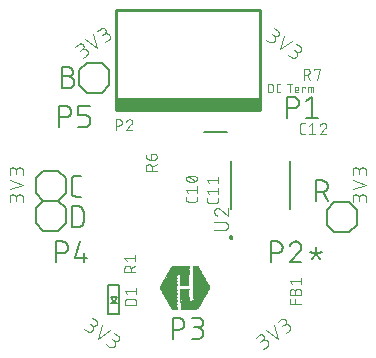
<source format=gbr>
G04 EAGLE Gerber RS-274X export*
G75*
%MOMM*%
%FSLAX34Y34*%
%LPD*%
%INSilkscreen Top*%
%IPPOS*%
%AMOC8*
5,1,8,0,0,1.08239X$1,22.5*%
G01*
%ADD10C,0.152400*%
%ADD11C,0.101600*%
%ADD12C,0.050800*%
%ADD13C,0.076200*%
%ADD14C,0.254000*%
%ADD15R,12.300000X1.000000*%
%ADD16C,0.200000*%
%ADD17C,0.127000*%
%ADD18R,0.259075X0.015238*%
%ADD19R,1.310638X0.015238*%
%ADD20R,0.015238X0.015238*%
%ADD21R,0.304800X0.015238*%
%ADD22R,1.356356X0.015238*%
%ADD23R,0.335275X0.015238*%
%ADD24R,1.402075X0.015238*%
%ADD25R,0.365756X0.015238*%
%ADD26R,1.417319X0.015238*%
%ADD27R,0.381000X0.015238*%
%ADD28R,1.447800X0.015238*%
%ADD29R,0.396238X0.015238*%
%ADD30R,1.463037X0.015238*%
%ADD31R,0.411475X0.015238*%
%ADD32R,1.478275X0.015238*%
%ADD33R,0.426719X0.015238*%
%ADD34R,1.493519X0.015238*%
%ADD35R,0.441956X0.015238*%
%ADD36R,1.508756X0.015238*%
%ADD37R,0.457200X0.015238*%
%ADD38R,1.524000X0.015238*%
%ADD39R,0.472438X0.015238*%
%ADD40R,1.539238X0.015238*%
%ADD41R,0.487675X0.015238*%
%ADD42R,1.554475X0.015238*%
%ADD43R,0.502919X0.015238*%
%ADD44R,1.569719X0.015238*%
%ADD45R,0.518156X0.015238*%
%ADD46R,1.584956X0.015238*%
%ADD47R,0.533400X0.015238*%
%ADD48R,1.600200X0.015238*%
%ADD49R,0.548638X0.015238*%
%ADD50R,1.615438X0.015238*%
%ADD51R,0.563875X0.015238*%
%ADD52R,1.630675X0.015238*%
%ADD53R,0.579119X0.015238*%
%ADD54R,1.645919X0.015238*%
%ADD55R,0.594356X0.015238*%
%ADD56R,1.661156X0.015238*%
%ADD57R,0.609600X0.015238*%
%ADD58R,1.676400X0.015238*%
%ADD59R,0.624838X0.015238*%
%ADD60R,1.691638X0.015238*%
%ADD61R,0.640075X0.015238*%
%ADD62R,1.706875X0.015238*%
%ADD63R,0.655319X0.015238*%
%ADD64R,1.722119X0.015238*%
%ADD65R,0.670556X0.015238*%
%ADD66R,1.737356X0.015238*%
%ADD67R,0.685800X0.015238*%
%ADD68R,1.752600X0.015238*%
%ADD69R,0.701037X0.015238*%
%ADD70R,0.716275X0.015238*%
%ADD71R,0.731519X0.015238*%
%ADD72R,1.767838X0.015238*%
%ADD73R,1.783075X0.015238*%
%ADD74R,0.746756X0.015238*%
%ADD75R,1.798319X0.015238*%
%ADD76R,0.030481X0.015238*%
%ADD77R,0.762000X0.015238*%
%ADD78R,0.807719X0.015238*%
%ADD79R,0.868681X0.015238*%
%ADD80R,0.777238X0.015238*%
%ADD81R,0.853438X0.015238*%
%ADD82R,0.838200X0.015238*%
%ADD83R,0.792475X0.015238*%
%ADD84R,0.822963X0.015238*%
%ADD85R,0.822956X0.015238*%
%ADD86R,0.868675X0.015238*%
%ADD87R,0.883919X0.015238*%
%ADD88R,0.899156X0.015238*%
%ADD89R,0.914400X0.015238*%
%ADD90R,0.929638X0.015238*%
%ADD91R,0.944875X0.015238*%
%ADD92R,0.960119X0.015238*%
%ADD93R,0.975356X0.015238*%
%ADD94R,0.990600X0.015238*%
%ADD95R,1.005837X0.015238*%
%ADD96R,1.021075X0.015238*%
%ADD97R,1.036319X0.015238*%
%ADD98R,1.051556X0.015238*%
%ADD99R,1.066800X0.015238*%
%ADD100R,1.082037X0.015238*%
%ADD101R,1.097275X0.015238*%
%ADD102R,1.112519X0.015238*%
%ADD103R,1.127756X0.015238*%
%ADD104R,1.143000X0.015238*%
%ADD105R,1.158238X0.015238*%
%ADD106R,1.173475X0.015238*%
%ADD107R,1.188719X0.015238*%
%ADD108R,1.203956X0.015238*%
%ADD109R,1.219200X0.015238*%
%ADD110R,1.234438X0.015238*%
%ADD111R,1.249675X0.015238*%
%ADD112R,1.264919X0.015238*%
%ADD113R,1.280156X0.015238*%
%ADD114R,1.295400X0.015238*%
%ADD115R,1.325875X0.015238*%
%ADD116R,0.670563X0.015238*%
%ADD117R,1.341119X0.015238*%
%ADD118R,1.371600X0.015238*%
%ADD119R,1.386838X0.015238*%
%ADD120R,0.045719X0.015238*%
%ADD121R,0.060956X0.015238*%
%ADD122R,1.432556X0.015238*%
%ADD123R,0.106681X0.015238*%
%ADD124R,0.121919X0.015238*%
%ADD125R,0.152400X0.015238*%
%ADD126R,0.182875X0.015238*%
%ADD127R,0.030475X0.015238*%
%ADD128R,0.213363X0.015238*%
%ADD129R,0.076200X0.015238*%
%ADD130R,0.320038X0.015238*%
%ADD131R,0.243838X0.015238*%
%ADD132R,0.106675X0.015238*%
%ADD133R,0.274319X0.015238*%
%ADD134R,0.259081X0.015238*%
%ADD135R,0.198119X0.015238*%
%ADD136R,0.228600X0.015238*%


D10*
X-105466Y242450D02*
X-100527Y242450D01*
X-100387Y242448D01*
X-100248Y242442D01*
X-100108Y242432D01*
X-99969Y242418D01*
X-99830Y242401D01*
X-99692Y242379D01*
X-99555Y242353D01*
X-99418Y242324D01*
X-99282Y242291D01*
X-99148Y242254D01*
X-99014Y242213D01*
X-98882Y242168D01*
X-98750Y242119D01*
X-98621Y242067D01*
X-98493Y242012D01*
X-98366Y241952D01*
X-98241Y241889D01*
X-98118Y241823D01*
X-97997Y241753D01*
X-97878Y241680D01*
X-97761Y241603D01*
X-97647Y241523D01*
X-97534Y241440D01*
X-97424Y241354D01*
X-97317Y241264D01*
X-97212Y241172D01*
X-97110Y241077D01*
X-97010Y240979D01*
X-96913Y240878D01*
X-96819Y240774D01*
X-96729Y240668D01*
X-96641Y240559D01*
X-96556Y240448D01*
X-96475Y240334D01*
X-96396Y240219D01*
X-96321Y240101D01*
X-96250Y239981D01*
X-96182Y239858D01*
X-96117Y239735D01*
X-96056Y239609D01*
X-95998Y239481D01*
X-95944Y239353D01*
X-95894Y239222D01*
X-95847Y239090D01*
X-95804Y238957D01*
X-95765Y238823D01*
X-95730Y238688D01*
X-95699Y238552D01*
X-95671Y238414D01*
X-95648Y238277D01*
X-95628Y238138D01*
X-95612Y237999D01*
X-95600Y237860D01*
X-95592Y237721D01*
X-95588Y237581D01*
X-95588Y237441D01*
X-95592Y237301D01*
X-95600Y237162D01*
X-95612Y237023D01*
X-95628Y236884D01*
X-95648Y236745D01*
X-95671Y236608D01*
X-95699Y236470D01*
X-95730Y236334D01*
X-95765Y236199D01*
X-95804Y236065D01*
X-95847Y235932D01*
X-95894Y235800D01*
X-95944Y235669D01*
X-95998Y235541D01*
X-96056Y235413D01*
X-96117Y235287D01*
X-96182Y235164D01*
X-96250Y235042D01*
X-96321Y234921D01*
X-96396Y234803D01*
X-96475Y234688D01*
X-96556Y234574D01*
X-96641Y234463D01*
X-96729Y234354D01*
X-96819Y234248D01*
X-96913Y234144D01*
X-97010Y234043D01*
X-97110Y233945D01*
X-97212Y233850D01*
X-97317Y233758D01*
X-97424Y233668D01*
X-97534Y233582D01*
X-97647Y233499D01*
X-97761Y233419D01*
X-97878Y233342D01*
X-97997Y233269D01*
X-98118Y233199D01*
X-98241Y233133D01*
X-98366Y233070D01*
X-98493Y233010D01*
X-98621Y232955D01*
X-98750Y232903D01*
X-98882Y232854D01*
X-99014Y232809D01*
X-99148Y232768D01*
X-99282Y232731D01*
X-99418Y232698D01*
X-99555Y232669D01*
X-99692Y232643D01*
X-99830Y232621D01*
X-99969Y232604D01*
X-100108Y232590D01*
X-100248Y232580D01*
X-100387Y232574D01*
X-100527Y232572D01*
X-100527Y232573D02*
X-105466Y232573D01*
X-105466Y250353D01*
X-100527Y250353D01*
X-100527Y250352D02*
X-100403Y250350D01*
X-100279Y250344D01*
X-100155Y250334D01*
X-100032Y250321D01*
X-99909Y250303D01*
X-99787Y250282D01*
X-99665Y250257D01*
X-99544Y250228D01*
X-99425Y250195D01*
X-99306Y250159D01*
X-99189Y250118D01*
X-99073Y250075D01*
X-98958Y250027D01*
X-98845Y249976D01*
X-98733Y249921D01*
X-98624Y249863D01*
X-98516Y249802D01*
X-98410Y249737D01*
X-98306Y249669D01*
X-98205Y249597D01*
X-98105Y249523D01*
X-98009Y249445D01*
X-97914Y249365D01*
X-97822Y249281D01*
X-97733Y249195D01*
X-97647Y249106D01*
X-97563Y249014D01*
X-97483Y248919D01*
X-97405Y248823D01*
X-97331Y248723D01*
X-97259Y248622D01*
X-97191Y248518D01*
X-97126Y248412D01*
X-97065Y248304D01*
X-97007Y248195D01*
X-96952Y248083D01*
X-96901Y247970D01*
X-96853Y247855D01*
X-96810Y247739D01*
X-96769Y247622D01*
X-96733Y247503D01*
X-96700Y247384D01*
X-96671Y247263D01*
X-96646Y247141D01*
X-96625Y247019D01*
X-96607Y246896D01*
X-96594Y246773D01*
X-96584Y246649D01*
X-96578Y246525D01*
X-96576Y246401D01*
X-96578Y246277D01*
X-96584Y246153D01*
X-96594Y246029D01*
X-96607Y245906D01*
X-96625Y245783D01*
X-96646Y245661D01*
X-96671Y245539D01*
X-96700Y245418D01*
X-96733Y245299D01*
X-96769Y245180D01*
X-96810Y245063D01*
X-96853Y244947D01*
X-96901Y244832D01*
X-96952Y244719D01*
X-97007Y244607D01*
X-97065Y244498D01*
X-97126Y244390D01*
X-97191Y244284D01*
X-97259Y244180D01*
X-97331Y244079D01*
X-97405Y243979D01*
X-97483Y243883D01*
X-97563Y243788D01*
X-97647Y243696D01*
X-97733Y243607D01*
X-97822Y243521D01*
X-97914Y243437D01*
X-98009Y243357D01*
X-98105Y243279D01*
X-98205Y243205D01*
X-98306Y243133D01*
X-98410Y243065D01*
X-98516Y243000D01*
X-98624Y242939D01*
X-98733Y242881D01*
X-98845Y242826D01*
X-98958Y242775D01*
X-99073Y242727D01*
X-99189Y242684D01*
X-99306Y242643D01*
X-99425Y242607D01*
X-99544Y242574D01*
X-99665Y242545D01*
X-99787Y242520D01*
X-99909Y242499D01*
X-100032Y242481D01*
X-100155Y242468D01*
X-100279Y242458D01*
X-100403Y242452D01*
X-100527Y242450D01*
X109248Y154371D02*
X109248Y136591D01*
X109248Y154371D02*
X114187Y154371D01*
X114327Y154369D01*
X114466Y154363D01*
X114606Y154353D01*
X114745Y154339D01*
X114884Y154322D01*
X115022Y154300D01*
X115159Y154274D01*
X115296Y154245D01*
X115432Y154212D01*
X115566Y154175D01*
X115700Y154134D01*
X115832Y154089D01*
X115964Y154040D01*
X116093Y153988D01*
X116221Y153933D01*
X116348Y153873D01*
X116473Y153810D01*
X116596Y153744D01*
X116717Y153674D01*
X116836Y153601D01*
X116953Y153524D01*
X117067Y153444D01*
X117180Y153361D01*
X117290Y153275D01*
X117397Y153185D01*
X117502Y153093D01*
X117604Y152998D01*
X117704Y152900D01*
X117801Y152799D01*
X117895Y152695D01*
X117985Y152589D01*
X118073Y152480D01*
X118158Y152369D01*
X118239Y152255D01*
X118318Y152140D01*
X118393Y152022D01*
X118464Y151902D01*
X118532Y151779D01*
X118597Y151656D01*
X118658Y151530D01*
X118716Y151402D01*
X118770Y151274D01*
X118820Y151143D01*
X118867Y151011D01*
X118910Y150878D01*
X118949Y150744D01*
X118984Y150609D01*
X119015Y150473D01*
X119043Y150335D01*
X119066Y150198D01*
X119086Y150059D01*
X119102Y149920D01*
X119114Y149781D01*
X119122Y149642D01*
X119126Y149502D01*
X119126Y149362D01*
X119122Y149222D01*
X119114Y149083D01*
X119102Y148944D01*
X119086Y148805D01*
X119066Y148666D01*
X119043Y148529D01*
X119015Y148391D01*
X118984Y148255D01*
X118949Y148120D01*
X118910Y147986D01*
X118867Y147853D01*
X118820Y147721D01*
X118770Y147590D01*
X118716Y147462D01*
X118658Y147334D01*
X118597Y147208D01*
X118532Y147085D01*
X118464Y146963D01*
X118393Y146842D01*
X118318Y146724D01*
X118239Y146609D01*
X118158Y146495D01*
X118073Y146384D01*
X117985Y146275D01*
X117895Y146169D01*
X117801Y146065D01*
X117704Y145964D01*
X117604Y145866D01*
X117502Y145771D01*
X117397Y145679D01*
X117290Y145589D01*
X117180Y145503D01*
X117067Y145420D01*
X116953Y145340D01*
X116836Y145263D01*
X116717Y145190D01*
X116596Y145120D01*
X116473Y145054D01*
X116348Y144991D01*
X116221Y144931D01*
X116093Y144876D01*
X115964Y144824D01*
X115832Y144775D01*
X115700Y144730D01*
X115566Y144689D01*
X115432Y144652D01*
X115296Y144619D01*
X115159Y144590D01*
X115022Y144564D01*
X114884Y144542D01*
X114745Y144525D01*
X114606Y144511D01*
X114466Y144501D01*
X114327Y144495D01*
X114187Y144493D01*
X109248Y144493D01*
X115175Y144493D02*
X119126Y136591D01*
X-97500Y132575D02*
X-97500Y114795D01*
X-97500Y132575D02*
X-92562Y132575D01*
X-92423Y132573D01*
X-92285Y132567D01*
X-92147Y132558D01*
X-92009Y132544D01*
X-91872Y132527D01*
X-91735Y132505D01*
X-91598Y132480D01*
X-91463Y132451D01*
X-91328Y132418D01*
X-91195Y132382D01*
X-91062Y132342D01*
X-90931Y132298D01*
X-90801Y132250D01*
X-90672Y132199D01*
X-90545Y132144D01*
X-90419Y132086D01*
X-90295Y132024D01*
X-90173Y131959D01*
X-90053Y131890D01*
X-89934Y131818D01*
X-89818Y131743D01*
X-89704Y131664D01*
X-89592Y131582D01*
X-89483Y131497D01*
X-89375Y131410D01*
X-89271Y131319D01*
X-89169Y131225D01*
X-89070Y131128D01*
X-88973Y131029D01*
X-88879Y130927D01*
X-88788Y130823D01*
X-88701Y130715D01*
X-88616Y130606D01*
X-88534Y130494D01*
X-88455Y130380D01*
X-88380Y130264D01*
X-88308Y130145D01*
X-88239Y130025D01*
X-88174Y129903D01*
X-88112Y129779D01*
X-88054Y129653D01*
X-87999Y129526D01*
X-87948Y129397D01*
X-87900Y129267D01*
X-87856Y129136D01*
X-87816Y129003D01*
X-87780Y128870D01*
X-87747Y128735D01*
X-87718Y128600D01*
X-87693Y128463D01*
X-87671Y128326D01*
X-87654Y128189D01*
X-87640Y128051D01*
X-87631Y127913D01*
X-87625Y127775D01*
X-87623Y127636D01*
X-87623Y119734D01*
X-87625Y119595D01*
X-87631Y119457D01*
X-87640Y119319D01*
X-87654Y119181D01*
X-87671Y119044D01*
X-87693Y118907D01*
X-87718Y118770D01*
X-87747Y118635D01*
X-87780Y118500D01*
X-87816Y118367D01*
X-87856Y118234D01*
X-87900Y118103D01*
X-87948Y117973D01*
X-87999Y117844D01*
X-88054Y117717D01*
X-88112Y117591D01*
X-88174Y117467D01*
X-88239Y117345D01*
X-88308Y117225D01*
X-88380Y117106D01*
X-88455Y116990D01*
X-88534Y116876D01*
X-88616Y116764D01*
X-88701Y116655D01*
X-88788Y116547D01*
X-88879Y116443D01*
X-88973Y116341D01*
X-89070Y116242D01*
X-89169Y116145D01*
X-89271Y116051D01*
X-89375Y115960D01*
X-89483Y115873D01*
X-89592Y115788D01*
X-89704Y115706D01*
X-89818Y115627D01*
X-89934Y115552D01*
X-90053Y115480D01*
X-90173Y115411D01*
X-90295Y115346D01*
X-90419Y115284D01*
X-90545Y115226D01*
X-90672Y115171D01*
X-90801Y115120D01*
X-90931Y115072D01*
X-91062Y115028D01*
X-91195Y114988D01*
X-91328Y114952D01*
X-91463Y114919D01*
X-91598Y114890D01*
X-91735Y114865D01*
X-91872Y114843D01*
X-92009Y114826D01*
X-92147Y114812D01*
X-92285Y114803D01*
X-92423Y114797D01*
X-92562Y114795D01*
X-97500Y114795D01*
X-93831Y140673D02*
X-89880Y140673D01*
X-93831Y140673D02*
X-93955Y140675D01*
X-94079Y140681D01*
X-94203Y140691D01*
X-94326Y140704D01*
X-94449Y140722D01*
X-94571Y140743D01*
X-94693Y140768D01*
X-94814Y140797D01*
X-94933Y140830D01*
X-95052Y140866D01*
X-95169Y140907D01*
X-95285Y140950D01*
X-95400Y140998D01*
X-95513Y141049D01*
X-95625Y141104D01*
X-95734Y141162D01*
X-95842Y141223D01*
X-95948Y141288D01*
X-96052Y141356D01*
X-96153Y141428D01*
X-96253Y141502D01*
X-96349Y141580D01*
X-96444Y141660D01*
X-96536Y141744D01*
X-96625Y141830D01*
X-96711Y141919D01*
X-96795Y142011D01*
X-96875Y142106D01*
X-96953Y142202D01*
X-97027Y142302D01*
X-97099Y142403D01*
X-97167Y142507D01*
X-97232Y142613D01*
X-97293Y142721D01*
X-97351Y142830D01*
X-97406Y142942D01*
X-97457Y143055D01*
X-97505Y143170D01*
X-97548Y143286D01*
X-97589Y143403D01*
X-97625Y143522D01*
X-97658Y143641D01*
X-97687Y143762D01*
X-97712Y143884D01*
X-97733Y144006D01*
X-97751Y144129D01*
X-97764Y144252D01*
X-97774Y144376D01*
X-97780Y144500D01*
X-97782Y144624D01*
X-97782Y154502D01*
X-97780Y154626D01*
X-97774Y154750D01*
X-97764Y154874D01*
X-97751Y154997D01*
X-97733Y155120D01*
X-97712Y155242D01*
X-97687Y155364D01*
X-97658Y155485D01*
X-97625Y155604D01*
X-97589Y155723D01*
X-97548Y155840D01*
X-97505Y155956D01*
X-97457Y156071D01*
X-97406Y156184D01*
X-97351Y156296D01*
X-97293Y156405D01*
X-97232Y156513D01*
X-97167Y156619D01*
X-97099Y156723D01*
X-97027Y156824D01*
X-96953Y156924D01*
X-96875Y157020D01*
X-96795Y157115D01*
X-96711Y157207D01*
X-96625Y157296D01*
X-96536Y157382D01*
X-96444Y157466D01*
X-96349Y157546D01*
X-96253Y157624D01*
X-96153Y157698D01*
X-96052Y157770D01*
X-95948Y157838D01*
X-95842Y157903D01*
X-95734Y157964D01*
X-95625Y158022D01*
X-95513Y158077D01*
X-95400Y158128D01*
X-95286Y158176D01*
X-95169Y158219D01*
X-95052Y158260D01*
X-94933Y158296D01*
X-94814Y158329D01*
X-94693Y158358D01*
X-94571Y158383D01*
X-94449Y158404D01*
X-94326Y158422D01*
X-94203Y158435D01*
X-94079Y158445D01*
X-93955Y158451D01*
X-93831Y158453D01*
X-89880Y158453D01*
D11*
X66878Y273602D02*
X69536Y271740D01*
X69630Y271677D01*
X69726Y271617D01*
X69824Y271560D01*
X69924Y271507D01*
X70026Y271457D01*
X70130Y271411D01*
X70235Y271369D01*
X70341Y271330D01*
X70449Y271295D01*
X70558Y271264D01*
X70668Y271236D01*
X70779Y271213D01*
X70890Y271193D01*
X71002Y271177D01*
X71115Y271165D01*
X71228Y271157D01*
X71341Y271153D01*
X71455Y271153D01*
X71568Y271157D01*
X71681Y271165D01*
X71794Y271177D01*
X71906Y271193D01*
X72017Y271213D01*
X72128Y271236D01*
X72238Y271264D01*
X72347Y271295D01*
X72455Y271330D01*
X72561Y271369D01*
X72666Y271411D01*
X72770Y271457D01*
X72872Y271507D01*
X72972Y271560D01*
X73070Y271617D01*
X73166Y271677D01*
X73260Y271740D01*
X73351Y271807D01*
X73441Y271876D01*
X73528Y271949D01*
X73612Y272025D01*
X73693Y272104D01*
X73772Y272185D01*
X73848Y272269D01*
X73921Y272356D01*
X73990Y272446D01*
X74057Y272537D01*
X74120Y272631D01*
X74180Y272727D01*
X74237Y272825D01*
X74290Y272925D01*
X74340Y273027D01*
X74386Y273131D01*
X74428Y273236D01*
X74467Y273342D01*
X74502Y273450D01*
X74533Y273559D01*
X74561Y273669D01*
X74584Y273780D01*
X74604Y273891D01*
X74620Y274003D01*
X74632Y274116D01*
X74640Y274229D01*
X74644Y274342D01*
X74644Y274456D01*
X74640Y274569D01*
X74632Y274682D01*
X74620Y274795D01*
X74604Y274907D01*
X74584Y275018D01*
X74561Y275129D01*
X74533Y275239D01*
X74502Y275348D01*
X74467Y275456D01*
X74428Y275562D01*
X74386Y275667D01*
X74340Y275771D01*
X74290Y275873D01*
X74237Y275973D01*
X74180Y276071D01*
X74120Y276167D01*
X74057Y276261D01*
X73990Y276352D01*
X73921Y276442D01*
X73848Y276529D01*
X73772Y276613D01*
X73693Y276694D01*
X73612Y276773D01*
X73528Y276849D01*
X73441Y276922D01*
X73352Y276991D01*
X73260Y277058D01*
X76770Y280939D02*
X73579Y283173D01*
X76769Y280939D02*
X76850Y280879D01*
X76929Y280817D01*
X77006Y280751D01*
X77080Y280683D01*
X77151Y280612D01*
X77219Y280538D01*
X77285Y280461D01*
X77347Y280382D01*
X77407Y280301D01*
X77463Y280217D01*
X77516Y280132D01*
X77565Y280044D01*
X77611Y279955D01*
X77654Y279863D01*
X77693Y279770D01*
X77728Y279676D01*
X77760Y279581D01*
X77788Y279484D01*
X77812Y279386D01*
X77832Y279288D01*
X77849Y279188D01*
X77861Y279088D01*
X77870Y278988D01*
X77875Y278888D01*
X77876Y278787D01*
X77873Y278686D01*
X77866Y278586D01*
X77855Y278486D01*
X77841Y278386D01*
X77822Y278287D01*
X77800Y278189D01*
X77774Y278092D01*
X77744Y277995D01*
X77711Y277901D01*
X77674Y277807D01*
X77633Y277715D01*
X77588Y277624D01*
X77541Y277536D01*
X77489Y277449D01*
X77435Y277365D01*
X77377Y277282D01*
X77316Y277202D01*
X77252Y277124D01*
X77185Y277049D01*
X77116Y276976D01*
X77043Y276907D01*
X76968Y276840D01*
X76890Y276776D01*
X76810Y276715D01*
X76727Y276657D01*
X76643Y276603D01*
X76556Y276551D01*
X76468Y276504D01*
X76377Y276459D01*
X76285Y276418D01*
X76191Y276381D01*
X76097Y276348D01*
X76000Y276318D01*
X75903Y276292D01*
X75805Y276270D01*
X75706Y276251D01*
X75606Y276237D01*
X75506Y276226D01*
X75406Y276219D01*
X75305Y276216D01*
X75204Y276217D01*
X75104Y276222D01*
X75004Y276231D01*
X74904Y276243D01*
X74804Y276260D01*
X74706Y276280D01*
X74608Y276304D01*
X74511Y276332D01*
X74416Y276364D01*
X74322Y276399D01*
X74229Y276438D01*
X74137Y276481D01*
X74048Y276527D01*
X73960Y276576D01*
X73875Y276629D01*
X73791Y276685D01*
X71664Y278175D01*
X82410Y276989D02*
X78899Y265184D01*
X88791Y272522D01*
X85603Y260490D02*
X88262Y258628D01*
X88356Y258565D01*
X88452Y258505D01*
X88550Y258448D01*
X88650Y258395D01*
X88752Y258345D01*
X88856Y258299D01*
X88961Y258257D01*
X89067Y258218D01*
X89175Y258183D01*
X89284Y258152D01*
X89394Y258124D01*
X89505Y258101D01*
X89616Y258081D01*
X89728Y258065D01*
X89841Y258053D01*
X89954Y258045D01*
X90067Y258041D01*
X90181Y258041D01*
X90294Y258045D01*
X90407Y258053D01*
X90520Y258065D01*
X90632Y258081D01*
X90743Y258101D01*
X90854Y258124D01*
X90964Y258152D01*
X91073Y258183D01*
X91181Y258218D01*
X91287Y258257D01*
X91392Y258299D01*
X91496Y258345D01*
X91598Y258395D01*
X91698Y258448D01*
X91796Y258505D01*
X91892Y258565D01*
X91986Y258628D01*
X92077Y258695D01*
X92167Y258764D01*
X92254Y258837D01*
X92338Y258913D01*
X92419Y258992D01*
X92498Y259073D01*
X92574Y259157D01*
X92647Y259244D01*
X92716Y259334D01*
X92783Y259425D01*
X92846Y259519D01*
X92906Y259615D01*
X92963Y259713D01*
X93016Y259813D01*
X93066Y259915D01*
X93112Y260019D01*
X93154Y260124D01*
X93193Y260230D01*
X93228Y260338D01*
X93259Y260447D01*
X93287Y260557D01*
X93310Y260668D01*
X93330Y260779D01*
X93346Y260891D01*
X93358Y261004D01*
X93366Y261117D01*
X93370Y261230D01*
X93370Y261344D01*
X93366Y261457D01*
X93358Y261570D01*
X93346Y261683D01*
X93330Y261795D01*
X93310Y261906D01*
X93287Y262017D01*
X93259Y262127D01*
X93228Y262236D01*
X93193Y262344D01*
X93154Y262450D01*
X93112Y262555D01*
X93066Y262659D01*
X93016Y262761D01*
X92963Y262861D01*
X92906Y262959D01*
X92846Y263055D01*
X92783Y263149D01*
X92716Y263240D01*
X92647Y263330D01*
X92574Y263417D01*
X92498Y263501D01*
X92419Y263582D01*
X92338Y263661D01*
X92254Y263737D01*
X92167Y263810D01*
X92078Y263879D01*
X91986Y263946D01*
X95495Y267827D02*
X92305Y270061D01*
X95495Y267827D02*
X95576Y267767D01*
X95655Y267705D01*
X95732Y267639D01*
X95806Y267571D01*
X95877Y267500D01*
X95945Y267426D01*
X96011Y267349D01*
X96073Y267270D01*
X96133Y267189D01*
X96189Y267105D01*
X96242Y267020D01*
X96291Y266932D01*
X96337Y266843D01*
X96380Y266751D01*
X96419Y266658D01*
X96454Y266564D01*
X96486Y266469D01*
X96514Y266372D01*
X96538Y266274D01*
X96558Y266176D01*
X96575Y266076D01*
X96587Y265976D01*
X96596Y265876D01*
X96601Y265776D01*
X96602Y265675D01*
X96599Y265574D01*
X96592Y265474D01*
X96581Y265374D01*
X96567Y265274D01*
X96548Y265175D01*
X96526Y265077D01*
X96500Y264980D01*
X96470Y264883D01*
X96437Y264789D01*
X96400Y264695D01*
X96359Y264603D01*
X96314Y264512D01*
X96267Y264424D01*
X96215Y264337D01*
X96161Y264253D01*
X96103Y264170D01*
X96042Y264090D01*
X95978Y264012D01*
X95911Y263937D01*
X95842Y263864D01*
X95769Y263795D01*
X95694Y263728D01*
X95616Y263664D01*
X95536Y263603D01*
X95453Y263545D01*
X95369Y263491D01*
X95282Y263439D01*
X95194Y263392D01*
X95103Y263347D01*
X95011Y263306D01*
X94917Y263269D01*
X94823Y263236D01*
X94726Y263206D01*
X94629Y263180D01*
X94531Y263158D01*
X94432Y263139D01*
X94332Y263125D01*
X94232Y263114D01*
X94132Y263107D01*
X94031Y263104D01*
X93930Y263105D01*
X93830Y263110D01*
X93730Y263119D01*
X93630Y263131D01*
X93530Y263148D01*
X93432Y263168D01*
X93334Y263192D01*
X93237Y263220D01*
X93142Y263252D01*
X93048Y263287D01*
X92955Y263326D01*
X92863Y263369D01*
X92774Y263415D01*
X92686Y263464D01*
X92601Y263517D01*
X92517Y263573D01*
X90390Y265063D01*
X151802Y139190D02*
X151802Y135944D01*
X151802Y139190D02*
X151800Y139303D01*
X151794Y139416D01*
X151784Y139529D01*
X151770Y139642D01*
X151753Y139754D01*
X151731Y139865D01*
X151706Y139975D01*
X151676Y140085D01*
X151643Y140193D01*
X151606Y140300D01*
X151566Y140406D01*
X151521Y140510D01*
X151473Y140613D01*
X151422Y140714D01*
X151367Y140813D01*
X151309Y140910D01*
X151247Y141005D01*
X151182Y141098D01*
X151114Y141188D01*
X151043Y141276D01*
X150968Y141362D01*
X150891Y141445D01*
X150811Y141525D01*
X150728Y141602D01*
X150642Y141677D01*
X150554Y141748D01*
X150464Y141816D01*
X150371Y141881D01*
X150276Y141943D01*
X150179Y142001D01*
X150080Y142056D01*
X149979Y142107D01*
X149876Y142155D01*
X149772Y142200D01*
X149666Y142240D01*
X149559Y142277D01*
X149451Y142310D01*
X149341Y142340D01*
X149231Y142365D01*
X149120Y142387D01*
X149008Y142404D01*
X148895Y142418D01*
X148782Y142428D01*
X148669Y142434D01*
X148556Y142436D01*
X148443Y142434D01*
X148330Y142428D01*
X148217Y142418D01*
X148104Y142404D01*
X147992Y142387D01*
X147881Y142365D01*
X147771Y142340D01*
X147661Y142310D01*
X147553Y142277D01*
X147446Y142240D01*
X147340Y142200D01*
X147236Y142155D01*
X147133Y142107D01*
X147032Y142056D01*
X146933Y142001D01*
X146836Y141943D01*
X146741Y141881D01*
X146648Y141816D01*
X146558Y141748D01*
X146470Y141677D01*
X146384Y141602D01*
X146301Y141525D01*
X146221Y141445D01*
X146144Y141362D01*
X146069Y141276D01*
X145998Y141188D01*
X145930Y141098D01*
X145865Y141005D01*
X145803Y140910D01*
X145745Y140813D01*
X145690Y140714D01*
X145639Y140613D01*
X145591Y140510D01*
X145546Y140406D01*
X145506Y140300D01*
X145469Y140193D01*
X145436Y140085D01*
X145406Y139975D01*
X145381Y139865D01*
X145359Y139754D01*
X145342Y139642D01*
X145328Y139529D01*
X145318Y139416D01*
X145312Y139303D01*
X145310Y139190D01*
X140118Y139839D02*
X140118Y135944D01*
X140118Y139839D02*
X140120Y139940D01*
X140126Y140040D01*
X140136Y140140D01*
X140149Y140240D01*
X140167Y140339D01*
X140188Y140438D01*
X140213Y140535D01*
X140242Y140632D01*
X140275Y140727D01*
X140311Y140821D01*
X140351Y140913D01*
X140394Y141004D01*
X140441Y141093D01*
X140491Y141180D01*
X140545Y141266D01*
X140602Y141349D01*
X140662Y141429D01*
X140725Y141508D01*
X140792Y141584D01*
X140861Y141657D01*
X140933Y141727D01*
X141007Y141795D01*
X141084Y141860D01*
X141164Y141921D01*
X141246Y141980D01*
X141330Y142035D01*
X141416Y142087D01*
X141504Y142136D01*
X141594Y142181D01*
X141686Y142223D01*
X141779Y142261D01*
X141874Y142295D01*
X141969Y142326D01*
X142066Y142353D01*
X142164Y142376D01*
X142263Y142396D01*
X142363Y142411D01*
X142463Y142423D01*
X142563Y142431D01*
X142664Y142435D01*
X142764Y142435D01*
X142865Y142431D01*
X142965Y142423D01*
X143065Y142411D01*
X143165Y142396D01*
X143264Y142376D01*
X143362Y142353D01*
X143459Y142326D01*
X143554Y142295D01*
X143649Y142261D01*
X143742Y142223D01*
X143834Y142181D01*
X143924Y142136D01*
X144012Y142087D01*
X144098Y142035D01*
X144182Y141980D01*
X144264Y141921D01*
X144344Y141860D01*
X144421Y141795D01*
X144495Y141727D01*
X144567Y141657D01*
X144636Y141584D01*
X144703Y141508D01*
X144766Y141429D01*
X144826Y141349D01*
X144883Y141266D01*
X144937Y141180D01*
X144987Y141093D01*
X145034Y141004D01*
X145077Y140913D01*
X145117Y140821D01*
X145153Y140727D01*
X145186Y140632D01*
X145215Y140535D01*
X145240Y140438D01*
X145261Y140339D01*
X145279Y140240D01*
X145292Y140140D01*
X145302Y140040D01*
X145308Y139940D01*
X145310Y139839D01*
X145311Y139839D02*
X145311Y137243D01*
X140118Y146725D02*
X151802Y150620D01*
X140118Y154515D01*
X151802Y158804D02*
X151802Y162050D01*
X151800Y162163D01*
X151794Y162276D01*
X151784Y162389D01*
X151770Y162502D01*
X151753Y162614D01*
X151731Y162725D01*
X151706Y162835D01*
X151676Y162945D01*
X151643Y163053D01*
X151606Y163160D01*
X151566Y163266D01*
X151521Y163370D01*
X151473Y163473D01*
X151422Y163574D01*
X151367Y163673D01*
X151309Y163770D01*
X151247Y163865D01*
X151182Y163958D01*
X151114Y164048D01*
X151043Y164136D01*
X150968Y164222D01*
X150891Y164305D01*
X150811Y164385D01*
X150728Y164462D01*
X150642Y164537D01*
X150554Y164608D01*
X150464Y164676D01*
X150371Y164741D01*
X150276Y164803D01*
X150179Y164861D01*
X150080Y164916D01*
X149979Y164967D01*
X149876Y165015D01*
X149772Y165060D01*
X149666Y165100D01*
X149559Y165137D01*
X149451Y165170D01*
X149341Y165200D01*
X149231Y165225D01*
X149120Y165247D01*
X149008Y165264D01*
X148895Y165278D01*
X148782Y165288D01*
X148669Y165294D01*
X148556Y165296D01*
X148443Y165294D01*
X148330Y165288D01*
X148217Y165278D01*
X148104Y165264D01*
X147992Y165247D01*
X147881Y165225D01*
X147771Y165200D01*
X147661Y165170D01*
X147553Y165137D01*
X147446Y165100D01*
X147340Y165060D01*
X147236Y165015D01*
X147133Y164967D01*
X147032Y164916D01*
X146933Y164861D01*
X146836Y164803D01*
X146741Y164741D01*
X146648Y164676D01*
X146558Y164608D01*
X146470Y164537D01*
X146384Y164462D01*
X146301Y164385D01*
X146221Y164305D01*
X146144Y164222D01*
X146069Y164136D01*
X145998Y164048D01*
X145930Y163958D01*
X145865Y163865D01*
X145803Y163770D01*
X145745Y163673D01*
X145690Y163574D01*
X145639Y163473D01*
X145591Y163370D01*
X145546Y163266D01*
X145506Y163160D01*
X145469Y163053D01*
X145436Y162945D01*
X145406Y162835D01*
X145381Y162725D01*
X145359Y162614D01*
X145342Y162502D01*
X145328Y162389D01*
X145318Y162276D01*
X145312Y162163D01*
X145310Y162050D01*
X140118Y162699D02*
X140118Y158804D01*
X140118Y162699D02*
X140120Y162800D01*
X140126Y162900D01*
X140136Y163000D01*
X140149Y163100D01*
X140167Y163199D01*
X140188Y163298D01*
X140213Y163395D01*
X140242Y163492D01*
X140275Y163587D01*
X140311Y163681D01*
X140351Y163773D01*
X140394Y163864D01*
X140441Y163953D01*
X140491Y164040D01*
X140545Y164126D01*
X140602Y164209D01*
X140662Y164289D01*
X140725Y164368D01*
X140792Y164444D01*
X140861Y164517D01*
X140933Y164587D01*
X141007Y164655D01*
X141084Y164720D01*
X141164Y164781D01*
X141246Y164840D01*
X141330Y164895D01*
X141416Y164947D01*
X141504Y164996D01*
X141594Y165041D01*
X141686Y165083D01*
X141779Y165121D01*
X141874Y165155D01*
X141969Y165186D01*
X142066Y165213D01*
X142164Y165236D01*
X142263Y165256D01*
X142363Y165271D01*
X142463Y165283D01*
X142563Y165291D01*
X142664Y165295D01*
X142764Y165295D01*
X142865Y165291D01*
X142965Y165283D01*
X143065Y165271D01*
X143165Y165256D01*
X143264Y165236D01*
X143362Y165213D01*
X143459Y165186D01*
X143554Y165155D01*
X143649Y165121D01*
X143742Y165083D01*
X143834Y165041D01*
X143924Y164996D01*
X144012Y164947D01*
X144098Y164895D01*
X144182Y164840D01*
X144264Y164781D01*
X144344Y164720D01*
X144421Y164655D01*
X144495Y164587D01*
X144567Y164517D01*
X144636Y164444D01*
X144703Y164368D01*
X144766Y164289D01*
X144826Y164209D01*
X144883Y164126D01*
X144937Y164040D01*
X144987Y163953D01*
X145034Y163864D01*
X145077Y163773D01*
X145117Y163681D01*
X145153Y163587D01*
X145186Y163492D01*
X145215Y163395D01*
X145240Y163298D01*
X145261Y163199D01*
X145279Y163100D01*
X145292Y163000D01*
X145302Y162900D01*
X145308Y162800D01*
X145310Y162699D01*
X145311Y162699D02*
X145311Y160103D01*
X67348Y13579D02*
X64689Y11717D01*
X67348Y13578D02*
X67439Y13645D01*
X67529Y13714D01*
X67616Y13787D01*
X67700Y13863D01*
X67781Y13942D01*
X67860Y14023D01*
X67936Y14107D01*
X68009Y14194D01*
X68078Y14284D01*
X68145Y14375D01*
X68208Y14469D01*
X68268Y14565D01*
X68325Y14663D01*
X68378Y14763D01*
X68428Y14865D01*
X68474Y14969D01*
X68516Y15074D01*
X68555Y15180D01*
X68590Y15288D01*
X68621Y15397D01*
X68649Y15507D01*
X68672Y15618D01*
X68692Y15729D01*
X68708Y15841D01*
X68720Y15954D01*
X68728Y16067D01*
X68732Y16180D01*
X68732Y16294D01*
X68728Y16407D01*
X68720Y16520D01*
X68708Y16633D01*
X68692Y16745D01*
X68672Y16856D01*
X68649Y16967D01*
X68621Y17077D01*
X68590Y17186D01*
X68555Y17294D01*
X68516Y17400D01*
X68474Y17505D01*
X68428Y17609D01*
X68378Y17711D01*
X68325Y17811D01*
X68268Y17909D01*
X68208Y18005D01*
X68145Y18099D01*
X68078Y18190D01*
X68009Y18280D01*
X67936Y18367D01*
X67860Y18451D01*
X67781Y18532D01*
X67700Y18611D01*
X67616Y18687D01*
X67529Y18760D01*
X67440Y18829D01*
X67348Y18896D01*
X67254Y18959D01*
X67158Y19019D01*
X67060Y19076D01*
X66960Y19129D01*
X66858Y19179D01*
X66754Y19225D01*
X66649Y19267D01*
X66543Y19306D01*
X66435Y19341D01*
X66326Y19372D01*
X66216Y19400D01*
X66105Y19423D01*
X65994Y19443D01*
X65882Y19459D01*
X65769Y19471D01*
X65656Y19479D01*
X65543Y19483D01*
X65429Y19483D01*
X65316Y19479D01*
X65203Y19471D01*
X65090Y19459D01*
X64978Y19443D01*
X64867Y19423D01*
X64756Y19400D01*
X64646Y19372D01*
X64537Y19341D01*
X64429Y19306D01*
X64323Y19267D01*
X64218Y19225D01*
X64114Y19179D01*
X64012Y19129D01*
X63912Y19076D01*
X63814Y19019D01*
X63718Y18959D01*
X63624Y18896D01*
X61178Y23522D02*
X57988Y21288D01*
X61178Y23522D02*
X61262Y23578D01*
X61347Y23631D01*
X61435Y23680D01*
X61524Y23726D01*
X61616Y23769D01*
X61709Y23808D01*
X61803Y23843D01*
X61898Y23875D01*
X61995Y23903D01*
X62093Y23927D01*
X62191Y23947D01*
X62291Y23964D01*
X62391Y23976D01*
X62491Y23985D01*
X62592Y23990D01*
X62692Y23991D01*
X62793Y23988D01*
X62893Y23981D01*
X62993Y23970D01*
X63093Y23956D01*
X63192Y23937D01*
X63290Y23915D01*
X63387Y23889D01*
X63484Y23859D01*
X63579Y23826D01*
X63672Y23789D01*
X63764Y23748D01*
X63855Y23703D01*
X63943Y23656D01*
X64030Y23604D01*
X64114Y23550D01*
X64197Y23492D01*
X64277Y23431D01*
X64355Y23367D01*
X64430Y23300D01*
X64503Y23231D01*
X64572Y23158D01*
X64639Y23083D01*
X64703Y23005D01*
X64764Y22925D01*
X64822Y22842D01*
X64876Y22758D01*
X64928Y22671D01*
X64975Y22583D01*
X65020Y22492D01*
X65061Y22400D01*
X65098Y22306D01*
X65131Y22212D01*
X65161Y22115D01*
X65187Y22018D01*
X65209Y21920D01*
X65228Y21821D01*
X65242Y21721D01*
X65253Y21621D01*
X65260Y21521D01*
X65263Y21420D01*
X65262Y21320D01*
X65257Y21219D01*
X65248Y21119D01*
X65236Y21019D01*
X65219Y20919D01*
X65199Y20821D01*
X65175Y20723D01*
X65147Y20626D01*
X65115Y20531D01*
X65080Y20437D01*
X65041Y20344D01*
X64998Y20252D01*
X64952Y20163D01*
X64903Y20075D01*
X64850Y19990D01*
X64794Y19906D01*
X64734Y19825D01*
X64672Y19746D01*
X64606Y19669D01*
X64538Y19595D01*
X64467Y19524D01*
X64393Y19456D01*
X64316Y19390D01*
X64237Y19328D01*
X64156Y19268D01*
X62030Y17779D01*
X66819Y27472D02*
X76711Y20134D01*
X73199Y31939D01*
X83415Y24829D02*
X86074Y26690D01*
X86165Y26757D01*
X86255Y26826D01*
X86342Y26899D01*
X86426Y26975D01*
X86507Y27054D01*
X86586Y27135D01*
X86662Y27219D01*
X86735Y27306D01*
X86804Y27396D01*
X86871Y27487D01*
X86934Y27581D01*
X86994Y27677D01*
X87051Y27775D01*
X87104Y27875D01*
X87154Y27977D01*
X87200Y28081D01*
X87242Y28186D01*
X87281Y28292D01*
X87316Y28400D01*
X87347Y28509D01*
X87375Y28619D01*
X87398Y28730D01*
X87418Y28841D01*
X87434Y28953D01*
X87446Y29066D01*
X87454Y29179D01*
X87458Y29292D01*
X87458Y29406D01*
X87454Y29519D01*
X87446Y29632D01*
X87434Y29745D01*
X87418Y29857D01*
X87398Y29968D01*
X87375Y30079D01*
X87347Y30189D01*
X87316Y30298D01*
X87281Y30406D01*
X87242Y30512D01*
X87200Y30617D01*
X87154Y30721D01*
X87104Y30823D01*
X87051Y30923D01*
X86994Y31021D01*
X86934Y31117D01*
X86871Y31211D01*
X86804Y31302D01*
X86735Y31392D01*
X86662Y31479D01*
X86586Y31563D01*
X86507Y31644D01*
X86426Y31723D01*
X86342Y31799D01*
X86255Y31872D01*
X86166Y31941D01*
X86074Y32008D01*
X85980Y32071D01*
X85884Y32131D01*
X85786Y32188D01*
X85686Y32241D01*
X85584Y32291D01*
X85480Y32337D01*
X85375Y32379D01*
X85269Y32418D01*
X85161Y32453D01*
X85052Y32484D01*
X84942Y32512D01*
X84831Y32535D01*
X84720Y32555D01*
X84608Y32571D01*
X84495Y32583D01*
X84382Y32591D01*
X84269Y32595D01*
X84155Y32595D01*
X84042Y32591D01*
X83929Y32583D01*
X83816Y32571D01*
X83704Y32555D01*
X83593Y32535D01*
X83482Y32512D01*
X83372Y32484D01*
X83263Y32453D01*
X83155Y32418D01*
X83049Y32379D01*
X82944Y32337D01*
X82840Y32291D01*
X82738Y32241D01*
X82638Y32188D01*
X82540Y32131D01*
X82444Y32071D01*
X82350Y32008D01*
X79904Y36634D02*
X76713Y34400D01*
X79904Y36634D02*
X79988Y36690D01*
X80073Y36743D01*
X80161Y36792D01*
X80250Y36838D01*
X80342Y36881D01*
X80435Y36920D01*
X80529Y36955D01*
X80624Y36987D01*
X80721Y37015D01*
X80819Y37039D01*
X80917Y37059D01*
X81017Y37076D01*
X81117Y37088D01*
X81217Y37097D01*
X81318Y37102D01*
X81418Y37103D01*
X81519Y37100D01*
X81619Y37093D01*
X81719Y37082D01*
X81819Y37068D01*
X81918Y37049D01*
X82016Y37027D01*
X82113Y37001D01*
X82210Y36971D01*
X82305Y36938D01*
X82398Y36901D01*
X82490Y36860D01*
X82581Y36815D01*
X82669Y36768D01*
X82756Y36716D01*
X82840Y36662D01*
X82923Y36604D01*
X83003Y36543D01*
X83081Y36479D01*
X83156Y36412D01*
X83229Y36343D01*
X83298Y36270D01*
X83365Y36195D01*
X83429Y36117D01*
X83490Y36037D01*
X83548Y35954D01*
X83602Y35870D01*
X83654Y35783D01*
X83701Y35695D01*
X83746Y35604D01*
X83787Y35512D01*
X83824Y35418D01*
X83857Y35324D01*
X83887Y35227D01*
X83913Y35130D01*
X83935Y35032D01*
X83954Y34933D01*
X83968Y34833D01*
X83979Y34733D01*
X83986Y34633D01*
X83989Y34532D01*
X83988Y34432D01*
X83983Y34331D01*
X83974Y34231D01*
X83962Y34131D01*
X83945Y34031D01*
X83925Y33933D01*
X83901Y33835D01*
X83873Y33738D01*
X83841Y33643D01*
X83806Y33549D01*
X83767Y33456D01*
X83724Y33364D01*
X83678Y33275D01*
X83629Y33187D01*
X83576Y33102D01*
X83520Y33018D01*
X83460Y32937D01*
X83398Y32858D01*
X83332Y32781D01*
X83264Y32707D01*
X83193Y32636D01*
X83119Y32568D01*
X83042Y32502D01*
X82963Y32440D01*
X82882Y32380D01*
X80755Y30891D01*
X-84554Y26690D02*
X-87212Y28552D01*
X-84554Y26690D02*
X-84460Y26627D01*
X-84364Y26567D01*
X-84266Y26510D01*
X-84166Y26457D01*
X-84064Y26407D01*
X-83960Y26361D01*
X-83855Y26319D01*
X-83749Y26280D01*
X-83641Y26245D01*
X-83532Y26214D01*
X-83422Y26186D01*
X-83311Y26163D01*
X-83200Y26143D01*
X-83088Y26127D01*
X-82975Y26115D01*
X-82862Y26107D01*
X-82749Y26103D01*
X-82635Y26103D01*
X-82522Y26107D01*
X-82409Y26115D01*
X-82296Y26127D01*
X-82184Y26143D01*
X-82073Y26163D01*
X-81962Y26186D01*
X-81852Y26214D01*
X-81743Y26245D01*
X-81635Y26280D01*
X-81529Y26319D01*
X-81424Y26361D01*
X-81320Y26407D01*
X-81218Y26457D01*
X-81118Y26510D01*
X-81020Y26567D01*
X-80924Y26627D01*
X-80830Y26690D01*
X-80739Y26757D01*
X-80649Y26826D01*
X-80562Y26899D01*
X-80478Y26975D01*
X-80397Y27054D01*
X-80318Y27135D01*
X-80242Y27219D01*
X-80169Y27306D01*
X-80100Y27396D01*
X-80033Y27487D01*
X-79970Y27581D01*
X-79910Y27677D01*
X-79853Y27775D01*
X-79800Y27875D01*
X-79750Y27977D01*
X-79704Y28081D01*
X-79662Y28186D01*
X-79623Y28292D01*
X-79588Y28400D01*
X-79557Y28509D01*
X-79529Y28619D01*
X-79506Y28730D01*
X-79486Y28841D01*
X-79470Y28953D01*
X-79458Y29066D01*
X-79450Y29179D01*
X-79446Y29292D01*
X-79446Y29406D01*
X-79450Y29519D01*
X-79458Y29632D01*
X-79470Y29745D01*
X-79486Y29857D01*
X-79506Y29968D01*
X-79529Y30079D01*
X-79557Y30189D01*
X-79588Y30298D01*
X-79623Y30406D01*
X-79662Y30512D01*
X-79704Y30617D01*
X-79750Y30721D01*
X-79800Y30823D01*
X-79853Y30923D01*
X-79910Y31021D01*
X-79970Y31117D01*
X-80033Y31211D01*
X-80100Y31302D01*
X-80169Y31392D01*
X-80242Y31479D01*
X-80318Y31563D01*
X-80397Y31644D01*
X-80478Y31723D01*
X-80562Y31799D01*
X-80649Y31872D01*
X-80738Y31941D01*
X-80830Y32008D01*
X-77320Y35889D02*
X-80511Y38123D01*
X-77321Y35889D02*
X-77240Y35829D01*
X-77161Y35767D01*
X-77084Y35701D01*
X-77010Y35633D01*
X-76939Y35562D01*
X-76871Y35488D01*
X-76805Y35411D01*
X-76743Y35332D01*
X-76683Y35251D01*
X-76627Y35167D01*
X-76574Y35082D01*
X-76525Y34994D01*
X-76479Y34905D01*
X-76436Y34813D01*
X-76397Y34720D01*
X-76362Y34626D01*
X-76330Y34531D01*
X-76302Y34434D01*
X-76278Y34336D01*
X-76258Y34238D01*
X-76241Y34138D01*
X-76229Y34038D01*
X-76220Y33938D01*
X-76215Y33837D01*
X-76214Y33737D01*
X-76217Y33636D01*
X-76224Y33536D01*
X-76235Y33436D01*
X-76249Y33336D01*
X-76268Y33237D01*
X-76290Y33139D01*
X-76316Y33042D01*
X-76346Y32945D01*
X-76379Y32851D01*
X-76416Y32757D01*
X-76457Y32665D01*
X-76502Y32574D01*
X-76549Y32486D01*
X-76601Y32399D01*
X-76655Y32315D01*
X-76713Y32232D01*
X-76774Y32152D01*
X-76838Y32074D01*
X-76905Y31999D01*
X-76974Y31926D01*
X-77047Y31857D01*
X-77122Y31790D01*
X-77200Y31726D01*
X-77280Y31665D01*
X-77363Y31607D01*
X-77447Y31553D01*
X-77534Y31501D01*
X-77622Y31454D01*
X-77713Y31409D01*
X-77805Y31368D01*
X-77898Y31331D01*
X-77993Y31298D01*
X-78090Y31268D01*
X-78187Y31242D01*
X-78285Y31220D01*
X-78384Y31201D01*
X-78484Y31187D01*
X-78584Y31176D01*
X-78684Y31169D01*
X-78785Y31166D01*
X-78885Y31167D01*
X-78986Y31172D01*
X-79086Y31181D01*
X-79186Y31193D01*
X-79286Y31210D01*
X-79384Y31230D01*
X-79482Y31254D01*
X-79579Y31282D01*
X-79674Y31314D01*
X-79768Y31349D01*
X-79861Y31388D01*
X-79953Y31431D01*
X-80042Y31477D01*
X-80130Y31526D01*
X-80215Y31579D01*
X-80299Y31635D01*
X-82426Y33125D01*
X-71679Y31939D02*
X-75191Y20134D01*
X-65299Y27472D01*
X-68486Y15440D02*
X-65828Y13578D01*
X-65734Y13515D01*
X-65638Y13455D01*
X-65540Y13398D01*
X-65440Y13345D01*
X-65338Y13295D01*
X-65234Y13249D01*
X-65129Y13207D01*
X-65023Y13168D01*
X-64915Y13133D01*
X-64806Y13102D01*
X-64696Y13074D01*
X-64585Y13051D01*
X-64474Y13031D01*
X-64362Y13015D01*
X-64249Y13003D01*
X-64136Y12995D01*
X-64023Y12991D01*
X-63909Y12991D01*
X-63796Y12995D01*
X-63683Y13003D01*
X-63570Y13015D01*
X-63458Y13031D01*
X-63347Y13051D01*
X-63236Y13074D01*
X-63126Y13102D01*
X-63017Y13133D01*
X-62909Y13168D01*
X-62803Y13207D01*
X-62698Y13249D01*
X-62594Y13295D01*
X-62492Y13345D01*
X-62392Y13398D01*
X-62294Y13455D01*
X-62198Y13515D01*
X-62104Y13578D01*
X-62013Y13645D01*
X-61923Y13714D01*
X-61836Y13787D01*
X-61752Y13863D01*
X-61671Y13942D01*
X-61592Y14023D01*
X-61516Y14107D01*
X-61443Y14194D01*
X-61374Y14284D01*
X-61307Y14375D01*
X-61244Y14469D01*
X-61184Y14565D01*
X-61127Y14663D01*
X-61074Y14763D01*
X-61024Y14865D01*
X-60978Y14969D01*
X-60936Y15074D01*
X-60897Y15180D01*
X-60862Y15288D01*
X-60831Y15397D01*
X-60803Y15507D01*
X-60780Y15618D01*
X-60760Y15729D01*
X-60744Y15841D01*
X-60732Y15954D01*
X-60724Y16067D01*
X-60720Y16180D01*
X-60720Y16294D01*
X-60724Y16407D01*
X-60732Y16520D01*
X-60744Y16633D01*
X-60760Y16745D01*
X-60780Y16856D01*
X-60803Y16967D01*
X-60831Y17077D01*
X-60862Y17186D01*
X-60897Y17294D01*
X-60936Y17400D01*
X-60978Y17505D01*
X-61024Y17609D01*
X-61074Y17711D01*
X-61127Y17811D01*
X-61184Y17909D01*
X-61244Y18005D01*
X-61307Y18099D01*
X-61374Y18190D01*
X-61443Y18280D01*
X-61516Y18367D01*
X-61592Y18451D01*
X-61671Y18532D01*
X-61752Y18611D01*
X-61836Y18687D01*
X-61923Y18760D01*
X-62012Y18829D01*
X-62104Y18896D01*
X-58594Y22777D02*
X-61785Y25011D01*
X-58595Y22777D02*
X-58514Y22717D01*
X-58435Y22655D01*
X-58358Y22589D01*
X-58284Y22521D01*
X-58213Y22450D01*
X-58145Y22376D01*
X-58079Y22299D01*
X-58017Y22220D01*
X-57957Y22139D01*
X-57901Y22055D01*
X-57848Y21970D01*
X-57799Y21882D01*
X-57753Y21793D01*
X-57710Y21701D01*
X-57671Y21608D01*
X-57636Y21514D01*
X-57604Y21419D01*
X-57576Y21322D01*
X-57552Y21224D01*
X-57532Y21126D01*
X-57515Y21026D01*
X-57503Y20926D01*
X-57494Y20826D01*
X-57489Y20725D01*
X-57488Y20625D01*
X-57491Y20524D01*
X-57498Y20424D01*
X-57509Y20324D01*
X-57523Y20224D01*
X-57542Y20125D01*
X-57564Y20027D01*
X-57590Y19930D01*
X-57620Y19833D01*
X-57653Y19739D01*
X-57690Y19645D01*
X-57731Y19553D01*
X-57776Y19462D01*
X-57823Y19374D01*
X-57875Y19287D01*
X-57929Y19203D01*
X-57987Y19120D01*
X-58048Y19040D01*
X-58112Y18962D01*
X-58179Y18887D01*
X-58248Y18814D01*
X-58321Y18745D01*
X-58396Y18678D01*
X-58474Y18614D01*
X-58554Y18553D01*
X-58637Y18495D01*
X-58721Y18441D01*
X-58808Y18389D01*
X-58896Y18342D01*
X-58987Y18297D01*
X-59079Y18256D01*
X-59172Y18219D01*
X-59267Y18186D01*
X-59364Y18156D01*
X-59461Y18130D01*
X-59559Y18108D01*
X-59658Y18089D01*
X-59758Y18075D01*
X-59858Y18064D01*
X-59958Y18057D01*
X-60059Y18054D01*
X-60159Y18055D01*
X-60260Y18060D01*
X-60360Y18069D01*
X-60460Y18081D01*
X-60560Y18098D01*
X-60658Y18118D01*
X-60756Y18142D01*
X-60853Y18170D01*
X-60948Y18202D01*
X-61042Y18237D01*
X-61135Y18276D01*
X-61227Y18319D01*
X-61316Y18365D01*
X-61404Y18414D01*
X-61489Y18467D01*
X-61573Y18523D01*
X-63700Y20013D01*
X-138598Y135944D02*
X-138598Y139190D01*
X-138600Y139303D01*
X-138606Y139416D01*
X-138616Y139529D01*
X-138630Y139642D01*
X-138647Y139754D01*
X-138669Y139865D01*
X-138694Y139975D01*
X-138724Y140085D01*
X-138757Y140193D01*
X-138794Y140300D01*
X-138834Y140406D01*
X-138879Y140510D01*
X-138927Y140613D01*
X-138978Y140714D01*
X-139033Y140813D01*
X-139091Y140910D01*
X-139153Y141005D01*
X-139218Y141098D01*
X-139286Y141188D01*
X-139357Y141276D01*
X-139432Y141362D01*
X-139509Y141445D01*
X-139589Y141525D01*
X-139672Y141602D01*
X-139758Y141677D01*
X-139846Y141748D01*
X-139936Y141816D01*
X-140029Y141881D01*
X-140124Y141943D01*
X-140221Y142001D01*
X-140320Y142056D01*
X-140421Y142107D01*
X-140524Y142155D01*
X-140628Y142200D01*
X-140734Y142240D01*
X-140841Y142277D01*
X-140949Y142310D01*
X-141059Y142340D01*
X-141169Y142365D01*
X-141280Y142387D01*
X-141392Y142404D01*
X-141505Y142418D01*
X-141618Y142428D01*
X-141731Y142434D01*
X-141844Y142436D01*
X-141957Y142434D01*
X-142070Y142428D01*
X-142183Y142418D01*
X-142296Y142404D01*
X-142408Y142387D01*
X-142519Y142365D01*
X-142629Y142340D01*
X-142739Y142310D01*
X-142847Y142277D01*
X-142954Y142240D01*
X-143060Y142200D01*
X-143164Y142155D01*
X-143267Y142107D01*
X-143368Y142056D01*
X-143467Y142001D01*
X-143564Y141943D01*
X-143659Y141881D01*
X-143752Y141816D01*
X-143842Y141748D01*
X-143930Y141677D01*
X-144016Y141602D01*
X-144099Y141525D01*
X-144179Y141445D01*
X-144256Y141362D01*
X-144331Y141276D01*
X-144402Y141188D01*
X-144470Y141098D01*
X-144535Y141005D01*
X-144597Y140910D01*
X-144655Y140813D01*
X-144710Y140714D01*
X-144761Y140613D01*
X-144809Y140510D01*
X-144854Y140406D01*
X-144894Y140300D01*
X-144931Y140193D01*
X-144964Y140085D01*
X-144994Y139975D01*
X-145019Y139865D01*
X-145041Y139754D01*
X-145058Y139642D01*
X-145072Y139529D01*
X-145082Y139416D01*
X-145088Y139303D01*
X-145090Y139190D01*
X-150282Y139839D02*
X-150282Y135944D01*
X-150282Y139839D02*
X-150280Y139940D01*
X-150274Y140040D01*
X-150264Y140140D01*
X-150251Y140240D01*
X-150233Y140339D01*
X-150212Y140438D01*
X-150187Y140535D01*
X-150158Y140632D01*
X-150125Y140727D01*
X-150089Y140821D01*
X-150049Y140913D01*
X-150006Y141004D01*
X-149959Y141093D01*
X-149909Y141180D01*
X-149855Y141266D01*
X-149798Y141349D01*
X-149738Y141429D01*
X-149675Y141508D01*
X-149608Y141584D01*
X-149539Y141657D01*
X-149467Y141727D01*
X-149393Y141795D01*
X-149316Y141860D01*
X-149236Y141921D01*
X-149154Y141980D01*
X-149070Y142035D01*
X-148984Y142087D01*
X-148896Y142136D01*
X-148806Y142181D01*
X-148714Y142223D01*
X-148621Y142261D01*
X-148526Y142295D01*
X-148431Y142326D01*
X-148334Y142353D01*
X-148236Y142376D01*
X-148137Y142396D01*
X-148037Y142411D01*
X-147937Y142423D01*
X-147837Y142431D01*
X-147736Y142435D01*
X-147636Y142435D01*
X-147535Y142431D01*
X-147435Y142423D01*
X-147335Y142411D01*
X-147235Y142396D01*
X-147136Y142376D01*
X-147038Y142353D01*
X-146941Y142326D01*
X-146846Y142295D01*
X-146751Y142261D01*
X-146658Y142223D01*
X-146566Y142181D01*
X-146476Y142136D01*
X-146388Y142087D01*
X-146302Y142035D01*
X-146218Y141980D01*
X-146136Y141921D01*
X-146056Y141860D01*
X-145979Y141795D01*
X-145905Y141727D01*
X-145833Y141657D01*
X-145764Y141584D01*
X-145697Y141508D01*
X-145634Y141429D01*
X-145574Y141349D01*
X-145517Y141266D01*
X-145463Y141180D01*
X-145413Y141093D01*
X-145366Y141004D01*
X-145323Y140913D01*
X-145283Y140821D01*
X-145247Y140727D01*
X-145214Y140632D01*
X-145185Y140535D01*
X-145160Y140438D01*
X-145139Y140339D01*
X-145121Y140240D01*
X-145108Y140140D01*
X-145098Y140040D01*
X-145092Y139940D01*
X-145090Y139839D01*
X-145089Y139839D02*
X-145089Y137243D01*
X-150282Y146725D02*
X-138598Y150620D01*
X-150282Y154515D01*
X-138598Y158804D02*
X-138598Y162050D01*
X-138600Y162163D01*
X-138606Y162276D01*
X-138616Y162389D01*
X-138630Y162502D01*
X-138647Y162614D01*
X-138669Y162725D01*
X-138694Y162835D01*
X-138724Y162945D01*
X-138757Y163053D01*
X-138794Y163160D01*
X-138834Y163266D01*
X-138879Y163370D01*
X-138927Y163473D01*
X-138978Y163574D01*
X-139033Y163673D01*
X-139091Y163770D01*
X-139153Y163865D01*
X-139218Y163958D01*
X-139286Y164048D01*
X-139357Y164136D01*
X-139432Y164222D01*
X-139509Y164305D01*
X-139589Y164385D01*
X-139672Y164462D01*
X-139758Y164537D01*
X-139846Y164608D01*
X-139936Y164676D01*
X-140029Y164741D01*
X-140124Y164803D01*
X-140221Y164861D01*
X-140320Y164916D01*
X-140421Y164967D01*
X-140524Y165015D01*
X-140628Y165060D01*
X-140734Y165100D01*
X-140841Y165137D01*
X-140949Y165170D01*
X-141059Y165200D01*
X-141169Y165225D01*
X-141280Y165247D01*
X-141392Y165264D01*
X-141505Y165278D01*
X-141618Y165288D01*
X-141731Y165294D01*
X-141844Y165296D01*
X-141957Y165294D01*
X-142070Y165288D01*
X-142183Y165278D01*
X-142296Y165264D01*
X-142408Y165247D01*
X-142519Y165225D01*
X-142629Y165200D01*
X-142739Y165170D01*
X-142847Y165137D01*
X-142954Y165100D01*
X-143060Y165060D01*
X-143164Y165015D01*
X-143267Y164967D01*
X-143368Y164916D01*
X-143467Y164861D01*
X-143564Y164803D01*
X-143659Y164741D01*
X-143752Y164676D01*
X-143842Y164608D01*
X-143930Y164537D01*
X-144016Y164462D01*
X-144099Y164385D01*
X-144179Y164305D01*
X-144256Y164222D01*
X-144331Y164136D01*
X-144402Y164048D01*
X-144470Y163958D01*
X-144535Y163865D01*
X-144597Y163770D01*
X-144655Y163673D01*
X-144710Y163574D01*
X-144761Y163473D01*
X-144809Y163370D01*
X-144854Y163266D01*
X-144894Y163160D01*
X-144931Y163053D01*
X-144964Y162945D01*
X-144994Y162835D01*
X-145019Y162725D01*
X-145041Y162614D01*
X-145058Y162502D01*
X-145072Y162389D01*
X-145082Y162276D01*
X-145088Y162163D01*
X-145090Y162050D01*
X-150282Y162699D02*
X-150282Y158804D01*
X-150282Y162699D02*
X-150280Y162800D01*
X-150274Y162900D01*
X-150264Y163000D01*
X-150251Y163100D01*
X-150233Y163199D01*
X-150212Y163298D01*
X-150187Y163395D01*
X-150158Y163492D01*
X-150125Y163587D01*
X-150089Y163681D01*
X-150049Y163773D01*
X-150006Y163864D01*
X-149959Y163953D01*
X-149909Y164040D01*
X-149855Y164126D01*
X-149798Y164209D01*
X-149738Y164289D01*
X-149675Y164368D01*
X-149608Y164444D01*
X-149539Y164517D01*
X-149467Y164587D01*
X-149393Y164655D01*
X-149316Y164720D01*
X-149236Y164781D01*
X-149154Y164840D01*
X-149070Y164895D01*
X-148984Y164947D01*
X-148896Y164996D01*
X-148806Y165041D01*
X-148714Y165083D01*
X-148621Y165121D01*
X-148526Y165155D01*
X-148431Y165186D01*
X-148334Y165213D01*
X-148236Y165236D01*
X-148137Y165256D01*
X-148037Y165271D01*
X-147937Y165283D01*
X-147837Y165291D01*
X-147736Y165295D01*
X-147636Y165295D01*
X-147535Y165291D01*
X-147435Y165283D01*
X-147335Y165271D01*
X-147235Y165256D01*
X-147136Y165236D01*
X-147038Y165213D01*
X-146941Y165186D01*
X-146846Y165155D01*
X-146751Y165121D01*
X-146658Y165083D01*
X-146566Y165041D01*
X-146476Y164996D01*
X-146388Y164947D01*
X-146302Y164895D01*
X-146218Y164840D01*
X-146136Y164781D01*
X-146056Y164720D01*
X-145979Y164655D01*
X-145905Y164587D01*
X-145833Y164517D01*
X-145764Y164444D01*
X-145697Y164368D01*
X-145634Y164289D01*
X-145574Y164209D01*
X-145517Y164126D01*
X-145463Y164040D01*
X-145413Y163953D01*
X-145366Y163864D01*
X-145323Y163773D01*
X-145283Y163681D01*
X-145247Y163587D01*
X-145214Y163492D01*
X-145185Y163395D01*
X-145160Y163298D01*
X-145139Y163199D01*
X-145121Y163100D01*
X-145108Y163000D01*
X-145098Y162900D01*
X-145092Y162800D01*
X-145090Y162699D01*
X-145089Y162699D02*
X-145089Y160103D01*
X-88131Y258037D02*
X-85472Y259899D01*
X-85472Y259898D02*
X-85381Y259965D01*
X-85291Y260034D01*
X-85204Y260107D01*
X-85120Y260183D01*
X-85039Y260262D01*
X-84960Y260343D01*
X-84884Y260427D01*
X-84811Y260514D01*
X-84742Y260603D01*
X-84675Y260695D01*
X-84612Y260789D01*
X-84552Y260885D01*
X-84495Y260983D01*
X-84442Y261083D01*
X-84392Y261185D01*
X-84346Y261289D01*
X-84304Y261394D01*
X-84265Y261500D01*
X-84230Y261608D01*
X-84199Y261717D01*
X-84171Y261827D01*
X-84148Y261938D01*
X-84128Y262049D01*
X-84112Y262161D01*
X-84100Y262274D01*
X-84092Y262387D01*
X-84088Y262500D01*
X-84088Y262614D01*
X-84092Y262727D01*
X-84100Y262840D01*
X-84112Y262953D01*
X-84128Y263065D01*
X-84148Y263176D01*
X-84171Y263287D01*
X-84199Y263397D01*
X-84230Y263506D01*
X-84265Y263614D01*
X-84304Y263720D01*
X-84346Y263825D01*
X-84392Y263929D01*
X-84442Y264031D01*
X-84495Y264131D01*
X-84552Y264229D01*
X-84612Y264325D01*
X-84675Y264419D01*
X-84742Y264510D01*
X-84811Y264600D01*
X-84884Y264687D01*
X-84960Y264771D01*
X-85039Y264852D01*
X-85120Y264931D01*
X-85204Y265007D01*
X-85291Y265080D01*
X-85381Y265149D01*
X-85472Y265216D01*
X-85566Y265279D01*
X-85662Y265339D01*
X-85760Y265396D01*
X-85860Y265449D01*
X-85962Y265499D01*
X-86066Y265545D01*
X-86171Y265587D01*
X-86277Y265626D01*
X-86385Y265661D01*
X-86494Y265692D01*
X-86604Y265720D01*
X-86715Y265743D01*
X-86826Y265763D01*
X-86938Y265779D01*
X-87051Y265791D01*
X-87164Y265799D01*
X-87277Y265803D01*
X-87391Y265803D01*
X-87504Y265799D01*
X-87617Y265791D01*
X-87730Y265779D01*
X-87842Y265763D01*
X-87953Y265743D01*
X-88064Y265720D01*
X-88174Y265692D01*
X-88283Y265661D01*
X-88391Y265626D01*
X-88497Y265587D01*
X-88602Y265545D01*
X-88706Y265499D01*
X-88808Y265449D01*
X-88908Y265396D01*
X-89006Y265339D01*
X-89102Y265279D01*
X-89196Y265216D01*
X-91642Y269842D02*
X-94832Y267608D01*
X-91642Y269842D02*
X-91558Y269898D01*
X-91473Y269951D01*
X-91385Y270000D01*
X-91296Y270046D01*
X-91204Y270089D01*
X-91111Y270128D01*
X-91017Y270163D01*
X-90922Y270195D01*
X-90825Y270223D01*
X-90727Y270247D01*
X-90629Y270267D01*
X-90529Y270284D01*
X-90429Y270296D01*
X-90329Y270305D01*
X-90229Y270310D01*
X-90128Y270311D01*
X-90027Y270308D01*
X-89927Y270301D01*
X-89827Y270290D01*
X-89727Y270276D01*
X-89628Y270257D01*
X-89530Y270235D01*
X-89433Y270209D01*
X-89336Y270179D01*
X-89242Y270146D01*
X-89148Y270109D01*
X-89056Y270068D01*
X-88965Y270023D01*
X-88877Y269976D01*
X-88790Y269924D01*
X-88706Y269870D01*
X-88623Y269812D01*
X-88543Y269751D01*
X-88465Y269687D01*
X-88390Y269620D01*
X-88317Y269551D01*
X-88248Y269478D01*
X-88181Y269403D01*
X-88117Y269325D01*
X-88056Y269245D01*
X-87998Y269162D01*
X-87944Y269078D01*
X-87892Y268991D01*
X-87845Y268903D01*
X-87800Y268812D01*
X-87759Y268720D01*
X-87722Y268626D01*
X-87689Y268532D01*
X-87659Y268435D01*
X-87633Y268338D01*
X-87611Y268240D01*
X-87592Y268141D01*
X-87578Y268041D01*
X-87567Y267941D01*
X-87560Y267841D01*
X-87557Y267740D01*
X-87558Y267639D01*
X-87563Y267539D01*
X-87572Y267439D01*
X-87584Y267339D01*
X-87601Y267239D01*
X-87621Y267141D01*
X-87645Y267043D01*
X-87673Y266946D01*
X-87705Y266851D01*
X-87740Y266757D01*
X-87779Y266664D01*
X-87822Y266572D01*
X-87868Y266483D01*
X-87917Y266395D01*
X-87970Y266310D01*
X-88026Y266226D01*
X-88086Y266145D01*
X-88148Y266066D01*
X-88214Y265989D01*
X-88282Y265915D01*
X-88353Y265844D01*
X-88427Y265776D01*
X-88504Y265710D01*
X-88583Y265648D01*
X-88664Y265588D01*
X-88663Y265588D02*
X-90790Y264099D01*
X-86001Y273792D02*
X-76109Y266454D01*
X-79620Y278259D01*
X-69405Y271149D02*
X-66746Y273010D01*
X-66655Y273077D01*
X-66565Y273146D01*
X-66478Y273219D01*
X-66394Y273295D01*
X-66313Y273374D01*
X-66234Y273455D01*
X-66158Y273539D01*
X-66085Y273626D01*
X-66016Y273715D01*
X-65949Y273807D01*
X-65886Y273901D01*
X-65826Y273997D01*
X-65769Y274095D01*
X-65716Y274195D01*
X-65666Y274297D01*
X-65620Y274401D01*
X-65578Y274506D01*
X-65539Y274612D01*
X-65504Y274720D01*
X-65473Y274829D01*
X-65445Y274939D01*
X-65422Y275050D01*
X-65402Y275161D01*
X-65386Y275273D01*
X-65374Y275386D01*
X-65366Y275499D01*
X-65362Y275612D01*
X-65362Y275726D01*
X-65366Y275839D01*
X-65374Y275952D01*
X-65386Y276065D01*
X-65402Y276177D01*
X-65422Y276288D01*
X-65445Y276399D01*
X-65473Y276509D01*
X-65504Y276618D01*
X-65539Y276726D01*
X-65578Y276832D01*
X-65620Y276937D01*
X-65666Y277041D01*
X-65716Y277143D01*
X-65769Y277243D01*
X-65826Y277341D01*
X-65886Y277437D01*
X-65949Y277531D01*
X-66016Y277622D01*
X-66085Y277712D01*
X-66158Y277799D01*
X-66234Y277883D01*
X-66313Y277964D01*
X-66394Y278043D01*
X-66478Y278119D01*
X-66565Y278192D01*
X-66655Y278261D01*
X-66746Y278328D01*
X-66840Y278391D01*
X-66936Y278451D01*
X-67034Y278508D01*
X-67134Y278561D01*
X-67236Y278611D01*
X-67340Y278657D01*
X-67445Y278699D01*
X-67551Y278738D01*
X-67659Y278773D01*
X-67768Y278804D01*
X-67878Y278832D01*
X-67989Y278855D01*
X-68100Y278875D01*
X-68212Y278891D01*
X-68325Y278903D01*
X-68438Y278911D01*
X-68551Y278915D01*
X-68665Y278915D01*
X-68778Y278911D01*
X-68891Y278903D01*
X-69004Y278891D01*
X-69116Y278875D01*
X-69227Y278855D01*
X-69338Y278832D01*
X-69448Y278804D01*
X-69557Y278773D01*
X-69665Y278738D01*
X-69771Y278699D01*
X-69876Y278657D01*
X-69980Y278611D01*
X-70082Y278561D01*
X-70182Y278508D01*
X-70280Y278451D01*
X-70376Y278391D01*
X-70470Y278328D01*
X-72916Y282954D02*
X-76106Y280720D01*
X-72916Y282954D02*
X-72832Y283010D01*
X-72747Y283063D01*
X-72659Y283112D01*
X-72570Y283158D01*
X-72478Y283201D01*
X-72385Y283240D01*
X-72291Y283275D01*
X-72196Y283307D01*
X-72099Y283335D01*
X-72001Y283359D01*
X-71903Y283379D01*
X-71803Y283396D01*
X-71703Y283408D01*
X-71603Y283417D01*
X-71503Y283422D01*
X-71402Y283423D01*
X-71301Y283420D01*
X-71201Y283413D01*
X-71101Y283402D01*
X-71001Y283388D01*
X-70902Y283369D01*
X-70804Y283347D01*
X-70707Y283321D01*
X-70610Y283291D01*
X-70516Y283258D01*
X-70422Y283221D01*
X-70330Y283180D01*
X-70239Y283135D01*
X-70151Y283088D01*
X-70064Y283036D01*
X-69980Y282982D01*
X-69897Y282924D01*
X-69817Y282863D01*
X-69739Y282799D01*
X-69664Y282732D01*
X-69591Y282663D01*
X-69522Y282590D01*
X-69455Y282515D01*
X-69391Y282437D01*
X-69330Y282357D01*
X-69272Y282274D01*
X-69218Y282190D01*
X-69166Y282103D01*
X-69119Y282015D01*
X-69074Y281924D01*
X-69033Y281832D01*
X-68996Y281738D01*
X-68963Y281644D01*
X-68933Y281547D01*
X-68907Y281450D01*
X-68885Y281352D01*
X-68866Y281253D01*
X-68852Y281153D01*
X-68841Y281053D01*
X-68834Y280953D01*
X-68831Y280852D01*
X-68832Y280751D01*
X-68837Y280651D01*
X-68846Y280551D01*
X-68858Y280451D01*
X-68875Y280351D01*
X-68895Y280253D01*
X-68919Y280155D01*
X-68947Y280058D01*
X-68979Y279963D01*
X-69014Y279869D01*
X-69053Y279776D01*
X-69096Y279684D01*
X-69142Y279595D01*
X-69191Y279507D01*
X-69244Y279422D01*
X-69300Y279338D01*
X-69360Y279257D01*
X-69422Y279178D01*
X-69488Y279101D01*
X-69556Y279027D01*
X-69627Y278956D01*
X-69701Y278888D01*
X-69778Y278822D01*
X-69857Y278760D01*
X-69938Y278700D01*
X-72064Y277211D01*
D10*
X84954Y225200D02*
X84954Y207420D01*
X84954Y225200D02*
X89893Y225200D01*
X90033Y225198D01*
X90172Y225192D01*
X90312Y225182D01*
X90451Y225168D01*
X90590Y225151D01*
X90728Y225129D01*
X90865Y225103D01*
X91002Y225074D01*
X91138Y225041D01*
X91272Y225004D01*
X91406Y224963D01*
X91538Y224918D01*
X91670Y224869D01*
X91799Y224817D01*
X91927Y224762D01*
X92054Y224702D01*
X92179Y224639D01*
X92302Y224573D01*
X92423Y224503D01*
X92542Y224430D01*
X92659Y224353D01*
X92773Y224273D01*
X92886Y224190D01*
X92996Y224104D01*
X93103Y224014D01*
X93208Y223922D01*
X93310Y223827D01*
X93410Y223729D01*
X93507Y223628D01*
X93601Y223524D01*
X93691Y223418D01*
X93779Y223309D01*
X93864Y223198D01*
X93945Y223084D01*
X94024Y222969D01*
X94099Y222851D01*
X94170Y222731D01*
X94238Y222608D01*
X94303Y222485D01*
X94364Y222359D01*
X94422Y222231D01*
X94476Y222103D01*
X94526Y221972D01*
X94573Y221840D01*
X94616Y221707D01*
X94655Y221573D01*
X94690Y221438D01*
X94721Y221302D01*
X94749Y221164D01*
X94772Y221027D01*
X94792Y220888D01*
X94808Y220749D01*
X94820Y220610D01*
X94828Y220471D01*
X94832Y220331D01*
X94832Y220191D01*
X94828Y220051D01*
X94820Y219912D01*
X94808Y219773D01*
X94792Y219634D01*
X94772Y219495D01*
X94749Y219358D01*
X94721Y219220D01*
X94690Y219084D01*
X94655Y218949D01*
X94616Y218815D01*
X94573Y218682D01*
X94526Y218550D01*
X94476Y218419D01*
X94422Y218291D01*
X94364Y218163D01*
X94303Y218037D01*
X94238Y217914D01*
X94170Y217792D01*
X94099Y217671D01*
X94024Y217553D01*
X93945Y217438D01*
X93864Y217324D01*
X93779Y217213D01*
X93691Y217104D01*
X93601Y216998D01*
X93507Y216894D01*
X93410Y216793D01*
X93310Y216695D01*
X93208Y216600D01*
X93103Y216508D01*
X92996Y216418D01*
X92886Y216332D01*
X92773Y216249D01*
X92659Y216169D01*
X92542Y216092D01*
X92423Y216019D01*
X92302Y215949D01*
X92179Y215883D01*
X92054Y215820D01*
X91927Y215760D01*
X91799Y215705D01*
X91670Y215653D01*
X91538Y215604D01*
X91406Y215559D01*
X91272Y215518D01*
X91138Y215481D01*
X91002Y215448D01*
X90865Y215419D01*
X90728Y215393D01*
X90590Y215371D01*
X90451Y215354D01*
X90312Y215340D01*
X90172Y215330D01*
X90033Y215324D01*
X89893Y215322D01*
X84954Y215322D01*
X100949Y221249D02*
X105888Y225200D01*
X105888Y207420D01*
X110826Y207420D02*
X100949Y207420D01*
X70972Y102710D02*
X70972Y84930D01*
X70972Y102710D02*
X75911Y102710D01*
X76051Y102708D01*
X76190Y102702D01*
X76330Y102692D01*
X76469Y102678D01*
X76608Y102661D01*
X76746Y102639D01*
X76883Y102613D01*
X77020Y102584D01*
X77156Y102551D01*
X77290Y102514D01*
X77424Y102473D01*
X77556Y102428D01*
X77688Y102379D01*
X77817Y102327D01*
X77945Y102272D01*
X78072Y102212D01*
X78197Y102149D01*
X78320Y102083D01*
X78441Y102013D01*
X78560Y101940D01*
X78677Y101863D01*
X78791Y101783D01*
X78904Y101700D01*
X79014Y101614D01*
X79121Y101524D01*
X79226Y101432D01*
X79328Y101337D01*
X79428Y101239D01*
X79525Y101138D01*
X79619Y101034D01*
X79709Y100928D01*
X79797Y100819D01*
X79882Y100708D01*
X79963Y100594D01*
X80042Y100479D01*
X80117Y100361D01*
X80188Y100241D01*
X80256Y100118D01*
X80321Y99995D01*
X80382Y99869D01*
X80440Y99741D01*
X80494Y99613D01*
X80544Y99482D01*
X80591Y99350D01*
X80634Y99217D01*
X80673Y99083D01*
X80708Y98948D01*
X80739Y98812D01*
X80767Y98674D01*
X80790Y98537D01*
X80810Y98398D01*
X80826Y98259D01*
X80838Y98120D01*
X80846Y97981D01*
X80850Y97841D01*
X80850Y97701D01*
X80846Y97561D01*
X80838Y97422D01*
X80826Y97283D01*
X80810Y97144D01*
X80790Y97005D01*
X80767Y96868D01*
X80739Y96730D01*
X80708Y96594D01*
X80673Y96459D01*
X80634Y96325D01*
X80591Y96192D01*
X80544Y96060D01*
X80494Y95929D01*
X80440Y95801D01*
X80382Y95673D01*
X80321Y95547D01*
X80256Y95424D01*
X80188Y95302D01*
X80117Y95181D01*
X80042Y95063D01*
X79963Y94948D01*
X79882Y94834D01*
X79797Y94723D01*
X79709Y94614D01*
X79619Y94508D01*
X79525Y94404D01*
X79428Y94303D01*
X79328Y94205D01*
X79226Y94110D01*
X79121Y94018D01*
X79014Y93928D01*
X78904Y93842D01*
X78791Y93759D01*
X78677Y93679D01*
X78560Y93602D01*
X78441Y93529D01*
X78320Y93459D01*
X78197Y93393D01*
X78072Y93330D01*
X77945Y93270D01*
X77817Y93215D01*
X77688Y93163D01*
X77556Y93114D01*
X77424Y93069D01*
X77290Y93028D01*
X77156Y92991D01*
X77020Y92958D01*
X76883Y92929D01*
X76746Y92903D01*
X76608Y92881D01*
X76469Y92864D01*
X76330Y92850D01*
X76190Y92840D01*
X76051Y92834D01*
X75911Y92832D01*
X70972Y92832D01*
X92400Y102710D02*
X92532Y102708D01*
X92663Y102702D01*
X92795Y102692D01*
X92926Y102679D01*
X93056Y102661D01*
X93186Y102640D01*
X93316Y102615D01*
X93444Y102586D01*
X93572Y102553D01*
X93698Y102516D01*
X93824Y102476D01*
X93948Y102432D01*
X94071Y102384D01*
X94192Y102333D01*
X94312Y102278D01*
X94430Y102220D01*
X94546Y102158D01*
X94660Y102092D01*
X94773Y102024D01*
X94883Y101952D01*
X94991Y101877D01*
X95097Y101798D01*
X95201Y101717D01*
X95302Y101632D01*
X95400Y101545D01*
X95496Y101454D01*
X95589Y101361D01*
X95680Y101265D01*
X95767Y101167D01*
X95852Y101066D01*
X95933Y100962D01*
X96012Y100856D01*
X96087Y100748D01*
X96159Y100638D01*
X96227Y100525D01*
X96293Y100411D01*
X96355Y100295D01*
X96413Y100177D01*
X96468Y100057D01*
X96519Y99936D01*
X96567Y99813D01*
X96611Y99689D01*
X96651Y99563D01*
X96688Y99437D01*
X96721Y99309D01*
X96750Y99181D01*
X96775Y99051D01*
X96796Y98921D01*
X96814Y98791D01*
X96827Y98660D01*
X96837Y98528D01*
X96843Y98397D01*
X96845Y98265D01*
X92400Y102710D02*
X92250Y102708D01*
X92101Y102702D01*
X91952Y102692D01*
X91803Y102679D01*
X91654Y102661D01*
X91506Y102640D01*
X91358Y102614D01*
X91212Y102585D01*
X91066Y102552D01*
X90921Y102515D01*
X90777Y102474D01*
X90634Y102430D01*
X90492Y102382D01*
X90352Y102330D01*
X90213Y102275D01*
X90075Y102216D01*
X89940Y102153D01*
X89805Y102087D01*
X89673Y102017D01*
X89543Y101944D01*
X89414Y101867D01*
X89287Y101787D01*
X89163Y101704D01*
X89041Y101618D01*
X88921Y101528D01*
X88804Y101435D01*
X88689Y101340D01*
X88576Y101241D01*
X88466Y101139D01*
X88359Y101035D01*
X88255Y100928D01*
X88153Y100818D01*
X88055Y100705D01*
X87959Y100590D01*
X87867Y100472D01*
X87777Y100352D01*
X87691Y100230D01*
X87608Y100106D01*
X87528Y99979D01*
X87452Y99851D01*
X87379Y99720D01*
X87309Y99587D01*
X87243Y99453D01*
X87181Y99317D01*
X87122Y99180D01*
X87066Y99041D01*
X87015Y98900D01*
X86967Y98759D01*
X95363Y94808D02*
X95459Y94901D01*
X95551Y94997D01*
X95641Y95096D01*
X95728Y95197D01*
X95813Y95300D01*
X95894Y95405D01*
X95972Y95513D01*
X96047Y95623D01*
X96120Y95735D01*
X96189Y95849D01*
X96255Y95965D01*
X96317Y96083D01*
X96376Y96202D01*
X96432Y96323D01*
X96485Y96446D01*
X96534Y96570D01*
X96579Y96695D01*
X96622Y96822D01*
X96660Y96949D01*
X96695Y97078D01*
X96726Y97207D01*
X96754Y97338D01*
X96778Y97469D01*
X96799Y97601D01*
X96815Y97733D01*
X96828Y97866D01*
X96838Y97999D01*
X96843Y98132D01*
X96845Y98265D01*
X95363Y94808D02*
X86967Y84930D01*
X96845Y84930D01*
X109215Y91844D02*
X109215Y97771D01*
X109215Y91844D02*
X112672Y87399D01*
X109215Y91844D02*
X105758Y87399D01*
X109215Y91844D02*
X114648Y93820D01*
X109215Y91844D02*
X103782Y93820D01*
X-12176Y37910D02*
X-12176Y20130D01*
X-12176Y37910D02*
X-7238Y37910D01*
X-7098Y37908D01*
X-6959Y37902D01*
X-6819Y37892D01*
X-6680Y37878D01*
X-6541Y37861D01*
X-6403Y37839D01*
X-6266Y37813D01*
X-6129Y37784D01*
X-5993Y37751D01*
X-5859Y37714D01*
X-5725Y37673D01*
X-5593Y37628D01*
X-5461Y37579D01*
X-5332Y37527D01*
X-5204Y37472D01*
X-5077Y37412D01*
X-4952Y37349D01*
X-4829Y37283D01*
X-4708Y37213D01*
X-4589Y37140D01*
X-4472Y37063D01*
X-4358Y36983D01*
X-4245Y36900D01*
X-4135Y36814D01*
X-4028Y36724D01*
X-3923Y36632D01*
X-3821Y36537D01*
X-3721Y36439D01*
X-3624Y36338D01*
X-3530Y36234D01*
X-3440Y36128D01*
X-3352Y36019D01*
X-3267Y35908D01*
X-3186Y35794D01*
X-3107Y35679D01*
X-3032Y35561D01*
X-2961Y35441D01*
X-2893Y35318D01*
X-2828Y35195D01*
X-2767Y35069D01*
X-2709Y34941D01*
X-2655Y34813D01*
X-2605Y34682D01*
X-2558Y34550D01*
X-2515Y34417D01*
X-2476Y34283D01*
X-2441Y34148D01*
X-2410Y34012D01*
X-2382Y33874D01*
X-2359Y33737D01*
X-2339Y33598D01*
X-2323Y33459D01*
X-2311Y33320D01*
X-2303Y33181D01*
X-2299Y33041D01*
X-2299Y32901D01*
X-2303Y32761D01*
X-2311Y32622D01*
X-2323Y32483D01*
X-2339Y32344D01*
X-2359Y32205D01*
X-2382Y32068D01*
X-2410Y31930D01*
X-2441Y31794D01*
X-2476Y31659D01*
X-2515Y31525D01*
X-2558Y31392D01*
X-2605Y31260D01*
X-2655Y31129D01*
X-2709Y31001D01*
X-2767Y30873D01*
X-2828Y30747D01*
X-2893Y30624D01*
X-2961Y30502D01*
X-3032Y30381D01*
X-3107Y30263D01*
X-3186Y30148D01*
X-3267Y30034D01*
X-3352Y29923D01*
X-3440Y29814D01*
X-3530Y29708D01*
X-3624Y29604D01*
X-3721Y29503D01*
X-3821Y29405D01*
X-3923Y29310D01*
X-4028Y29218D01*
X-4135Y29128D01*
X-4245Y29042D01*
X-4358Y28959D01*
X-4472Y28879D01*
X-4589Y28802D01*
X-4708Y28729D01*
X-4829Y28659D01*
X-4952Y28593D01*
X-5077Y28530D01*
X-5204Y28470D01*
X-5332Y28415D01*
X-5461Y28363D01*
X-5593Y28314D01*
X-5725Y28269D01*
X-5859Y28228D01*
X-5993Y28191D01*
X-6129Y28158D01*
X-6266Y28129D01*
X-6403Y28103D01*
X-6541Y28081D01*
X-6680Y28064D01*
X-6819Y28050D01*
X-6959Y28040D01*
X-7098Y28034D01*
X-7238Y28032D01*
X-12176Y28032D01*
X3819Y20130D02*
X8758Y20130D01*
X8898Y20132D01*
X9037Y20138D01*
X9177Y20148D01*
X9316Y20162D01*
X9455Y20179D01*
X9593Y20201D01*
X9730Y20227D01*
X9867Y20256D01*
X10003Y20289D01*
X10137Y20326D01*
X10271Y20367D01*
X10403Y20412D01*
X10535Y20461D01*
X10664Y20513D01*
X10792Y20568D01*
X10919Y20628D01*
X11044Y20691D01*
X11167Y20757D01*
X11288Y20827D01*
X11407Y20900D01*
X11524Y20977D01*
X11638Y21057D01*
X11751Y21140D01*
X11861Y21226D01*
X11968Y21316D01*
X12073Y21408D01*
X12175Y21503D01*
X12275Y21601D01*
X12372Y21702D01*
X12466Y21806D01*
X12556Y21912D01*
X12644Y22021D01*
X12729Y22132D01*
X12810Y22246D01*
X12889Y22361D01*
X12964Y22479D01*
X13035Y22600D01*
X13103Y22722D01*
X13168Y22845D01*
X13229Y22971D01*
X13287Y23099D01*
X13341Y23227D01*
X13391Y23358D01*
X13438Y23490D01*
X13481Y23623D01*
X13520Y23757D01*
X13555Y23892D01*
X13586Y24028D01*
X13614Y24166D01*
X13637Y24303D01*
X13657Y24442D01*
X13673Y24581D01*
X13685Y24720D01*
X13693Y24859D01*
X13697Y24999D01*
X13697Y25139D01*
X13693Y25279D01*
X13685Y25418D01*
X13673Y25557D01*
X13657Y25696D01*
X13637Y25835D01*
X13614Y25972D01*
X13586Y26110D01*
X13555Y26246D01*
X13520Y26381D01*
X13481Y26515D01*
X13438Y26648D01*
X13391Y26780D01*
X13341Y26911D01*
X13287Y27039D01*
X13229Y27167D01*
X13168Y27293D01*
X13103Y27416D01*
X13035Y27539D01*
X12964Y27659D01*
X12889Y27777D01*
X12810Y27892D01*
X12729Y28006D01*
X12644Y28117D01*
X12556Y28226D01*
X12466Y28332D01*
X12372Y28436D01*
X12275Y28537D01*
X12175Y28635D01*
X12073Y28730D01*
X11968Y28822D01*
X11861Y28912D01*
X11751Y28998D01*
X11638Y29081D01*
X11524Y29161D01*
X11407Y29238D01*
X11288Y29311D01*
X11167Y29381D01*
X11044Y29447D01*
X10919Y29510D01*
X10792Y29570D01*
X10664Y29625D01*
X10535Y29677D01*
X10403Y29726D01*
X10271Y29771D01*
X10137Y29812D01*
X10003Y29849D01*
X9867Y29882D01*
X9730Y29911D01*
X9593Y29937D01*
X9455Y29959D01*
X9316Y29976D01*
X9177Y29990D01*
X9037Y30000D01*
X8898Y30006D01*
X8758Y30008D01*
X9745Y37910D02*
X3819Y37910D01*
X9745Y37910D02*
X9869Y37908D01*
X9993Y37902D01*
X10117Y37892D01*
X10240Y37879D01*
X10363Y37861D01*
X10485Y37840D01*
X10607Y37815D01*
X10728Y37786D01*
X10847Y37753D01*
X10966Y37717D01*
X11083Y37676D01*
X11199Y37633D01*
X11314Y37585D01*
X11427Y37534D01*
X11539Y37479D01*
X11648Y37421D01*
X11756Y37360D01*
X11862Y37295D01*
X11966Y37227D01*
X12067Y37155D01*
X12167Y37081D01*
X12263Y37003D01*
X12358Y36923D01*
X12450Y36839D01*
X12539Y36753D01*
X12625Y36664D01*
X12709Y36572D01*
X12789Y36477D01*
X12867Y36381D01*
X12941Y36281D01*
X13013Y36180D01*
X13081Y36076D01*
X13146Y35970D01*
X13207Y35862D01*
X13265Y35753D01*
X13320Y35641D01*
X13371Y35528D01*
X13419Y35413D01*
X13462Y35297D01*
X13503Y35180D01*
X13539Y35061D01*
X13572Y34942D01*
X13601Y34821D01*
X13626Y34699D01*
X13647Y34577D01*
X13665Y34454D01*
X13678Y34331D01*
X13688Y34207D01*
X13694Y34083D01*
X13696Y33959D01*
X13694Y33835D01*
X13688Y33711D01*
X13678Y33587D01*
X13665Y33464D01*
X13647Y33341D01*
X13626Y33219D01*
X13601Y33097D01*
X13572Y32976D01*
X13539Y32857D01*
X13503Y32738D01*
X13462Y32621D01*
X13419Y32505D01*
X13371Y32390D01*
X13320Y32277D01*
X13265Y32165D01*
X13207Y32056D01*
X13146Y31948D01*
X13081Y31842D01*
X13013Y31738D01*
X12941Y31637D01*
X12867Y31537D01*
X12789Y31441D01*
X12709Y31346D01*
X12625Y31254D01*
X12539Y31165D01*
X12450Y31079D01*
X12358Y30995D01*
X12263Y30915D01*
X12167Y30837D01*
X12067Y30763D01*
X11966Y30691D01*
X11862Y30623D01*
X11756Y30558D01*
X11648Y30497D01*
X11539Y30439D01*
X11427Y30384D01*
X11314Y30333D01*
X11199Y30285D01*
X11083Y30242D01*
X10966Y30201D01*
X10847Y30165D01*
X10728Y30132D01*
X10607Y30103D01*
X10485Y30078D01*
X10363Y30057D01*
X10240Y30039D01*
X10117Y30026D01*
X9993Y30016D01*
X9869Y30010D01*
X9745Y30008D01*
X5794Y30008D01*
X-110576Y84930D02*
X-110576Y102710D01*
X-105638Y102710D01*
X-105498Y102708D01*
X-105359Y102702D01*
X-105219Y102692D01*
X-105080Y102678D01*
X-104941Y102661D01*
X-104803Y102639D01*
X-104666Y102613D01*
X-104529Y102584D01*
X-104393Y102551D01*
X-104259Y102514D01*
X-104125Y102473D01*
X-103993Y102428D01*
X-103861Y102379D01*
X-103732Y102327D01*
X-103604Y102272D01*
X-103477Y102212D01*
X-103352Y102149D01*
X-103229Y102083D01*
X-103108Y102013D01*
X-102989Y101940D01*
X-102872Y101863D01*
X-102758Y101783D01*
X-102645Y101700D01*
X-102535Y101614D01*
X-102428Y101524D01*
X-102323Y101432D01*
X-102221Y101337D01*
X-102121Y101239D01*
X-102024Y101138D01*
X-101930Y101034D01*
X-101840Y100928D01*
X-101752Y100819D01*
X-101667Y100708D01*
X-101586Y100594D01*
X-101507Y100479D01*
X-101432Y100361D01*
X-101361Y100241D01*
X-101293Y100118D01*
X-101228Y99995D01*
X-101167Y99869D01*
X-101109Y99741D01*
X-101055Y99613D01*
X-101005Y99482D01*
X-100958Y99350D01*
X-100915Y99217D01*
X-100876Y99083D01*
X-100841Y98948D01*
X-100810Y98812D01*
X-100782Y98674D01*
X-100759Y98537D01*
X-100739Y98398D01*
X-100723Y98259D01*
X-100711Y98120D01*
X-100703Y97981D01*
X-100699Y97841D01*
X-100699Y97701D01*
X-100703Y97561D01*
X-100711Y97422D01*
X-100723Y97283D01*
X-100739Y97144D01*
X-100759Y97005D01*
X-100782Y96868D01*
X-100810Y96730D01*
X-100841Y96594D01*
X-100876Y96459D01*
X-100915Y96325D01*
X-100958Y96192D01*
X-101005Y96060D01*
X-101055Y95929D01*
X-101109Y95801D01*
X-101167Y95673D01*
X-101228Y95547D01*
X-101293Y95424D01*
X-101361Y95302D01*
X-101432Y95181D01*
X-101507Y95063D01*
X-101586Y94948D01*
X-101667Y94834D01*
X-101752Y94723D01*
X-101840Y94614D01*
X-101930Y94508D01*
X-102024Y94404D01*
X-102121Y94303D01*
X-102221Y94205D01*
X-102323Y94110D01*
X-102428Y94018D01*
X-102535Y93928D01*
X-102645Y93842D01*
X-102758Y93759D01*
X-102872Y93679D01*
X-102989Y93602D01*
X-103108Y93529D01*
X-103229Y93459D01*
X-103352Y93393D01*
X-103477Y93330D01*
X-103604Y93270D01*
X-103732Y93215D01*
X-103861Y93163D01*
X-103993Y93114D01*
X-104125Y93069D01*
X-104259Y93028D01*
X-104393Y92991D01*
X-104529Y92958D01*
X-104666Y92929D01*
X-104803Y92903D01*
X-104941Y92881D01*
X-105080Y92864D01*
X-105219Y92850D01*
X-105359Y92840D01*
X-105498Y92834D01*
X-105638Y92832D01*
X-110576Y92832D01*
X-94581Y88881D02*
X-90630Y102710D01*
X-94581Y88881D02*
X-84704Y88881D01*
X-87667Y92832D02*
X-87667Y84930D01*
X-108036Y199800D02*
X-108036Y217580D01*
X-103098Y217580D01*
X-102958Y217578D01*
X-102819Y217572D01*
X-102679Y217562D01*
X-102540Y217548D01*
X-102401Y217531D01*
X-102263Y217509D01*
X-102126Y217483D01*
X-101989Y217454D01*
X-101853Y217421D01*
X-101719Y217384D01*
X-101585Y217343D01*
X-101453Y217298D01*
X-101321Y217249D01*
X-101192Y217197D01*
X-101064Y217142D01*
X-100937Y217082D01*
X-100812Y217019D01*
X-100689Y216953D01*
X-100568Y216883D01*
X-100449Y216810D01*
X-100332Y216733D01*
X-100218Y216653D01*
X-100105Y216570D01*
X-99995Y216484D01*
X-99888Y216394D01*
X-99783Y216302D01*
X-99681Y216207D01*
X-99581Y216109D01*
X-99484Y216008D01*
X-99390Y215904D01*
X-99300Y215798D01*
X-99212Y215689D01*
X-99127Y215578D01*
X-99046Y215464D01*
X-98967Y215349D01*
X-98892Y215231D01*
X-98821Y215111D01*
X-98753Y214988D01*
X-98688Y214865D01*
X-98627Y214739D01*
X-98569Y214611D01*
X-98515Y214483D01*
X-98465Y214352D01*
X-98418Y214220D01*
X-98375Y214087D01*
X-98336Y213953D01*
X-98301Y213818D01*
X-98270Y213682D01*
X-98242Y213544D01*
X-98219Y213407D01*
X-98199Y213268D01*
X-98183Y213129D01*
X-98171Y212990D01*
X-98163Y212851D01*
X-98159Y212711D01*
X-98159Y212571D01*
X-98163Y212431D01*
X-98171Y212292D01*
X-98183Y212153D01*
X-98199Y212014D01*
X-98219Y211875D01*
X-98242Y211738D01*
X-98270Y211600D01*
X-98301Y211464D01*
X-98336Y211329D01*
X-98375Y211195D01*
X-98418Y211062D01*
X-98465Y210930D01*
X-98515Y210799D01*
X-98569Y210671D01*
X-98627Y210543D01*
X-98688Y210417D01*
X-98753Y210294D01*
X-98821Y210172D01*
X-98892Y210051D01*
X-98967Y209933D01*
X-99046Y209818D01*
X-99127Y209704D01*
X-99212Y209593D01*
X-99300Y209484D01*
X-99390Y209378D01*
X-99484Y209274D01*
X-99581Y209173D01*
X-99681Y209075D01*
X-99783Y208980D01*
X-99888Y208888D01*
X-99995Y208798D01*
X-100105Y208712D01*
X-100218Y208629D01*
X-100332Y208549D01*
X-100449Y208472D01*
X-100568Y208399D01*
X-100689Y208329D01*
X-100812Y208263D01*
X-100937Y208200D01*
X-101064Y208140D01*
X-101192Y208085D01*
X-101321Y208033D01*
X-101453Y207984D01*
X-101585Y207939D01*
X-101719Y207898D01*
X-101853Y207861D01*
X-101989Y207828D01*
X-102126Y207799D01*
X-102263Y207773D01*
X-102401Y207751D01*
X-102540Y207734D01*
X-102679Y207720D01*
X-102819Y207710D01*
X-102958Y207704D01*
X-103098Y207702D01*
X-108036Y207702D01*
X-92041Y199800D02*
X-86115Y199800D01*
X-85991Y199802D01*
X-85867Y199808D01*
X-85743Y199818D01*
X-85620Y199831D01*
X-85497Y199849D01*
X-85375Y199870D01*
X-85253Y199895D01*
X-85132Y199924D01*
X-85013Y199957D01*
X-84894Y199993D01*
X-84777Y200034D01*
X-84661Y200077D01*
X-84546Y200125D01*
X-84433Y200176D01*
X-84321Y200231D01*
X-84212Y200289D01*
X-84104Y200350D01*
X-83998Y200415D01*
X-83894Y200483D01*
X-83793Y200555D01*
X-83693Y200629D01*
X-83597Y200707D01*
X-83502Y200787D01*
X-83410Y200871D01*
X-83321Y200957D01*
X-83235Y201046D01*
X-83151Y201138D01*
X-83071Y201233D01*
X-82993Y201329D01*
X-82919Y201429D01*
X-82847Y201530D01*
X-82779Y201634D01*
X-82714Y201740D01*
X-82653Y201848D01*
X-82595Y201957D01*
X-82540Y202069D01*
X-82489Y202182D01*
X-82441Y202297D01*
X-82398Y202413D01*
X-82357Y202530D01*
X-82321Y202649D01*
X-82288Y202768D01*
X-82259Y202889D01*
X-82234Y203011D01*
X-82213Y203133D01*
X-82195Y203256D01*
X-82182Y203379D01*
X-82172Y203503D01*
X-82166Y203627D01*
X-82164Y203751D01*
X-82164Y205727D01*
X-82166Y205851D01*
X-82172Y205975D01*
X-82182Y206099D01*
X-82195Y206222D01*
X-82213Y206345D01*
X-82234Y206467D01*
X-82259Y206589D01*
X-82288Y206710D01*
X-82321Y206829D01*
X-82357Y206948D01*
X-82398Y207065D01*
X-82441Y207181D01*
X-82489Y207296D01*
X-82540Y207409D01*
X-82595Y207521D01*
X-82653Y207630D01*
X-82714Y207738D01*
X-82779Y207844D01*
X-82847Y207948D01*
X-82919Y208049D01*
X-82993Y208149D01*
X-83071Y208245D01*
X-83151Y208340D01*
X-83235Y208432D01*
X-83321Y208521D01*
X-83410Y208607D01*
X-83502Y208691D01*
X-83597Y208771D01*
X-83693Y208849D01*
X-83793Y208923D01*
X-83894Y208995D01*
X-83998Y209063D01*
X-84104Y209128D01*
X-84212Y209189D01*
X-84321Y209247D01*
X-84433Y209302D01*
X-84546Y209353D01*
X-84661Y209401D01*
X-84777Y209444D01*
X-84894Y209485D01*
X-85013Y209521D01*
X-85132Y209554D01*
X-85253Y209583D01*
X-85375Y209608D01*
X-85497Y209629D01*
X-85620Y209647D01*
X-85743Y209660D01*
X-85867Y209670D01*
X-85991Y209676D01*
X-86115Y209678D01*
X-92041Y209678D01*
X-92041Y217580D01*
X-82164Y217580D01*
D12*
X68834Y228854D02*
X68834Y235966D01*
X70810Y235966D01*
X70896Y235964D01*
X70982Y235958D01*
X71068Y235949D01*
X71153Y235936D01*
X71238Y235919D01*
X71321Y235899D01*
X71404Y235875D01*
X71486Y235847D01*
X71566Y235816D01*
X71645Y235781D01*
X71722Y235743D01*
X71798Y235701D01*
X71872Y235657D01*
X71943Y235609D01*
X72013Y235558D01*
X72080Y235504D01*
X72145Y235447D01*
X72207Y235387D01*
X72267Y235325D01*
X72324Y235260D01*
X72378Y235193D01*
X72429Y235123D01*
X72477Y235052D01*
X72521Y234978D01*
X72563Y234902D01*
X72601Y234825D01*
X72636Y234746D01*
X72667Y234666D01*
X72695Y234584D01*
X72719Y234501D01*
X72739Y234418D01*
X72756Y234333D01*
X72769Y234248D01*
X72778Y234162D01*
X72784Y234076D01*
X72786Y233990D01*
X72785Y233990D02*
X72785Y230830D01*
X72786Y230830D02*
X72784Y230744D01*
X72778Y230658D01*
X72769Y230572D01*
X72756Y230487D01*
X72739Y230402D01*
X72719Y230319D01*
X72695Y230236D01*
X72667Y230154D01*
X72636Y230074D01*
X72601Y229995D01*
X72563Y229918D01*
X72521Y229842D01*
X72477Y229768D01*
X72429Y229697D01*
X72378Y229627D01*
X72324Y229560D01*
X72267Y229495D01*
X72207Y229433D01*
X72145Y229373D01*
X72080Y229316D01*
X72013Y229262D01*
X71943Y229211D01*
X71872Y229163D01*
X71798Y229119D01*
X71722Y229077D01*
X71645Y229039D01*
X71566Y229004D01*
X71486Y228973D01*
X71404Y228945D01*
X71321Y228921D01*
X71238Y228901D01*
X71153Y228884D01*
X71068Y228871D01*
X70982Y228862D01*
X70896Y228856D01*
X70810Y228854D01*
X68834Y228854D01*
X77483Y228854D02*
X79063Y228854D01*
X77483Y228854D02*
X77405Y228856D01*
X77328Y228862D01*
X77251Y228871D01*
X77175Y228884D01*
X77099Y228901D01*
X77024Y228922D01*
X76951Y228946D01*
X76878Y228974D01*
X76807Y229006D01*
X76738Y229041D01*
X76671Y229079D01*
X76605Y229120D01*
X76542Y229165D01*
X76481Y229213D01*
X76422Y229263D01*
X76366Y229317D01*
X76312Y229373D01*
X76262Y229432D01*
X76214Y229493D01*
X76169Y229556D01*
X76128Y229622D01*
X76090Y229689D01*
X76055Y229758D01*
X76023Y229829D01*
X75995Y229902D01*
X75971Y229975D01*
X75950Y230050D01*
X75933Y230126D01*
X75920Y230202D01*
X75911Y230279D01*
X75905Y230356D01*
X75903Y230434D01*
X75902Y230434D02*
X75902Y234386D01*
X75903Y234386D02*
X75905Y234464D01*
X75911Y234541D01*
X75920Y234618D01*
X75933Y234694D01*
X75950Y234770D01*
X75971Y234845D01*
X75995Y234918D01*
X76023Y234991D01*
X76055Y235062D01*
X76090Y235131D01*
X76128Y235198D01*
X76169Y235264D01*
X76214Y235327D01*
X76262Y235388D01*
X76312Y235447D01*
X76366Y235503D01*
X76422Y235557D01*
X76481Y235607D01*
X76542Y235655D01*
X76605Y235700D01*
X76671Y235741D01*
X76738Y235779D01*
X76807Y235814D01*
X76878Y235846D01*
X76951Y235874D01*
X77024Y235898D01*
X77099Y235919D01*
X77175Y235936D01*
X77251Y235949D01*
X77328Y235958D01*
X77405Y235964D01*
X77483Y235966D01*
X79063Y235966D01*
X86811Y235966D02*
X86811Y228854D01*
X84836Y235966D02*
X88787Y235966D01*
X92360Y228854D02*
X94335Y228854D01*
X92360Y228854D02*
X92294Y228856D01*
X92227Y228861D01*
X92162Y228871D01*
X92096Y228884D01*
X92032Y228900D01*
X91969Y228920D01*
X91907Y228944D01*
X91846Y228971D01*
X91787Y229002D01*
X91730Y229036D01*
X91674Y229073D01*
X91621Y229113D01*
X91570Y229155D01*
X91522Y229201D01*
X91476Y229249D01*
X91434Y229300D01*
X91394Y229353D01*
X91357Y229409D01*
X91323Y229466D01*
X91292Y229525D01*
X91265Y229586D01*
X91241Y229648D01*
X91221Y229711D01*
X91205Y229775D01*
X91192Y229841D01*
X91182Y229906D01*
X91177Y229973D01*
X91175Y230039D01*
X91175Y232015D01*
X91177Y232094D01*
X91183Y232172D01*
X91193Y232250D01*
X91206Y232328D01*
X91224Y232405D01*
X91245Y232481D01*
X91270Y232555D01*
X91299Y232629D01*
X91331Y232701D01*
X91367Y232771D01*
X91407Y232839D01*
X91450Y232905D01*
X91496Y232969D01*
X91545Y233031D01*
X91597Y233090D01*
X91652Y233146D01*
X91710Y233200D01*
X91770Y233250D01*
X91833Y233298D01*
X91898Y233342D01*
X91965Y233383D01*
X92034Y233421D01*
X92105Y233455D01*
X92178Y233486D01*
X92252Y233513D01*
X92327Y233536D01*
X92403Y233555D01*
X92481Y233571D01*
X92559Y233583D01*
X92637Y233591D01*
X92716Y233595D01*
X92794Y233595D01*
X92873Y233591D01*
X92951Y233583D01*
X93029Y233571D01*
X93107Y233555D01*
X93183Y233536D01*
X93258Y233513D01*
X93332Y233486D01*
X93405Y233455D01*
X93476Y233421D01*
X93545Y233383D01*
X93612Y233342D01*
X93677Y233298D01*
X93740Y233250D01*
X93800Y233200D01*
X93858Y233146D01*
X93913Y233090D01*
X93965Y233031D01*
X94014Y232969D01*
X94060Y232905D01*
X94103Y232839D01*
X94143Y232771D01*
X94179Y232701D01*
X94211Y232629D01*
X94240Y232555D01*
X94265Y232481D01*
X94286Y232405D01*
X94304Y232328D01*
X94317Y232250D01*
X94327Y232172D01*
X94333Y232094D01*
X94335Y232015D01*
X94335Y231225D01*
X91175Y231225D01*
X97383Y228854D02*
X97383Y233595D01*
X99754Y233595D01*
X99754Y232805D01*
X102272Y233595D02*
X102272Y228854D01*
X102272Y233595D02*
X105828Y233595D01*
X105894Y233593D01*
X105961Y233588D01*
X106026Y233578D01*
X106092Y233565D01*
X106156Y233549D01*
X106219Y233529D01*
X106281Y233505D01*
X106342Y233478D01*
X106401Y233447D01*
X106458Y233413D01*
X106514Y233376D01*
X106567Y233336D01*
X106618Y233294D01*
X106666Y233248D01*
X106712Y233200D01*
X106754Y233149D01*
X106794Y233096D01*
X106831Y233040D01*
X106865Y232983D01*
X106896Y232924D01*
X106923Y232863D01*
X106947Y232801D01*
X106967Y232738D01*
X106983Y232674D01*
X106996Y232608D01*
X107006Y232543D01*
X107011Y232476D01*
X107013Y232410D01*
X107013Y228854D01*
X104642Y228854D02*
X104642Y233595D01*
D13*
X96479Y49482D02*
X87081Y49482D01*
X87081Y53659D01*
X91258Y53659D02*
X91258Y49482D01*
X91258Y57520D02*
X91258Y60131D01*
X91260Y60232D01*
X91266Y60333D01*
X91276Y60434D01*
X91289Y60534D01*
X91307Y60634D01*
X91328Y60733D01*
X91354Y60831D01*
X91383Y60928D01*
X91415Y61024D01*
X91452Y61118D01*
X91492Y61211D01*
X91536Y61303D01*
X91583Y61392D01*
X91634Y61480D01*
X91688Y61566D01*
X91745Y61649D01*
X91805Y61731D01*
X91869Y61809D01*
X91935Y61886D01*
X92005Y61959D01*
X92077Y62030D01*
X92152Y62098D01*
X92230Y62163D01*
X92310Y62225D01*
X92392Y62284D01*
X92477Y62340D01*
X92564Y62392D01*
X92652Y62441D01*
X92743Y62487D01*
X92835Y62528D01*
X92929Y62567D01*
X93024Y62601D01*
X93120Y62632D01*
X93218Y62659D01*
X93316Y62683D01*
X93416Y62702D01*
X93516Y62718D01*
X93616Y62730D01*
X93717Y62738D01*
X93818Y62742D01*
X93920Y62742D01*
X94021Y62738D01*
X94122Y62730D01*
X94222Y62718D01*
X94322Y62702D01*
X94422Y62683D01*
X94520Y62659D01*
X94618Y62632D01*
X94714Y62601D01*
X94809Y62567D01*
X94903Y62528D01*
X94995Y62487D01*
X95086Y62441D01*
X95175Y62392D01*
X95261Y62340D01*
X95346Y62284D01*
X95428Y62225D01*
X95508Y62163D01*
X95586Y62098D01*
X95661Y62030D01*
X95733Y61959D01*
X95803Y61886D01*
X95869Y61809D01*
X95933Y61731D01*
X95993Y61649D01*
X96050Y61566D01*
X96104Y61480D01*
X96155Y61392D01*
X96202Y61303D01*
X96246Y61211D01*
X96286Y61118D01*
X96323Y61024D01*
X96355Y60928D01*
X96384Y60831D01*
X96410Y60733D01*
X96431Y60634D01*
X96449Y60534D01*
X96462Y60434D01*
X96472Y60333D01*
X96478Y60232D01*
X96480Y60131D01*
X96479Y60131D02*
X96479Y57520D01*
X87081Y57520D01*
X87081Y60131D01*
X87082Y60131D02*
X87084Y60221D01*
X87090Y60310D01*
X87099Y60400D01*
X87113Y60489D01*
X87130Y60577D01*
X87151Y60664D01*
X87176Y60751D01*
X87205Y60836D01*
X87237Y60920D01*
X87272Y61002D01*
X87312Y61083D01*
X87354Y61162D01*
X87400Y61239D01*
X87450Y61314D01*
X87502Y61387D01*
X87558Y61458D01*
X87616Y61526D01*
X87678Y61591D01*
X87742Y61654D01*
X87809Y61714D01*
X87878Y61771D01*
X87950Y61825D01*
X88024Y61876D01*
X88100Y61924D01*
X88178Y61968D01*
X88258Y62009D01*
X88340Y62047D01*
X88423Y62081D01*
X88508Y62111D01*
X88594Y62138D01*
X88680Y62161D01*
X88768Y62180D01*
X88857Y62195D01*
X88946Y62207D01*
X89035Y62215D01*
X89125Y62219D01*
X89215Y62219D01*
X89305Y62215D01*
X89394Y62207D01*
X89483Y62195D01*
X89572Y62180D01*
X89660Y62161D01*
X89746Y62138D01*
X89832Y62111D01*
X89917Y62081D01*
X90000Y62047D01*
X90082Y62009D01*
X90162Y61968D01*
X90240Y61924D01*
X90316Y61876D01*
X90390Y61825D01*
X90462Y61771D01*
X90531Y61714D01*
X90598Y61654D01*
X90662Y61591D01*
X90724Y61526D01*
X90782Y61458D01*
X90838Y61387D01*
X90890Y61314D01*
X90940Y61239D01*
X90986Y61162D01*
X91028Y61083D01*
X91068Y61002D01*
X91103Y60920D01*
X91135Y60836D01*
X91164Y60751D01*
X91189Y60664D01*
X91210Y60577D01*
X91227Y60489D01*
X91241Y60400D01*
X91250Y60310D01*
X91256Y60221D01*
X91258Y60131D01*
X89170Y66228D02*
X87081Y68839D01*
X96479Y68839D01*
X96479Y71449D02*
X96479Y66228D01*
D10*
X34087Y195415D02*
X13957Y195415D01*
D13*
X26289Y139265D02*
X26289Y137177D01*
X26287Y137088D01*
X26281Y137000D01*
X26272Y136912D01*
X26259Y136824D01*
X26242Y136737D01*
X26222Y136651D01*
X26197Y136566D01*
X26170Y136481D01*
X26138Y136398D01*
X26104Y136317D01*
X26065Y136237D01*
X26024Y136159D01*
X25979Y136082D01*
X25931Y136008D01*
X25880Y135935D01*
X25826Y135865D01*
X25768Y135798D01*
X25708Y135732D01*
X25646Y135670D01*
X25580Y135610D01*
X25513Y135552D01*
X25443Y135498D01*
X25370Y135447D01*
X25296Y135399D01*
X25219Y135354D01*
X25141Y135313D01*
X25061Y135274D01*
X24980Y135240D01*
X24897Y135208D01*
X24812Y135181D01*
X24727Y135156D01*
X24641Y135136D01*
X24554Y135119D01*
X24466Y135106D01*
X24378Y135097D01*
X24290Y135091D01*
X24201Y135089D01*
X24201Y135088D02*
X18979Y135088D01*
X18888Y135090D01*
X18797Y135096D01*
X18706Y135106D01*
X18616Y135120D01*
X18527Y135138D01*
X18438Y135159D01*
X18351Y135185D01*
X18265Y135214D01*
X18180Y135247D01*
X18096Y135284D01*
X18014Y135324D01*
X17935Y135368D01*
X17857Y135415D01*
X17781Y135466D01*
X17707Y135520D01*
X17636Y135577D01*
X17568Y135637D01*
X17502Y135700D01*
X17439Y135766D01*
X17379Y135834D01*
X17322Y135905D01*
X17268Y135979D01*
X17217Y136055D01*
X17170Y136132D01*
X17126Y136212D01*
X17086Y136294D01*
X17049Y136378D01*
X17016Y136462D01*
X16987Y136549D01*
X16961Y136636D01*
X16940Y136725D01*
X16922Y136814D01*
X16908Y136904D01*
X16898Y136995D01*
X16892Y137086D01*
X16890Y137177D01*
X16891Y137177D02*
X16891Y139265D01*
X18979Y142734D02*
X16891Y145344D01*
X26289Y145344D01*
X26289Y142734D02*
X26289Y147955D01*
X18979Y151878D02*
X16891Y154488D01*
X26289Y154488D01*
X26289Y151878D02*
X26289Y157099D01*
X8509Y140535D02*
X8509Y138447D01*
X8507Y138358D01*
X8501Y138270D01*
X8492Y138182D01*
X8479Y138094D01*
X8462Y138007D01*
X8442Y137921D01*
X8417Y137836D01*
X8390Y137751D01*
X8358Y137668D01*
X8324Y137587D01*
X8285Y137507D01*
X8244Y137429D01*
X8199Y137352D01*
X8151Y137278D01*
X8100Y137205D01*
X8046Y137135D01*
X7988Y137068D01*
X7928Y137002D01*
X7866Y136940D01*
X7800Y136880D01*
X7733Y136822D01*
X7663Y136768D01*
X7590Y136717D01*
X7516Y136669D01*
X7439Y136624D01*
X7361Y136583D01*
X7281Y136544D01*
X7200Y136510D01*
X7117Y136478D01*
X7032Y136451D01*
X6947Y136426D01*
X6861Y136406D01*
X6774Y136389D01*
X6686Y136376D01*
X6598Y136367D01*
X6510Y136361D01*
X6421Y136359D01*
X6421Y136358D02*
X1199Y136358D01*
X1108Y136360D01*
X1017Y136366D01*
X926Y136376D01*
X836Y136390D01*
X747Y136408D01*
X658Y136429D01*
X571Y136455D01*
X485Y136484D01*
X400Y136517D01*
X316Y136554D01*
X234Y136594D01*
X155Y136638D01*
X77Y136685D01*
X1Y136736D01*
X-73Y136790D01*
X-144Y136847D01*
X-212Y136907D01*
X-278Y136970D01*
X-341Y137036D01*
X-401Y137104D01*
X-458Y137175D01*
X-512Y137249D01*
X-563Y137325D01*
X-610Y137402D01*
X-654Y137482D01*
X-694Y137564D01*
X-731Y137648D01*
X-764Y137732D01*
X-793Y137819D01*
X-819Y137906D01*
X-840Y137995D01*
X-858Y138084D01*
X-872Y138174D01*
X-882Y138265D01*
X-888Y138356D01*
X-890Y138447D01*
X-889Y138447D02*
X-889Y140535D01*
X1199Y144004D02*
X-889Y146614D01*
X8509Y146614D01*
X8509Y144004D02*
X8509Y149225D01*
X3810Y153148D02*
X3625Y153150D01*
X3440Y153157D01*
X3256Y153168D01*
X3072Y153183D01*
X2888Y153203D01*
X2704Y153227D01*
X2522Y153256D01*
X2340Y153289D01*
X2159Y153326D01*
X1979Y153368D01*
X1799Y153414D01*
X1621Y153464D01*
X1445Y153518D01*
X1269Y153577D01*
X1095Y153639D01*
X923Y153706D01*
X752Y153777D01*
X583Y153852D01*
X416Y153931D01*
X416Y153930D02*
X336Y153960D01*
X257Y153993D01*
X180Y154030D01*
X104Y154070D01*
X30Y154113D01*
X-42Y154159D01*
X-111Y154209D01*
X-179Y154261D01*
X-244Y154317D01*
X-307Y154375D01*
X-366Y154437D01*
X-424Y154500D01*
X-478Y154567D01*
X-529Y154635D01*
X-577Y154706D01*
X-622Y154779D01*
X-664Y154853D01*
X-702Y154930D01*
X-737Y155008D01*
X-769Y155087D01*
X-797Y155168D01*
X-821Y155250D01*
X-842Y155334D01*
X-859Y155417D01*
X-872Y155502D01*
X-881Y155587D01*
X-887Y155672D01*
X-889Y155758D01*
X-887Y155844D01*
X-881Y155929D01*
X-872Y156014D01*
X-859Y156099D01*
X-842Y156182D01*
X-821Y156266D01*
X-797Y156348D01*
X-769Y156429D01*
X-737Y156508D01*
X-702Y156586D01*
X-664Y156663D01*
X-622Y156737D01*
X-577Y156810D01*
X-529Y156881D01*
X-478Y156949D01*
X-424Y157016D01*
X-366Y157079D01*
X-307Y157141D01*
X-244Y157199D01*
X-179Y157255D01*
X-111Y157307D01*
X-42Y157357D01*
X30Y157403D01*
X104Y157446D01*
X180Y157486D01*
X257Y157523D01*
X336Y157556D01*
X416Y157586D01*
X583Y157665D01*
X752Y157740D01*
X923Y157811D01*
X1095Y157878D01*
X1269Y157940D01*
X1445Y157999D01*
X1621Y158053D01*
X1799Y158103D01*
X1979Y158149D01*
X2159Y158191D01*
X2340Y158228D01*
X2522Y158261D01*
X2704Y158290D01*
X2888Y158314D01*
X3072Y158334D01*
X3256Y158349D01*
X3440Y158360D01*
X3625Y158367D01*
X3810Y158369D01*
X3810Y153148D02*
X3995Y153150D01*
X4180Y153157D01*
X4364Y153168D01*
X4548Y153183D01*
X4732Y153203D01*
X4916Y153227D01*
X5098Y153256D01*
X5280Y153289D01*
X5461Y153326D01*
X5641Y153368D01*
X5821Y153414D01*
X5999Y153464D01*
X6175Y153518D01*
X6351Y153577D01*
X6525Y153639D01*
X6697Y153706D01*
X6868Y153777D01*
X7037Y153852D01*
X7204Y153931D01*
X7204Y153930D02*
X7284Y153960D01*
X7363Y153993D01*
X7440Y154030D01*
X7516Y154070D01*
X7590Y154113D01*
X7662Y154159D01*
X7731Y154209D01*
X7799Y154262D01*
X7864Y154317D01*
X7927Y154376D01*
X7986Y154437D01*
X8044Y154500D01*
X8098Y154567D01*
X8149Y154635D01*
X8197Y154706D01*
X8242Y154779D01*
X8284Y154853D01*
X8322Y154930D01*
X8357Y155008D01*
X8389Y155087D01*
X8417Y155168D01*
X8441Y155250D01*
X8462Y155334D01*
X8479Y155417D01*
X8492Y155502D01*
X8501Y155587D01*
X8507Y155672D01*
X8509Y155758D01*
X7204Y157586D02*
X7037Y157665D01*
X6868Y157740D01*
X6697Y157811D01*
X6525Y157878D01*
X6351Y157940D01*
X6175Y157999D01*
X5999Y158053D01*
X5821Y158103D01*
X5641Y158149D01*
X5461Y158191D01*
X5280Y158228D01*
X5098Y158261D01*
X4916Y158290D01*
X4732Y158314D01*
X4548Y158334D01*
X4364Y158349D01*
X4180Y158360D01*
X3995Y158367D01*
X3810Y158369D01*
X7204Y157586D02*
X7284Y157556D01*
X7363Y157523D01*
X7440Y157486D01*
X7516Y157446D01*
X7590Y157403D01*
X7662Y157357D01*
X7731Y157307D01*
X7799Y157255D01*
X7864Y157199D01*
X7927Y157141D01*
X7986Y157079D01*
X8044Y157016D01*
X8098Y156949D01*
X8149Y156881D01*
X8197Y156810D01*
X8242Y156737D01*
X8284Y156663D01*
X8322Y156586D01*
X8357Y156508D01*
X8389Y156429D01*
X8417Y156348D01*
X8441Y156266D01*
X8462Y156182D01*
X8479Y156099D01*
X8492Y156014D01*
X8501Y155929D01*
X8507Y155844D01*
X8509Y155758D01*
X6421Y153670D02*
X1199Y157847D01*
D14*
X-59860Y213850D02*
X-59860Y298850D01*
X61440Y298850D02*
X61440Y213850D01*
X-59860Y213850D01*
X-59860Y298850D02*
X61440Y298850D01*
D15*
X1040Y219350D03*
D13*
X-60209Y206039D02*
X-60209Y196641D01*
X-60209Y206039D02*
X-57598Y206039D01*
X-57497Y206037D01*
X-57396Y206031D01*
X-57295Y206021D01*
X-57195Y206008D01*
X-57095Y205990D01*
X-56996Y205969D01*
X-56898Y205943D01*
X-56801Y205914D01*
X-56705Y205882D01*
X-56611Y205845D01*
X-56518Y205805D01*
X-56426Y205761D01*
X-56337Y205714D01*
X-56249Y205663D01*
X-56163Y205609D01*
X-56080Y205552D01*
X-55998Y205492D01*
X-55920Y205428D01*
X-55843Y205362D01*
X-55770Y205292D01*
X-55699Y205220D01*
X-55631Y205145D01*
X-55566Y205067D01*
X-55504Y204987D01*
X-55445Y204905D01*
X-55389Y204820D01*
X-55337Y204733D01*
X-55288Y204645D01*
X-55242Y204554D01*
X-55201Y204462D01*
X-55162Y204368D01*
X-55128Y204273D01*
X-55097Y204177D01*
X-55070Y204079D01*
X-55046Y203981D01*
X-55027Y203881D01*
X-55011Y203781D01*
X-54999Y203681D01*
X-54991Y203580D01*
X-54987Y203479D01*
X-54987Y203377D01*
X-54991Y203276D01*
X-54999Y203175D01*
X-55011Y203075D01*
X-55027Y202975D01*
X-55046Y202875D01*
X-55070Y202777D01*
X-55097Y202679D01*
X-55128Y202583D01*
X-55162Y202488D01*
X-55201Y202394D01*
X-55242Y202302D01*
X-55288Y202211D01*
X-55337Y202122D01*
X-55389Y202036D01*
X-55445Y201951D01*
X-55504Y201869D01*
X-55566Y201789D01*
X-55631Y201711D01*
X-55699Y201636D01*
X-55770Y201564D01*
X-55843Y201494D01*
X-55920Y201428D01*
X-55998Y201364D01*
X-56080Y201304D01*
X-56163Y201247D01*
X-56249Y201193D01*
X-56337Y201142D01*
X-56426Y201095D01*
X-56518Y201051D01*
X-56611Y201011D01*
X-56705Y200974D01*
X-56801Y200942D01*
X-56898Y200913D01*
X-56996Y200887D01*
X-57095Y200866D01*
X-57195Y200848D01*
X-57295Y200835D01*
X-57396Y200825D01*
X-57497Y200819D01*
X-57598Y200817D01*
X-57598Y200818D02*
X-60209Y200818D01*
X-48629Y206040D02*
X-48534Y206038D01*
X-48440Y206032D01*
X-48346Y206023D01*
X-48252Y206010D01*
X-48159Y205993D01*
X-48067Y205972D01*
X-47975Y205947D01*
X-47885Y205919D01*
X-47796Y205887D01*
X-47708Y205852D01*
X-47622Y205813D01*
X-47537Y205771D01*
X-47454Y205725D01*
X-47373Y205676D01*
X-47294Y205624D01*
X-47217Y205569D01*
X-47143Y205510D01*
X-47071Y205449D01*
X-47001Y205385D01*
X-46934Y205318D01*
X-46870Y205248D01*
X-46809Y205176D01*
X-46750Y205102D01*
X-46695Y205025D01*
X-46643Y204946D01*
X-46594Y204865D01*
X-46548Y204782D01*
X-46506Y204697D01*
X-46467Y204611D01*
X-46432Y204523D01*
X-46400Y204434D01*
X-46372Y204344D01*
X-46347Y204252D01*
X-46326Y204160D01*
X-46309Y204067D01*
X-46296Y203973D01*
X-46287Y203879D01*
X-46281Y203785D01*
X-46279Y203690D01*
X-48629Y206039D02*
X-48737Y206037D01*
X-48846Y206031D01*
X-48954Y206021D01*
X-49061Y206008D01*
X-49168Y205990D01*
X-49275Y205969D01*
X-49380Y205944D01*
X-49485Y205915D01*
X-49588Y205883D01*
X-49690Y205846D01*
X-49791Y205806D01*
X-49890Y205763D01*
X-49988Y205716D01*
X-50084Y205665D01*
X-50178Y205611D01*
X-50270Y205554D01*
X-50360Y205493D01*
X-50448Y205429D01*
X-50533Y205363D01*
X-50616Y205293D01*
X-50696Y205220D01*
X-50774Y205144D01*
X-50849Y205066D01*
X-50921Y204985D01*
X-50990Y204901D01*
X-51056Y204815D01*
X-51119Y204727D01*
X-51178Y204636D01*
X-51235Y204544D01*
X-51288Y204449D01*
X-51337Y204352D01*
X-51383Y204254D01*
X-51426Y204155D01*
X-51465Y204053D01*
X-51500Y203951D01*
X-47063Y201862D02*
X-46994Y201931D01*
X-46928Y202002D01*
X-46864Y202075D01*
X-46803Y202151D01*
X-46745Y202230D01*
X-46691Y202310D01*
X-46639Y202393D01*
X-46591Y202477D01*
X-46545Y202563D01*
X-46504Y202651D01*
X-46465Y202741D01*
X-46430Y202832D01*
X-46399Y202924D01*
X-46371Y203017D01*
X-46347Y203111D01*
X-46327Y203206D01*
X-46310Y203302D01*
X-46297Y203399D01*
X-46288Y203496D01*
X-46282Y203593D01*
X-46280Y203690D01*
X-47063Y201862D02*
X-51501Y196641D01*
X-46280Y196641D01*
D16*
X36280Y106045D02*
X36282Y106108D01*
X36288Y106170D01*
X36298Y106232D01*
X36311Y106294D01*
X36329Y106354D01*
X36350Y106413D01*
X36375Y106471D01*
X36404Y106527D01*
X36436Y106581D01*
X36471Y106633D01*
X36509Y106682D01*
X36551Y106730D01*
X36595Y106774D01*
X36643Y106816D01*
X36692Y106854D01*
X36744Y106889D01*
X36798Y106921D01*
X36854Y106950D01*
X36912Y106975D01*
X36971Y106996D01*
X37031Y107014D01*
X37093Y107027D01*
X37155Y107037D01*
X37217Y107043D01*
X37280Y107045D01*
X37343Y107043D01*
X37405Y107037D01*
X37467Y107027D01*
X37529Y107014D01*
X37589Y106996D01*
X37648Y106975D01*
X37706Y106950D01*
X37762Y106921D01*
X37816Y106889D01*
X37868Y106854D01*
X37917Y106816D01*
X37965Y106774D01*
X38009Y106730D01*
X38051Y106682D01*
X38089Y106633D01*
X38124Y106581D01*
X38156Y106527D01*
X38185Y106471D01*
X38210Y106413D01*
X38231Y106354D01*
X38249Y106294D01*
X38262Y106232D01*
X38272Y106170D01*
X38278Y106108D01*
X38280Y106045D01*
X38278Y105982D01*
X38272Y105920D01*
X38262Y105858D01*
X38249Y105796D01*
X38231Y105736D01*
X38210Y105677D01*
X38185Y105619D01*
X38156Y105563D01*
X38124Y105509D01*
X38089Y105457D01*
X38051Y105408D01*
X38009Y105360D01*
X37965Y105316D01*
X37917Y105274D01*
X37868Y105236D01*
X37816Y105201D01*
X37762Y105169D01*
X37706Y105140D01*
X37648Y105115D01*
X37589Y105094D01*
X37529Y105076D01*
X37467Y105063D01*
X37405Y105053D01*
X37343Y105047D01*
X37280Y105045D01*
X37217Y105047D01*
X37155Y105053D01*
X37093Y105063D01*
X37031Y105076D01*
X36971Y105094D01*
X36912Y105115D01*
X36854Y105140D01*
X36798Y105169D01*
X36744Y105201D01*
X36692Y105236D01*
X36643Y105274D01*
X36595Y105316D01*
X36551Y105360D01*
X36509Y105408D01*
X36471Y105457D01*
X36436Y105509D01*
X36404Y105563D01*
X36375Y105619D01*
X36350Y105677D01*
X36329Y105736D01*
X36311Y105796D01*
X36298Y105858D01*
X36288Y105920D01*
X36282Y105982D01*
X36280Y106045D01*
D17*
X37030Y130495D02*
X37030Y170495D01*
X87430Y170495D02*
X87430Y130495D01*
D11*
X31506Y112573D02*
X23068Y112573D01*
X31506Y112573D02*
X31619Y112575D01*
X31732Y112581D01*
X31845Y112591D01*
X31958Y112605D01*
X32070Y112622D01*
X32181Y112644D01*
X32291Y112669D01*
X32401Y112699D01*
X32509Y112732D01*
X32616Y112769D01*
X32722Y112809D01*
X32826Y112854D01*
X32929Y112902D01*
X33030Y112953D01*
X33129Y113008D01*
X33226Y113066D01*
X33321Y113128D01*
X33414Y113193D01*
X33504Y113261D01*
X33592Y113332D01*
X33678Y113407D01*
X33761Y113484D01*
X33841Y113564D01*
X33918Y113647D01*
X33993Y113733D01*
X34064Y113821D01*
X34132Y113911D01*
X34197Y114004D01*
X34259Y114099D01*
X34317Y114196D01*
X34372Y114295D01*
X34423Y114396D01*
X34471Y114499D01*
X34516Y114603D01*
X34556Y114709D01*
X34593Y114816D01*
X34626Y114924D01*
X34656Y115034D01*
X34681Y115144D01*
X34703Y115255D01*
X34720Y115367D01*
X34734Y115480D01*
X34744Y115593D01*
X34750Y115706D01*
X34752Y115819D01*
X34750Y115932D01*
X34744Y116045D01*
X34734Y116158D01*
X34720Y116271D01*
X34703Y116383D01*
X34681Y116494D01*
X34656Y116604D01*
X34626Y116714D01*
X34593Y116822D01*
X34556Y116929D01*
X34516Y117035D01*
X34471Y117139D01*
X34423Y117242D01*
X34372Y117343D01*
X34317Y117442D01*
X34259Y117539D01*
X34197Y117634D01*
X34132Y117727D01*
X34064Y117817D01*
X33993Y117905D01*
X33918Y117991D01*
X33841Y118074D01*
X33761Y118154D01*
X33678Y118231D01*
X33592Y118306D01*
X33504Y118377D01*
X33414Y118445D01*
X33321Y118510D01*
X33226Y118572D01*
X33129Y118630D01*
X33030Y118685D01*
X32929Y118736D01*
X32826Y118784D01*
X32722Y118829D01*
X32616Y118869D01*
X32509Y118906D01*
X32401Y118939D01*
X32291Y118969D01*
X32181Y118994D01*
X32070Y119016D01*
X31958Y119033D01*
X31845Y119047D01*
X31732Y119057D01*
X31619Y119063D01*
X31506Y119065D01*
X31506Y119064D02*
X23068Y119064D01*
X23068Y127954D02*
X23070Y128061D01*
X23076Y128167D01*
X23086Y128273D01*
X23099Y128379D01*
X23117Y128485D01*
X23138Y128589D01*
X23163Y128693D01*
X23192Y128796D01*
X23224Y128897D01*
X23261Y128997D01*
X23301Y129096D01*
X23344Y129194D01*
X23391Y129290D01*
X23442Y129384D01*
X23496Y129476D01*
X23553Y129566D01*
X23613Y129654D01*
X23677Y129739D01*
X23744Y129822D01*
X23814Y129903D01*
X23886Y129981D01*
X23962Y130057D01*
X24040Y130129D01*
X24121Y130199D01*
X24204Y130266D01*
X24289Y130330D01*
X24377Y130390D01*
X24467Y130447D01*
X24559Y130501D01*
X24653Y130552D01*
X24749Y130599D01*
X24847Y130642D01*
X24946Y130682D01*
X25046Y130719D01*
X25147Y130751D01*
X25250Y130780D01*
X25354Y130805D01*
X25458Y130826D01*
X25564Y130844D01*
X25670Y130857D01*
X25776Y130867D01*
X25882Y130873D01*
X25989Y130875D01*
X23068Y127954D02*
X23070Y127833D01*
X23076Y127712D01*
X23086Y127592D01*
X23099Y127471D01*
X23117Y127352D01*
X23138Y127232D01*
X23163Y127114D01*
X23192Y126997D01*
X23225Y126880D01*
X23261Y126765D01*
X23302Y126651D01*
X23345Y126538D01*
X23393Y126426D01*
X23444Y126317D01*
X23499Y126209D01*
X23557Y126102D01*
X23618Y125998D01*
X23683Y125896D01*
X23751Y125796D01*
X23822Y125698D01*
X23896Y125602D01*
X23973Y125509D01*
X24054Y125419D01*
X24137Y125331D01*
X24223Y125246D01*
X24312Y125163D01*
X24403Y125084D01*
X24497Y125007D01*
X24593Y124934D01*
X24691Y124864D01*
X24792Y124797D01*
X24895Y124733D01*
X25000Y124673D01*
X25107Y124615D01*
X25215Y124562D01*
X25325Y124512D01*
X25437Y124466D01*
X25550Y124423D01*
X25665Y124384D01*
X28261Y129901D02*
X28183Y129980D01*
X28103Y130056D01*
X28020Y130129D01*
X27934Y130199D01*
X27847Y130266D01*
X27756Y130330D01*
X27664Y130390D01*
X27570Y130448D01*
X27473Y130502D01*
X27375Y130552D01*
X27275Y130599D01*
X27174Y130643D01*
X27071Y130683D01*
X26966Y130719D01*
X26861Y130751D01*
X26754Y130780D01*
X26647Y130805D01*
X26538Y130827D01*
X26429Y130844D01*
X26320Y130858D01*
X26210Y130867D01*
X26099Y130873D01*
X25989Y130875D01*
X28261Y129901D02*
X34752Y124384D01*
X34752Y130875D01*
D13*
X97719Y193421D02*
X99808Y193421D01*
X97719Y193421D02*
X97630Y193423D01*
X97542Y193429D01*
X97454Y193438D01*
X97366Y193451D01*
X97279Y193468D01*
X97193Y193488D01*
X97108Y193513D01*
X97023Y193540D01*
X96940Y193572D01*
X96859Y193606D01*
X96779Y193645D01*
X96701Y193686D01*
X96624Y193731D01*
X96550Y193779D01*
X96477Y193830D01*
X96407Y193884D01*
X96340Y193942D01*
X96274Y194002D01*
X96212Y194064D01*
X96152Y194130D01*
X96094Y194197D01*
X96040Y194267D01*
X95989Y194340D01*
X95941Y194414D01*
X95896Y194491D01*
X95855Y194569D01*
X95816Y194649D01*
X95782Y194730D01*
X95750Y194813D01*
X95723Y194898D01*
X95698Y194983D01*
X95678Y195069D01*
X95661Y195156D01*
X95648Y195244D01*
X95639Y195332D01*
X95633Y195420D01*
X95631Y195509D01*
X95631Y200731D01*
X95633Y200822D01*
X95639Y200913D01*
X95649Y201004D01*
X95663Y201094D01*
X95680Y201183D01*
X95702Y201271D01*
X95728Y201359D01*
X95757Y201445D01*
X95790Y201530D01*
X95827Y201613D01*
X95867Y201695D01*
X95911Y201775D01*
X95958Y201853D01*
X96009Y201929D01*
X96062Y202002D01*
X96119Y202073D01*
X96180Y202142D01*
X96243Y202207D01*
X96308Y202270D01*
X96377Y202330D01*
X96448Y202388D01*
X96521Y202441D01*
X96597Y202492D01*
X96675Y202539D01*
X96755Y202583D01*
X96837Y202623D01*
X96920Y202660D01*
X97005Y202693D01*
X97091Y202722D01*
X97179Y202748D01*
X97267Y202770D01*
X97356Y202787D01*
X97446Y202801D01*
X97537Y202811D01*
X97628Y202817D01*
X97719Y202819D01*
X99808Y202819D01*
X103277Y200731D02*
X105887Y202819D01*
X105887Y193421D01*
X103277Y193421D02*
X108498Y193421D01*
X117642Y200470D02*
X117640Y200565D01*
X117634Y200659D01*
X117625Y200753D01*
X117612Y200847D01*
X117595Y200940D01*
X117574Y201032D01*
X117549Y201124D01*
X117521Y201214D01*
X117489Y201303D01*
X117454Y201391D01*
X117415Y201477D01*
X117373Y201562D01*
X117327Y201645D01*
X117278Y201726D01*
X117226Y201805D01*
X117171Y201882D01*
X117112Y201956D01*
X117051Y202028D01*
X116987Y202098D01*
X116920Y202165D01*
X116850Y202229D01*
X116778Y202290D01*
X116704Y202349D01*
X116627Y202404D01*
X116548Y202456D01*
X116467Y202505D01*
X116384Y202551D01*
X116299Y202593D01*
X116213Y202632D01*
X116125Y202667D01*
X116036Y202699D01*
X115946Y202727D01*
X115854Y202752D01*
X115762Y202773D01*
X115669Y202790D01*
X115575Y202803D01*
X115481Y202812D01*
X115387Y202818D01*
X115292Y202820D01*
X115292Y202819D02*
X115184Y202817D01*
X115075Y202811D01*
X114967Y202801D01*
X114860Y202788D01*
X114753Y202770D01*
X114646Y202749D01*
X114541Y202724D01*
X114436Y202695D01*
X114333Y202663D01*
X114231Y202626D01*
X114130Y202586D01*
X114031Y202543D01*
X113933Y202496D01*
X113837Y202445D01*
X113743Y202391D01*
X113651Y202334D01*
X113561Y202273D01*
X113473Y202209D01*
X113388Y202143D01*
X113305Y202073D01*
X113225Y202000D01*
X113147Y201924D01*
X113072Y201846D01*
X113000Y201765D01*
X112931Y201681D01*
X112865Y201595D01*
X112802Y201507D01*
X112743Y201416D01*
X112686Y201324D01*
X112633Y201229D01*
X112584Y201133D01*
X112538Y201034D01*
X112495Y200935D01*
X112456Y200833D01*
X112421Y200731D01*
X116859Y198642D02*
X116928Y198711D01*
X116994Y198782D01*
X117058Y198855D01*
X117119Y198931D01*
X117177Y199010D01*
X117231Y199090D01*
X117283Y199173D01*
X117331Y199257D01*
X117377Y199343D01*
X117418Y199431D01*
X117457Y199521D01*
X117492Y199612D01*
X117523Y199704D01*
X117551Y199797D01*
X117575Y199891D01*
X117595Y199986D01*
X117612Y200082D01*
X117625Y200179D01*
X117634Y200276D01*
X117640Y200373D01*
X117642Y200470D01*
X116859Y198642D02*
X112421Y193421D01*
X117642Y193421D01*
X98590Y239654D02*
X98590Y249052D01*
X101200Y249052D01*
X101200Y249053D02*
X101301Y249051D01*
X101402Y249045D01*
X101503Y249035D01*
X101603Y249022D01*
X101703Y249004D01*
X101802Y248983D01*
X101900Y248957D01*
X101997Y248928D01*
X102093Y248896D01*
X102187Y248859D01*
X102280Y248819D01*
X102372Y248775D01*
X102461Y248728D01*
X102549Y248677D01*
X102635Y248623D01*
X102718Y248566D01*
X102800Y248506D01*
X102878Y248442D01*
X102955Y248376D01*
X103028Y248306D01*
X103099Y248234D01*
X103167Y248159D01*
X103232Y248081D01*
X103294Y248001D01*
X103353Y247919D01*
X103409Y247834D01*
X103461Y247747D01*
X103510Y247659D01*
X103556Y247568D01*
X103597Y247476D01*
X103636Y247382D01*
X103670Y247287D01*
X103701Y247191D01*
X103728Y247093D01*
X103752Y246995D01*
X103771Y246895D01*
X103787Y246795D01*
X103799Y246695D01*
X103807Y246594D01*
X103811Y246493D01*
X103811Y246391D01*
X103807Y246290D01*
X103799Y246189D01*
X103787Y246089D01*
X103771Y245989D01*
X103752Y245889D01*
X103728Y245791D01*
X103701Y245693D01*
X103670Y245597D01*
X103636Y245502D01*
X103597Y245408D01*
X103556Y245316D01*
X103510Y245225D01*
X103461Y245136D01*
X103409Y245050D01*
X103353Y244965D01*
X103294Y244883D01*
X103232Y244803D01*
X103167Y244725D01*
X103099Y244650D01*
X103028Y244578D01*
X102955Y244508D01*
X102878Y244442D01*
X102800Y244378D01*
X102718Y244318D01*
X102635Y244261D01*
X102549Y244207D01*
X102461Y244156D01*
X102372Y244109D01*
X102280Y244065D01*
X102187Y244025D01*
X102093Y243988D01*
X101997Y243956D01*
X101900Y243927D01*
X101802Y243901D01*
X101703Y243880D01*
X101603Y243862D01*
X101503Y243849D01*
X101402Y243839D01*
X101301Y243833D01*
X101200Y243831D01*
X98590Y243831D01*
X101723Y243831D02*
X103811Y239654D01*
X107677Y248008D02*
X107677Y249052D01*
X112898Y249052D01*
X110287Y239654D01*
X-25659Y162725D02*
X-35057Y162725D01*
X-35057Y165335D01*
X-35058Y165335D02*
X-35056Y165436D01*
X-35050Y165537D01*
X-35040Y165638D01*
X-35027Y165738D01*
X-35009Y165838D01*
X-34988Y165937D01*
X-34962Y166035D01*
X-34933Y166132D01*
X-34901Y166228D01*
X-34864Y166322D01*
X-34824Y166415D01*
X-34780Y166507D01*
X-34733Y166596D01*
X-34682Y166684D01*
X-34628Y166770D01*
X-34571Y166853D01*
X-34511Y166935D01*
X-34447Y167013D01*
X-34381Y167090D01*
X-34311Y167163D01*
X-34239Y167234D01*
X-34164Y167302D01*
X-34086Y167367D01*
X-34006Y167429D01*
X-33924Y167488D01*
X-33839Y167544D01*
X-33753Y167596D01*
X-33664Y167645D01*
X-33573Y167691D01*
X-33481Y167732D01*
X-33387Y167771D01*
X-33292Y167805D01*
X-33196Y167836D01*
X-33098Y167863D01*
X-33000Y167887D01*
X-32900Y167906D01*
X-32800Y167922D01*
X-32700Y167934D01*
X-32599Y167942D01*
X-32498Y167946D01*
X-32396Y167946D01*
X-32295Y167942D01*
X-32194Y167934D01*
X-32094Y167922D01*
X-31994Y167906D01*
X-31894Y167887D01*
X-31796Y167863D01*
X-31698Y167836D01*
X-31602Y167805D01*
X-31507Y167771D01*
X-31413Y167732D01*
X-31321Y167691D01*
X-31230Y167645D01*
X-31142Y167596D01*
X-31055Y167544D01*
X-30970Y167488D01*
X-30888Y167429D01*
X-30808Y167367D01*
X-30730Y167302D01*
X-30655Y167234D01*
X-30583Y167163D01*
X-30513Y167090D01*
X-30447Y167013D01*
X-30383Y166935D01*
X-30323Y166853D01*
X-30266Y166770D01*
X-30212Y166684D01*
X-30161Y166596D01*
X-30114Y166507D01*
X-30070Y166415D01*
X-30030Y166322D01*
X-29993Y166228D01*
X-29961Y166132D01*
X-29932Y166035D01*
X-29906Y165937D01*
X-29885Y165838D01*
X-29867Y165738D01*
X-29854Y165638D01*
X-29844Y165537D01*
X-29838Y165436D01*
X-29836Y165335D01*
X-29836Y162725D01*
X-29836Y165858D02*
X-25659Y167946D01*
X-30880Y171812D02*
X-30880Y174945D01*
X-30878Y175034D01*
X-30872Y175122D01*
X-30863Y175210D01*
X-30850Y175298D01*
X-30833Y175385D01*
X-30813Y175471D01*
X-30788Y175556D01*
X-30761Y175641D01*
X-30729Y175724D01*
X-30695Y175805D01*
X-30656Y175885D01*
X-30615Y175963D01*
X-30570Y176040D01*
X-30522Y176114D01*
X-30471Y176187D01*
X-30417Y176257D01*
X-30359Y176324D01*
X-30299Y176390D01*
X-30237Y176452D01*
X-30171Y176512D01*
X-30104Y176570D01*
X-30034Y176624D01*
X-29961Y176675D01*
X-29887Y176723D01*
X-29810Y176768D01*
X-29732Y176809D01*
X-29652Y176848D01*
X-29571Y176882D01*
X-29488Y176914D01*
X-29403Y176941D01*
X-29318Y176966D01*
X-29232Y176986D01*
X-29145Y177003D01*
X-29057Y177016D01*
X-28969Y177025D01*
X-28881Y177031D01*
X-28792Y177033D01*
X-28270Y177033D01*
X-28169Y177031D01*
X-28068Y177025D01*
X-27967Y177015D01*
X-27867Y177002D01*
X-27767Y176984D01*
X-27668Y176963D01*
X-27570Y176937D01*
X-27473Y176908D01*
X-27377Y176876D01*
X-27283Y176839D01*
X-27190Y176799D01*
X-27098Y176755D01*
X-27009Y176708D01*
X-26921Y176657D01*
X-26835Y176603D01*
X-26752Y176546D01*
X-26670Y176486D01*
X-26592Y176422D01*
X-26515Y176356D01*
X-26442Y176286D01*
X-26371Y176214D01*
X-26303Y176139D01*
X-26238Y176061D01*
X-26176Y175981D01*
X-26117Y175899D01*
X-26061Y175814D01*
X-26009Y175727D01*
X-25960Y175639D01*
X-25914Y175548D01*
X-25873Y175456D01*
X-25834Y175362D01*
X-25800Y175267D01*
X-25769Y175171D01*
X-25742Y175073D01*
X-25718Y174975D01*
X-25699Y174875D01*
X-25683Y174775D01*
X-25671Y174675D01*
X-25663Y174574D01*
X-25659Y174473D01*
X-25659Y174371D01*
X-25663Y174270D01*
X-25671Y174169D01*
X-25683Y174069D01*
X-25699Y173969D01*
X-25718Y173869D01*
X-25742Y173771D01*
X-25769Y173673D01*
X-25800Y173577D01*
X-25834Y173482D01*
X-25873Y173388D01*
X-25914Y173296D01*
X-25960Y173205D01*
X-26009Y173116D01*
X-26061Y173030D01*
X-26117Y172945D01*
X-26176Y172863D01*
X-26238Y172783D01*
X-26303Y172705D01*
X-26371Y172630D01*
X-26442Y172558D01*
X-26515Y172488D01*
X-26592Y172422D01*
X-26670Y172358D01*
X-26752Y172298D01*
X-26835Y172241D01*
X-26921Y172187D01*
X-27009Y172136D01*
X-27098Y172089D01*
X-27190Y172045D01*
X-27283Y172005D01*
X-27377Y171968D01*
X-27473Y171936D01*
X-27570Y171907D01*
X-27668Y171881D01*
X-27767Y171860D01*
X-27867Y171842D01*
X-27967Y171829D01*
X-28068Y171819D01*
X-28169Y171813D01*
X-28270Y171811D01*
X-28270Y171812D02*
X-30880Y171812D01*
X-31009Y171814D01*
X-31137Y171820D01*
X-31265Y171830D01*
X-31393Y171844D01*
X-31521Y171861D01*
X-31648Y171883D01*
X-31774Y171909D01*
X-31899Y171938D01*
X-32023Y171971D01*
X-32146Y172009D01*
X-32268Y172049D01*
X-32389Y172094D01*
X-32508Y172142D01*
X-32626Y172194D01*
X-32742Y172250D01*
X-32856Y172309D01*
X-32968Y172372D01*
X-33079Y172438D01*
X-33187Y172507D01*
X-33293Y172580D01*
X-33397Y172656D01*
X-33499Y172735D01*
X-33598Y172817D01*
X-33694Y172902D01*
X-33788Y172990D01*
X-33879Y173081D01*
X-33967Y173175D01*
X-34052Y173271D01*
X-34134Y173370D01*
X-34213Y173472D01*
X-34289Y173576D01*
X-34362Y173682D01*
X-34431Y173790D01*
X-34497Y173900D01*
X-34560Y174013D01*
X-34619Y174127D01*
X-34675Y174243D01*
X-34727Y174361D01*
X-34775Y174480D01*
X-34820Y174601D01*
X-34860Y174723D01*
X-34898Y174846D01*
X-34931Y174970D01*
X-34960Y175095D01*
X-34986Y175221D01*
X-35008Y175348D01*
X-35025Y175476D01*
X-35039Y175604D01*
X-35049Y175732D01*
X-35055Y175860D01*
X-35057Y175989D01*
D18*
X-9652Y44602D03*
D19*
X1702Y44602D03*
D20*
X-11481Y44755D03*
X-8280Y44755D03*
X8636Y44755D03*
D21*
X-9881Y44755D03*
D22*
X1778Y44755D03*
D20*
X-11786Y44907D03*
X-8280Y44907D03*
D23*
X-10033Y44907D03*
D24*
X2007Y44907D03*
D20*
X-8280Y45060D03*
X9246Y45060D03*
D25*
X-10185Y45060D03*
D26*
X2083Y45060D03*
D20*
X-8280Y45212D03*
D27*
X-10262Y45212D03*
D28*
X2235Y45212D03*
D20*
X-12395Y45364D03*
X-8280Y45364D03*
D29*
X-10338Y45364D03*
D30*
X2311Y45364D03*
D20*
X-8280Y45517D03*
D31*
X-10414Y45517D03*
D32*
X2388Y45517D03*
D20*
X-8280Y45669D03*
X9855Y45669D03*
D33*
X-10490Y45669D03*
D32*
X2388Y45669D03*
D20*
X-12700Y45822D03*
X-8280Y45822D03*
D33*
X-10490Y45822D03*
D34*
X2464Y45822D03*
D20*
X-8280Y45974D03*
D35*
X-10566Y45974D03*
D36*
X2540Y45974D03*
D20*
X-8280Y46126D03*
X10160Y46126D03*
D37*
X-10643Y46126D03*
D36*
X2540Y46126D03*
D20*
X-13005Y46279D03*
X-8280Y46279D03*
D37*
X-10643Y46279D03*
D38*
X2616Y46279D03*
D20*
X-8280Y46431D03*
X10312Y46431D03*
D39*
X-10719Y46431D03*
D38*
X2616Y46431D03*
D20*
X-13157Y46584D03*
X-8280Y46584D03*
D39*
X-10719Y46584D03*
D40*
X2692Y46584D03*
D20*
X-8280Y46736D03*
D41*
X-10795Y46736D03*
D42*
X2769Y46736D03*
D20*
X-8280Y46888D03*
X10617Y46888D03*
D43*
X-10871Y46888D03*
D42*
X2769Y46888D03*
D20*
X-8280Y47041D03*
D43*
X-10871Y47041D03*
D44*
X2845Y47041D03*
D20*
X-8280Y47193D03*
X10770Y47193D03*
D45*
X-10947Y47193D03*
D44*
X2845Y47193D03*
D20*
X-13614Y47346D03*
X-8280Y47346D03*
D45*
X-10947Y47346D03*
D46*
X2921Y47346D03*
D20*
X-8280Y47498D03*
X10922Y47498D03*
D47*
X-11024Y47498D03*
D46*
X2921Y47498D03*
D20*
X-13767Y47650D03*
X-8280Y47650D03*
D47*
X-11024Y47650D03*
D48*
X2997Y47650D03*
D20*
X-8280Y47803D03*
D49*
X-11100Y47803D03*
D50*
X3073Y47803D03*
D20*
X-8280Y47955D03*
X11227Y47955D03*
D51*
X-11176Y47955D03*
D50*
X3073Y47955D03*
D20*
X-14072Y48108D03*
X-8280Y48108D03*
D51*
X-11176Y48108D03*
D52*
X3150Y48108D03*
D20*
X-8280Y48260D03*
X11379Y48260D03*
D53*
X-11252Y48260D03*
D52*
X3150Y48260D03*
D20*
X-14224Y48412D03*
X-8280Y48412D03*
D53*
X-11252Y48412D03*
D54*
X3226Y48412D03*
D20*
X-8280Y48565D03*
D55*
X-11328Y48565D03*
D56*
X3302Y48565D03*
D20*
X-14376Y48717D03*
X-8280Y48717D03*
D55*
X-11328Y48717D03*
D56*
X3302Y48717D03*
D20*
X-8280Y48870D03*
D57*
X-11405Y48870D03*
D58*
X3378Y48870D03*
D20*
X-8280Y49022D03*
X11836Y49022D03*
D59*
X-11481Y49022D03*
D58*
X3378Y49022D03*
D20*
X-14681Y49174D03*
X-8280Y49174D03*
D59*
X-11481Y49174D03*
D60*
X3454Y49174D03*
D20*
X-8280Y49327D03*
X11989Y49327D03*
D61*
X-11557Y49327D03*
D60*
X3454Y49327D03*
D20*
X-14834Y49479D03*
X-8280Y49479D03*
D61*
X-11557Y49479D03*
D62*
X3531Y49479D03*
D20*
X-8280Y49632D03*
D63*
X-11633Y49632D03*
D64*
X3607Y49632D03*
D20*
X-14986Y49784D03*
X-8280Y49784D03*
D63*
X-11633Y49784D03*
D64*
X3607Y49784D03*
D20*
X-8280Y49936D03*
D65*
X-11709Y49936D03*
D66*
X3683Y49936D03*
D20*
X-8280Y50089D03*
X12446Y50089D03*
D67*
X-11786Y50089D03*
D66*
X3683Y50089D03*
D20*
X-15291Y50241D03*
X-8280Y50241D03*
D67*
X-11786Y50241D03*
D68*
X3759Y50241D03*
D20*
X-8280Y50394D03*
X-4928Y50394D03*
X12598Y50394D03*
D69*
X-11862Y50394D03*
D66*
X3835Y50394D03*
D20*
X-15443Y50546D03*
X-8280Y50546D03*
X-4928Y50546D03*
D69*
X-11862Y50546D03*
D68*
X3912Y50546D03*
D20*
X-8280Y50698D03*
X-4928Y50698D03*
X12751Y50698D03*
D70*
X-11938Y50698D03*
D68*
X3912Y50698D03*
D20*
X-8280Y50851D03*
X-4928Y50851D03*
D71*
X-12014Y50851D03*
D72*
X3988Y50851D03*
D20*
X-8280Y51003D03*
X-4928Y51003D03*
D71*
X-12014Y51003D03*
D73*
X4064Y51003D03*
D20*
X-8280Y51156D03*
X-4928Y51156D03*
X13056Y51156D03*
D74*
X-12090Y51156D03*
D73*
X4064Y51156D03*
D20*
X-15900Y51308D03*
X-8280Y51308D03*
X-4928Y51308D03*
D74*
X-12090Y51308D03*
D75*
X4140Y51308D03*
D20*
X-8280Y51460D03*
X-4928Y51460D03*
D76*
X3378Y51460D03*
D20*
X4369Y51460D03*
X13208Y51460D03*
D77*
X-12167Y51460D03*
D78*
X-813Y51460D03*
D79*
X8788Y51460D03*
D20*
X-16053Y51613D03*
X-8280Y51613D03*
X-4928Y51613D03*
X2997Y51613D03*
X4674Y51613D03*
D77*
X-12167Y51613D03*
D80*
X-965Y51613D03*
D81*
X9017Y51613D03*
D20*
X-8280Y51765D03*
X-4928Y51765D03*
X2845Y51765D03*
X13360Y51765D03*
D80*
X-12243Y51765D03*
D77*
X-1041Y51765D03*
D82*
X9093Y51765D03*
D20*
X-8280Y51918D03*
X-4928Y51918D03*
X5131Y51918D03*
X13513Y51918D03*
D83*
X-12319Y51918D03*
D74*
X-1118Y51918D03*
D84*
X9322Y51918D03*
D20*
X-16358Y52070D03*
X-8280Y52070D03*
X-4928Y52070D03*
X2540Y52070D03*
D83*
X-12319Y52070D03*
D71*
X-1194Y52070D03*
D82*
X9398Y52070D03*
D20*
X-8280Y52222D03*
X-4928Y52222D03*
X13665Y52222D03*
D78*
X-12395Y52222D03*
D71*
X-1194Y52222D03*
D85*
X9474Y52222D03*
D20*
X-16510Y52375D03*
X-8280Y52375D03*
X-4928Y52375D03*
D78*
X-12395Y52375D03*
D70*
X-1270Y52375D03*
D82*
X9550Y52375D03*
D20*
X-8280Y52527D03*
X-4928Y52527D03*
X5436Y52527D03*
X13818Y52527D03*
D85*
X-12471Y52527D03*
D70*
X-1270Y52527D03*
D85*
X9627Y52527D03*
D20*
X-16662Y52680D03*
X-8280Y52680D03*
X-4928Y52680D03*
X2235Y52680D03*
D85*
X-12471Y52680D03*
D69*
X-1346Y52680D03*
D82*
X9703Y52680D03*
D20*
X-8280Y52832D03*
X-4928Y52832D03*
X2235Y52832D03*
X13970Y52832D03*
D82*
X-12548Y52832D03*
D69*
X-1346Y52832D03*
D82*
X9703Y52832D03*
D20*
X-8280Y52984D03*
X-4928Y52984D03*
X2235Y52984D03*
D81*
X-12624Y52984D03*
D69*
X-1346Y52984D03*
D81*
X9779Y52984D03*
D20*
X-16967Y53137D03*
X-8280Y53137D03*
X-4928Y53137D03*
X2235Y53137D03*
X14122Y53137D03*
D81*
X-12624Y53137D03*
D69*
X-1346Y53137D03*
D81*
X9779Y53137D03*
D20*
X-8280Y53289D03*
X-4928Y53289D03*
X2235Y53289D03*
D86*
X-12700Y53289D03*
D69*
X-1346Y53289D03*
D79*
X9855Y53289D03*
D20*
X-17120Y53442D03*
X-8280Y53442D03*
X-4928Y53442D03*
X2235Y53442D03*
D86*
X-12700Y53442D03*
D69*
X-1346Y53442D03*
D87*
X9931Y53442D03*
D20*
X-8280Y53594D03*
X-4928Y53594D03*
X2235Y53594D03*
X14427Y53594D03*
D87*
X-12776Y53594D03*
D69*
X-1346Y53594D03*
D87*
X9931Y53594D03*
D20*
X-17272Y53746D03*
X-8280Y53746D03*
X-4928Y53746D03*
X2235Y53746D03*
D87*
X-12776Y53746D03*
D69*
X-1346Y53746D03*
D88*
X10008Y53746D03*
D20*
X-8280Y53899D03*
X-4928Y53899D03*
X2235Y53899D03*
X14580Y53899D03*
D88*
X-12852Y53899D03*
D69*
X-1346Y53899D03*
D88*
X10008Y53899D03*
D20*
X-8280Y54051D03*
X-4928Y54051D03*
X2235Y54051D03*
D89*
X-12929Y54051D03*
D69*
X-1346Y54051D03*
D89*
X10084Y54051D03*
D20*
X-17577Y54204D03*
X-8280Y54204D03*
X-4928Y54204D03*
X2235Y54204D03*
X5588Y54204D03*
X14732Y54204D03*
D89*
X-12929Y54204D03*
D69*
X-1346Y54204D03*
D88*
X10160Y54204D03*
D20*
X-8280Y54356D03*
X-4928Y54356D03*
X2235Y54356D03*
X5588Y54356D03*
D90*
X-13005Y54356D03*
D69*
X-1346Y54356D03*
D89*
X10236Y54356D03*
D20*
X-17729Y54508D03*
X-8280Y54508D03*
X-4928Y54508D03*
X2235Y54508D03*
X5588Y54508D03*
D90*
X-13005Y54508D03*
D69*
X-1346Y54508D03*
D90*
X10312Y54508D03*
D20*
X-8280Y54661D03*
X-4928Y54661D03*
X2235Y54661D03*
X5588Y54661D03*
X15037Y54661D03*
D91*
X-13081Y54661D03*
D69*
X-1346Y54661D03*
D90*
X10312Y54661D03*
D20*
X-17882Y54813D03*
X-8280Y54813D03*
X-4928Y54813D03*
X2235Y54813D03*
X5588Y54813D03*
D91*
X-13081Y54813D03*
D69*
X-1346Y54813D03*
D91*
X10389Y54813D03*
D20*
X-8280Y54966D03*
X-4928Y54966D03*
X2235Y54966D03*
X5588Y54966D03*
X15189Y54966D03*
D92*
X-13157Y54966D03*
D69*
X-1346Y54966D03*
D91*
X10389Y54966D03*
D20*
X-8280Y55118D03*
X-4928Y55118D03*
X2235Y55118D03*
X5588Y55118D03*
D93*
X-13233Y55118D03*
D69*
X-1346Y55118D03*
D92*
X10465Y55118D03*
D20*
X-18186Y55270D03*
X-8280Y55270D03*
X-4928Y55270D03*
X5588Y55270D03*
D93*
X-13233Y55270D03*
D69*
X-1346Y55270D03*
D93*
X10541Y55270D03*
D20*
X-8280Y55423D03*
X-4928Y55423D03*
X5588Y55423D03*
X15494Y55423D03*
D94*
X-13310Y55423D03*
D69*
X-1346Y55423D03*
D93*
X10541Y55423D03*
D20*
X-18339Y55575D03*
X-8280Y55575D03*
X-4928Y55575D03*
X5588Y55575D03*
D94*
X-13310Y55575D03*
D69*
X-1346Y55575D03*
D94*
X10617Y55575D03*
D20*
X-8280Y55728D03*
X-4928Y55728D03*
X5588Y55728D03*
X15646Y55728D03*
D95*
X-13386Y55728D03*
D69*
X-1346Y55728D03*
D94*
X10617Y55728D03*
D20*
X-18491Y55880D03*
X-8280Y55880D03*
X-4928Y55880D03*
X5588Y55880D03*
D95*
X-13386Y55880D03*
D69*
X-1346Y55880D03*
D95*
X10693Y55880D03*
D20*
X-8280Y56032D03*
X-4928Y56032D03*
X5588Y56032D03*
X15799Y56032D03*
D96*
X-13462Y56032D03*
D69*
X-1346Y56032D03*
D95*
X10693Y56032D03*
D20*
X-8280Y56185D03*
X-4928Y56185D03*
X5588Y56185D03*
D97*
X-13538Y56185D03*
D69*
X-1346Y56185D03*
D96*
X10770Y56185D03*
D20*
X-18796Y56337D03*
X-8280Y56337D03*
X-4928Y56337D03*
X5588Y56337D03*
D97*
X-13538Y56337D03*
D69*
X-1346Y56337D03*
D97*
X10846Y56337D03*
D20*
X-8280Y56490D03*
X-4928Y56490D03*
X5588Y56490D03*
X16104Y56490D03*
D98*
X-13614Y56490D03*
D69*
X-1346Y56490D03*
D97*
X10846Y56490D03*
D20*
X-18948Y56642D03*
X-8280Y56642D03*
X-4928Y56642D03*
X5588Y56642D03*
D98*
X-13614Y56642D03*
D69*
X-1346Y56642D03*
D98*
X10922Y56642D03*
D20*
X-8280Y56794D03*
X-4928Y56794D03*
X5588Y56794D03*
X16256Y56794D03*
D99*
X-13691Y56794D03*
D69*
X-1346Y56794D03*
D98*
X10922Y56794D03*
D20*
X-19101Y56947D03*
X-8280Y56947D03*
X-4928Y56947D03*
X5588Y56947D03*
D99*
X-13691Y56947D03*
D69*
X-1346Y56947D03*
D99*
X10998Y56947D03*
D20*
X-8280Y57099D03*
X-4928Y57099D03*
X5588Y57099D03*
X16408Y57099D03*
D100*
X-13767Y57099D03*
D69*
X-1346Y57099D03*
D99*
X10998Y57099D03*
D20*
X-8280Y57252D03*
X-4928Y57252D03*
X5588Y57252D03*
D101*
X-13843Y57252D03*
D69*
X-1346Y57252D03*
D100*
X11074Y57252D03*
D20*
X-19406Y57404D03*
X-8280Y57404D03*
X-4928Y57404D03*
X5588Y57404D03*
D101*
X-13843Y57404D03*
D69*
X-1346Y57404D03*
D101*
X11151Y57404D03*
D20*
X-8280Y57556D03*
X-4928Y57556D03*
X5588Y57556D03*
X16713Y57556D03*
D102*
X-13919Y57556D03*
D69*
X-1346Y57556D03*
D101*
X11151Y57556D03*
D20*
X-19558Y57709D03*
X-8280Y57709D03*
X-4928Y57709D03*
X5588Y57709D03*
D102*
X-13919Y57709D03*
D69*
X-1346Y57709D03*
D102*
X11227Y57709D03*
D20*
X-8280Y57861D03*
X-4928Y57861D03*
X5588Y57861D03*
X16866Y57861D03*
D103*
X-13995Y57861D03*
D69*
X-1346Y57861D03*
D102*
X11227Y57861D03*
D20*
X-8280Y58014D03*
X-4928Y58014D03*
X5588Y58014D03*
D104*
X-14072Y58014D03*
D69*
X-1346Y58014D03*
D103*
X11303Y58014D03*
D20*
X-19863Y58166D03*
X-8280Y58166D03*
X-4928Y58166D03*
X5588Y58166D03*
X17018Y58166D03*
D104*
X-14072Y58166D03*
D69*
X-1346Y58166D03*
D103*
X11303Y58166D03*
D20*
X-8280Y58318D03*
X-4928Y58318D03*
X5588Y58318D03*
X17170Y58318D03*
D105*
X-14148Y58318D03*
D69*
X-1346Y58318D03*
D104*
X11379Y58318D03*
D20*
X-20015Y58471D03*
X-8280Y58471D03*
X-4928Y58471D03*
X5588Y58471D03*
D105*
X-14148Y58471D03*
D69*
X-1346Y58471D03*
D105*
X11455Y58471D03*
D20*
X-8280Y58623D03*
X-4928Y58623D03*
X5588Y58623D03*
X17323Y58623D03*
D106*
X-14224Y58623D03*
D69*
X-1346Y58623D03*
D105*
X11455Y58623D03*
D20*
X-20168Y58776D03*
X-8280Y58776D03*
X-4928Y58776D03*
X5588Y58776D03*
D106*
X-14224Y58776D03*
D69*
X-1346Y58776D03*
D106*
X11532Y58776D03*
D20*
X-8280Y58928D03*
X-4928Y58928D03*
X5588Y58928D03*
X17475Y58928D03*
D107*
X-14300Y58928D03*
D69*
X-1346Y58928D03*
D106*
X11532Y58928D03*
D20*
X-8280Y59080D03*
X-4928Y59080D03*
X5588Y59080D03*
D108*
X-14376Y59080D03*
D69*
X-1346Y59080D03*
D107*
X11608Y59080D03*
D20*
X-20472Y59233D03*
X-8280Y59233D03*
X-4928Y59233D03*
X5588Y59233D03*
D108*
X-14376Y59233D03*
D69*
X-1346Y59233D03*
D108*
X11684Y59233D03*
D20*
X-8280Y59385D03*
X-4928Y59385D03*
X5588Y59385D03*
X17780Y59385D03*
D109*
X-14453Y59385D03*
D69*
X-1346Y59385D03*
D108*
X11684Y59385D03*
D20*
X-20625Y59538D03*
X-8280Y59538D03*
X-4928Y59538D03*
X5588Y59538D03*
D109*
X-14453Y59538D03*
D69*
X-1346Y59538D03*
D109*
X11760Y59538D03*
D20*
X-8280Y59690D03*
X-4928Y59690D03*
X5588Y59690D03*
X17932Y59690D03*
D110*
X-14529Y59690D03*
D69*
X-1346Y59690D03*
D109*
X11760Y59690D03*
D20*
X-20777Y59842D03*
X-8280Y59842D03*
X-4928Y59842D03*
X5588Y59842D03*
D110*
X-14529Y59842D03*
D69*
X-1346Y59842D03*
D110*
X11836Y59842D03*
D20*
X-8280Y59995D03*
X-4928Y59995D03*
X5588Y59995D03*
X18085Y59995D03*
D111*
X-14605Y59995D03*
D69*
X-1346Y59995D03*
D110*
X11836Y59995D03*
D20*
X-8280Y60147D03*
X-4928Y60147D03*
X5588Y60147D03*
D112*
X-14681Y60147D03*
D69*
X-1346Y60147D03*
D111*
X11913Y60147D03*
D20*
X-21082Y60300D03*
X-8280Y60300D03*
X-4928Y60300D03*
X5588Y60300D03*
D112*
X-14681Y60300D03*
D69*
X-1346Y60300D03*
D112*
X11989Y60300D03*
D20*
X-4928Y60452D03*
X5588Y60452D03*
X18390Y60452D03*
D113*
X-14757Y60452D03*
D69*
X-1346Y60452D03*
D112*
X11989Y60452D03*
D20*
X-21234Y60604D03*
X-4928Y60604D03*
X5588Y60604D03*
D113*
X-14757Y60604D03*
D69*
X-1346Y60604D03*
D113*
X12065Y60604D03*
D20*
X-4928Y60757D03*
X5588Y60757D03*
X18542Y60757D03*
D114*
X-14834Y60757D03*
D69*
X-1346Y60757D03*
D113*
X12065Y60757D03*
D20*
X-21387Y60909D03*
X-4928Y60909D03*
X5588Y60909D03*
D114*
X-14834Y60909D03*
D69*
X-1346Y60909D03*
D114*
X12141Y60909D03*
D20*
X-4928Y61062D03*
X5588Y61062D03*
X18694Y61062D03*
D19*
X-14910Y61062D03*
D69*
X-1346Y61062D03*
D114*
X12141Y61062D03*
D20*
X-4775Y61214D03*
X2083Y61214D03*
X5588Y61214D03*
X18847Y61214D03*
D115*
X-14986Y61214D03*
D116*
X-1346Y61214D03*
D19*
X12217Y61214D03*
D20*
X-21692Y61366D03*
X5588Y61366D03*
D115*
X-14986Y61366D03*
X12294Y61366D03*
D20*
X5588Y61519D03*
X18999Y61519D03*
D117*
X-15062Y61519D03*
D115*
X12294Y61519D03*
D20*
X-21844Y61671D03*
X5588Y61671D03*
D117*
X-15062Y61671D03*
X12370Y61671D03*
D20*
X5588Y61824D03*
X19152Y61824D03*
D22*
X-15138Y61824D03*
D117*
X12370Y61824D03*
D20*
X-21996Y61976D03*
X5588Y61976D03*
D22*
X-15138Y61976D03*
X12446Y61976D03*
D20*
X5588Y62128D03*
X19304Y62128D03*
D118*
X-15215Y62128D03*
D22*
X12446Y62128D03*
D20*
X-22149Y62281D03*
X5588Y62281D03*
D118*
X-15215Y62281D03*
X12522Y62281D03*
D20*
X-22149Y62433D03*
X5588Y62433D03*
D118*
X-15215Y62433D03*
X12522Y62433D03*
D20*
X5588Y62586D03*
D119*
X-15291Y62586D03*
D118*
X12522Y62586D03*
D20*
X5588Y62738D03*
X19456Y62738D03*
D119*
X-15291Y62738D03*
D118*
X12522Y62738D03*
D20*
X5588Y62890D03*
X19456Y62890D03*
D119*
X-15291Y62890D03*
D118*
X12522Y62890D03*
D20*
X5588Y63043D03*
X19456Y63043D03*
D119*
X-15291Y63043D03*
D118*
X12522Y63043D03*
D20*
X5588Y63195D03*
X19456Y63195D03*
D119*
X-15291Y63195D03*
D118*
X12522Y63195D03*
D20*
X5588Y63348D03*
X19456Y63348D03*
D119*
X-15291Y63348D03*
D118*
X12522Y63348D03*
D20*
X5588Y63500D03*
D119*
X-15291Y63500D03*
D118*
X12522Y63500D03*
D20*
X-22149Y63652D03*
X5588Y63652D03*
D118*
X-15215Y63652D03*
X12522Y63652D03*
D20*
X5588Y63805D03*
X19304Y63805D03*
D118*
X-15215Y63805D03*
D22*
X12446Y63805D03*
D20*
X5588Y63957D03*
X19304Y63957D03*
D118*
X-15215Y63957D03*
D22*
X12446Y63957D03*
D20*
X-21996Y64110D03*
X5588Y64110D03*
D22*
X-15138Y64110D03*
X12446Y64110D03*
D20*
X5588Y64262D03*
X19152Y64262D03*
D22*
X-15138Y64262D03*
D117*
X12370Y64262D03*
D20*
X-21844Y64414D03*
X5588Y64414D03*
D117*
X-15062Y64414D03*
X12370Y64414D03*
D20*
X5588Y64567D03*
D117*
X-15062Y64567D03*
D115*
X12294Y64567D03*
D20*
X5588Y64719D03*
X18847Y64719D03*
D115*
X-14986Y64719D03*
D19*
X12217Y64719D03*
D20*
X-21539Y64872D03*
X5588Y64872D03*
D19*
X-14910Y64872D03*
D69*
X-1346Y64872D03*
D19*
X12217Y64872D03*
D20*
X-4928Y65024D03*
X5588Y65024D03*
X18694Y65024D03*
D19*
X-14910Y65024D03*
D69*
X-1346Y65024D03*
D114*
X12141Y65024D03*
D20*
X-21387Y65176D03*
X-4928Y65176D03*
X5588Y65176D03*
D114*
X-14834Y65176D03*
D69*
X-1346Y65176D03*
D114*
X12141Y65176D03*
D20*
X-4928Y65329D03*
X5588Y65329D03*
X18542Y65329D03*
D114*
X-14834Y65329D03*
D69*
X-1346Y65329D03*
D113*
X12065Y65329D03*
D20*
X-21234Y65481D03*
X-4928Y65481D03*
X5588Y65481D03*
X18390Y65481D03*
D113*
X-14757Y65481D03*
D69*
X-1346Y65481D03*
D112*
X11989Y65481D03*
D20*
X-21082Y65634D03*
X-4928Y65634D03*
X5588Y65634D03*
D112*
X-14681Y65634D03*
D69*
X-1346Y65634D03*
D112*
X11989Y65634D03*
D20*
X-4928Y65786D03*
X5588Y65786D03*
X18237Y65786D03*
D112*
X-14681Y65786D03*
D69*
X-1346Y65786D03*
D111*
X11913Y65786D03*
D20*
X-20930Y65938D03*
X-4928Y65938D03*
X5588Y65938D03*
D111*
X-14605Y65938D03*
D69*
X-1346Y65938D03*
D111*
X11913Y65938D03*
D20*
X-4928Y66091D03*
X5588Y66091D03*
X18085Y66091D03*
D111*
X-14605Y66091D03*
D69*
X-1346Y66091D03*
D110*
X11836Y66091D03*
D20*
X-20777Y66243D03*
X-4928Y66243D03*
X5588Y66243D03*
D110*
X-14529Y66243D03*
D69*
X-1346Y66243D03*
D110*
X11836Y66243D03*
D20*
X-4928Y66396D03*
X5588Y66396D03*
X17932Y66396D03*
D110*
X-14529Y66396D03*
D69*
X-1346Y66396D03*
D109*
X11760Y66396D03*
D20*
X-4928Y66548D03*
X5588Y66548D03*
X17780Y66548D03*
D109*
X-14453Y66548D03*
D69*
X-1346Y66548D03*
D108*
X11684Y66548D03*
D20*
X-20472Y66700D03*
X-4928Y66700D03*
X5588Y66700D03*
D108*
X-14376Y66700D03*
D69*
X-1346Y66700D03*
D108*
X11684Y66700D03*
D20*
X-4928Y66853D03*
X5588Y66853D03*
X17628Y66853D03*
D108*
X-14376Y66853D03*
D69*
X-1346Y66853D03*
D107*
X11608Y66853D03*
D20*
X-20320Y67005D03*
X-4928Y67005D03*
X5588Y67005D03*
D107*
X-14300Y67005D03*
D69*
X-1346Y67005D03*
D107*
X11608Y67005D03*
D20*
X-4928Y67158D03*
X5588Y67158D03*
X17475Y67158D03*
D107*
X-14300Y67158D03*
D69*
X-1346Y67158D03*
D106*
X11532Y67158D03*
D20*
X-20168Y67310D03*
X-4928Y67310D03*
X5588Y67310D03*
D106*
X-14224Y67310D03*
D69*
X-1346Y67310D03*
D106*
X11532Y67310D03*
D20*
X-4928Y67462D03*
X5588Y67462D03*
D106*
X-14224Y67462D03*
D69*
X-1346Y67462D03*
D105*
X11455Y67462D03*
D20*
X-4928Y67615D03*
X5588Y67615D03*
X17170Y67615D03*
D105*
X-14148Y67615D03*
D69*
X-1346Y67615D03*
D104*
X11379Y67615D03*
D20*
X-19863Y67767D03*
X-4928Y67767D03*
X5588Y67767D03*
D104*
X-14072Y67767D03*
D69*
X-1346Y67767D03*
D104*
X11379Y67767D03*
D20*
X-4928Y67920D03*
X5588Y67920D03*
X17018Y67920D03*
D104*
X-14072Y67920D03*
D69*
X-1346Y67920D03*
D103*
X11303Y67920D03*
D20*
X-19710Y68072D03*
X-4928Y68072D03*
X5588Y68072D03*
D103*
X-13995Y68072D03*
D69*
X-1346Y68072D03*
D103*
X11303Y68072D03*
D20*
X-4928Y68224D03*
X5588Y68224D03*
X16866Y68224D03*
D103*
X-13995Y68224D03*
D69*
X-1346Y68224D03*
D102*
X11227Y68224D03*
D20*
X-19558Y68377D03*
X-4928Y68377D03*
X5588Y68377D03*
D102*
X-13919Y68377D03*
D69*
X-1346Y68377D03*
D102*
X11227Y68377D03*
D20*
X-4928Y68529D03*
X5588Y68529D03*
D102*
X-13919Y68529D03*
D69*
X-1346Y68529D03*
D101*
X11151Y68529D03*
D20*
X-4928Y68682D03*
X5588Y68682D03*
X16561Y68682D03*
D101*
X-13843Y68682D03*
D69*
X-1346Y68682D03*
D100*
X11074Y68682D03*
D20*
X-19253Y68834D03*
X-4928Y68834D03*
X5588Y68834D03*
D100*
X-13767Y68834D03*
D69*
X-1346Y68834D03*
D100*
X11074Y68834D03*
D20*
X-4928Y68986D03*
X5588Y68986D03*
X16408Y68986D03*
D100*
X-13767Y68986D03*
D69*
X-1346Y68986D03*
D99*
X10998Y68986D03*
D20*
X-4928Y69139D03*
X5588Y69139D03*
D99*
X-13691Y69139D03*
D69*
X-1346Y69139D03*
D99*
X10998Y69139D03*
D20*
X-18948Y69291D03*
X-4928Y69291D03*
X5588Y69291D03*
X16256Y69291D03*
D98*
X-13614Y69291D03*
D69*
X-1346Y69291D03*
D98*
X10922Y69291D03*
D20*
X-4928Y69444D03*
X5588Y69444D03*
X16104Y69444D03*
D98*
X-13614Y69444D03*
D69*
X-1346Y69444D03*
D97*
X10846Y69444D03*
D20*
X-18796Y69596D03*
X-4928Y69596D03*
X5588Y69596D03*
D97*
X-13538Y69596D03*
D69*
X-1346Y69596D03*
D97*
X10846Y69596D03*
D20*
X-4928Y69748D03*
X5588Y69748D03*
X15951Y69748D03*
D97*
X-13538Y69748D03*
D69*
X-1346Y69748D03*
D96*
X10770Y69748D03*
D20*
X-18644Y69901D03*
X-8280Y69901D03*
X-4928Y69901D03*
X5588Y69901D03*
D96*
X-13462Y69901D03*
D69*
X-1346Y69901D03*
D96*
X10770Y69901D03*
D20*
X-18491Y70053D03*
X-8280Y70053D03*
X-4928Y70053D03*
X5588Y70053D03*
X15799Y70053D03*
D95*
X-13386Y70053D03*
D69*
X-1346Y70053D03*
D95*
X10693Y70053D03*
D20*
X-8280Y70206D03*
X-4928Y70206D03*
X5588Y70206D03*
D95*
X-13386Y70206D03*
D69*
X-1346Y70206D03*
D95*
X10693Y70206D03*
D20*
X-18339Y70358D03*
X-8280Y70358D03*
X-4928Y70358D03*
X5588Y70358D03*
X15646Y70358D03*
D94*
X-13310Y70358D03*
D69*
X-1346Y70358D03*
D94*
X10617Y70358D03*
D20*
X-8280Y70510D03*
X-4928Y70510D03*
X5588Y70510D03*
X15494Y70510D03*
D94*
X-13310Y70510D03*
D69*
X-1346Y70510D03*
D93*
X10541Y70510D03*
D20*
X-18186Y70663D03*
X-8280Y70663D03*
X-4928Y70663D03*
X5588Y70663D03*
D93*
X-13233Y70663D03*
D69*
X-1346Y70663D03*
D93*
X10541Y70663D03*
D20*
X-8280Y70815D03*
X-4928Y70815D03*
X5588Y70815D03*
X15342Y70815D03*
D93*
X-13233Y70815D03*
D69*
X-1346Y70815D03*
D92*
X10465Y70815D03*
D20*
X-18034Y70968D03*
X-8280Y70968D03*
X-4928Y70968D03*
X5588Y70968D03*
D92*
X-13157Y70968D03*
D69*
X-1346Y70968D03*
D92*
X10465Y70968D03*
D20*
X-17882Y71120D03*
X-8280Y71120D03*
X-4928Y71120D03*
X5588Y71120D03*
X15189Y71120D03*
D91*
X-13081Y71120D03*
D69*
X-1346Y71120D03*
D91*
X10389Y71120D03*
D20*
X-8280Y71272D03*
X-4928Y71272D03*
X5588Y71272D03*
D91*
X-13081Y71272D03*
D69*
X-1346Y71272D03*
D91*
X10389Y71272D03*
D20*
X-17729Y71425D03*
X-8280Y71425D03*
X-4928Y71425D03*
X5588Y71425D03*
D90*
X-13005Y71425D03*
D69*
X-1346Y71425D03*
D90*
X10312Y71425D03*
D20*
X-8280Y71577D03*
X-4928Y71577D03*
X5588Y71577D03*
X14884Y71577D03*
D90*
X-13005Y71577D03*
D69*
X-1346Y71577D03*
D89*
X10236Y71577D03*
D20*
X-17577Y71730D03*
X-8280Y71730D03*
X-4928Y71730D03*
X5588Y71730D03*
D89*
X-12929Y71730D03*
D69*
X-1346Y71730D03*
D89*
X10236Y71730D03*
D20*
X-8280Y71882D03*
X-4928Y71882D03*
X5588Y71882D03*
X14732Y71882D03*
D89*
X-12929Y71882D03*
D69*
X-1346Y71882D03*
D88*
X10160Y71882D03*
D20*
X-17424Y72034D03*
X-8280Y72034D03*
X-4928Y72034D03*
X5588Y72034D03*
D88*
X-12852Y72034D03*
D69*
X-1346Y72034D03*
D88*
X10160Y72034D03*
D20*
X-17272Y72187D03*
X-8280Y72187D03*
X-4928Y72187D03*
X5588Y72187D03*
X14580Y72187D03*
D87*
X-12776Y72187D03*
D69*
X-1346Y72187D03*
D87*
X10084Y72187D03*
D20*
X-8280Y72339D03*
X-4928Y72339D03*
X5588Y72339D03*
X14427Y72339D03*
D87*
X-12776Y72339D03*
D69*
X-1346Y72339D03*
D86*
X10008Y72339D03*
D20*
X-17120Y72492D03*
X-8280Y72492D03*
X-4928Y72492D03*
X5588Y72492D03*
D86*
X-12700Y72492D03*
D69*
X-1346Y72492D03*
D86*
X10008Y72492D03*
D20*
X-8280Y72644D03*
X-4928Y72644D03*
X5588Y72644D03*
X14275Y72644D03*
D86*
X-12700Y72644D03*
D69*
X-1346Y72644D03*
D81*
X9931Y72644D03*
D20*
X-16967Y72796D03*
X-8280Y72796D03*
X-4928Y72796D03*
X5588Y72796D03*
D81*
X-12624Y72796D03*
D69*
X-1346Y72796D03*
D81*
X9931Y72796D03*
D20*
X-8280Y72949D03*
X-4928Y72949D03*
X5588Y72949D03*
X14122Y72949D03*
D81*
X-12624Y72949D03*
D69*
X-1346Y72949D03*
D82*
X9855Y72949D03*
D20*
X-8280Y73101D03*
X-4928Y73101D03*
X5588Y73101D03*
D82*
X-12548Y73101D03*
D69*
X-1346Y73101D03*
D82*
X9855Y73101D03*
D20*
X-16662Y73254D03*
X-8280Y73254D03*
X-4928Y73254D03*
X5588Y73254D03*
X13970Y73254D03*
D85*
X-12471Y73254D03*
D69*
X-1346Y73254D03*
D85*
X9779Y73254D03*
D20*
X-8280Y73406D03*
X5588Y73406D03*
X13818Y73406D03*
D85*
X-12471Y73406D03*
D70*
X-1422Y73406D03*
D78*
X9703Y73406D03*
D20*
X-16510Y73558D03*
X5588Y73558D03*
D85*
X-12319Y73558D03*
D70*
X-1422Y73558D03*
D78*
X9703Y73558D03*
D20*
X-8128Y73711D03*
X-5080Y73711D03*
X5588Y73711D03*
X13665Y73711D03*
D85*
X-12319Y73711D03*
D70*
X-1422Y73711D03*
D83*
X9627Y73711D03*
D20*
X-16358Y73863D03*
X5588Y73863D03*
D85*
X-12167Y73863D03*
D71*
X-1499Y73863D03*
D83*
X9627Y73863D03*
D20*
X-16205Y74016D03*
X-7976Y74016D03*
X5588Y74016D03*
X13513Y74016D03*
D78*
X-12090Y74016D03*
D74*
X-1575Y74016D03*
D80*
X9550Y74016D03*
D20*
X-7823Y74168D03*
X-5385Y74168D03*
X5588Y74168D03*
D84*
X-12014Y74168D03*
D74*
X-1575Y74168D03*
D80*
X9550Y74168D03*
D20*
X-16053Y74320D03*
X-7671Y74320D03*
X-5537Y74320D03*
X5588Y74320D03*
X13360Y74320D03*
D85*
X-11862Y74320D03*
D77*
X-1651Y74320D03*
X9474Y74320D03*
D20*
X-7366Y74473D03*
X-5842Y74473D03*
X5588Y74473D03*
X13208Y74473D03*
D81*
X-11709Y74473D03*
D83*
X-1803Y74473D03*
D74*
X9398Y74473D03*
D20*
X-15900Y74625D03*
D120*
X-6909Y74625D03*
X-6299Y74625D03*
D20*
X5588Y74625D03*
D79*
X-11481Y74625D03*
D85*
X-1956Y74625D03*
D74*
X9398Y74625D03*
D20*
X5588Y74778D03*
X13056Y74778D03*
D75*
X-6833Y74778D03*
D71*
X9322Y74778D03*
D20*
X-15748Y74930D03*
X5588Y74930D03*
D73*
X-6756Y74930D03*
D71*
X9322Y74930D03*
D20*
X-15596Y75082D03*
X5588Y75082D03*
X12903Y75082D03*
D72*
X-6680Y75082D03*
D70*
X9246Y75082D03*
D20*
X5588Y75235D03*
D72*
X-6680Y75235D03*
D70*
X9246Y75235D03*
D20*
X-15443Y75387D03*
X5588Y75387D03*
D68*
X-6604Y75387D03*
D69*
X9169Y75387D03*
D20*
X5588Y75540D03*
X12598Y75540D03*
D68*
X-6604Y75540D03*
D67*
X9093Y75540D03*
D20*
X-15291Y75692D03*
X5588Y75692D03*
D66*
X-6528Y75692D03*
D67*
X9093Y75692D03*
D20*
X5588Y75844D03*
X12446Y75844D03*
D66*
X-6528Y75844D03*
D65*
X9017Y75844D03*
D20*
X-15138Y75997D03*
X5588Y75997D03*
D64*
X-6452Y75997D03*
D65*
X9017Y75997D03*
D20*
X-14986Y76149D03*
X5588Y76149D03*
X12294Y76149D03*
D62*
X-6375Y76149D03*
D63*
X8941Y76149D03*
D20*
X5588Y76302D03*
X12141Y76302D03*
D62*
X-6375Y76302D03*
D61*
X8865Y76302D03*
D20*
X-14834Y76454D03*
X5588Y76454D03*
D60*
X-6299Y76454D03*
D61*
X8865Y76454D03*
D20*
X5588Y76606D03*
X11989Y76606D03*
D60*
X-6299Y76606D03*
D59*
X8788Y76606D03*
D20*
X-14681Y76759D03*
X5588Y76759D03*
D58*
X-6223Y76759D03*
D59*
X8788Y76759D03*
D20*
X-14529Y76911D03*
X5588Y76911D03*
X11836Y76911D03*
D56*
X-6147Y76911D03*
D57*
X8712Y76911D03*
D20*
X5588Y77064D03*
D56*
X-6147Y77064D03*
D57*
X8712Y77064D03*
D20*
X-14376Y77216D03*
X5588Y77216D03*
X11684Y77216D03*
D54*
X-6071Y77216D03*
D55*
X8636Y77216D03*
D20*
X5588Y77368D03*
X11532Y77368D03*
D54*
X-6071Y77368D03*
D53*
X8560Y77368D03*
D20*
X-14224Y77521D03*
X5588Y77521D03*
D52*
X-5994Y77521D03*
D53*
X8560Y77521D03*
D20*
X5588Y77673D03*
X11379Y77673D03*
D52*
X-5994Y77673D03*
D51*
X8484Y77673D03*
D20*
X-14072Y77826D03*
X5588Y77826D03*
D50*
X-5918Y77826D03*
D51*
X8484Y77826D03*
D20*
X-13919Y77978D03*
X5588Y77978D03*
X11227Y77978D03*
D48*
X-5842Y77978D03*
D49*
X8407Y77978D03*
D20*
X5588Y78130D03*
D48*
X-5842Y78130D03*
D49*
X8407Y78130D03*
D20*
X-13767Y78283D03*
X5588Y78283D03*
X11074Y78283D03*
D46*
X-5766Y78283D03*
D47*
X8331Y78283D03*
D20*
X5588Y78435D03*
X10922Y78435D03*
D46*
X-5766Y78435D03*
D45*
X8255Y78435D03*
D20*
X-13614Y78588D03*
X5588Y78588D03*
D44*
X-5690Y78588D03*
D45*
X8255Y78588D03*
D20*
X5588Y78740D03*
X10770Y78740D03*
D44*
X-5690Y78740D03*
D43*
X8179Y78740D03*
D20*
X-13462Y78892D03*
X5588Y78892D03*
D42*
X-5613Y78892D03*
D43*
X8179Y78892D03*
D20*
X-13310Y79045D03*
X5588Y79045D03*
X10617Y79045D03*
D40*
X-5537Y79045D03*
D41*
X8103Y79045D03*
D20*
X5588Y79197D03*
X10465Y79197D03*
D40*
X-5537Y79197D03*
D39*
X8026Y79197D03*
D20*
X-13157Y79350D03*
X5588Y79350D03*
D38*
X-5461Y79350D03*
D39*
X8026Y79350D03*
D20*
X5588Y79502D03*
X10312Y79502D03*
D38*
X-5461Y79502D03*
D37*
X7950Y79502D03*
D76*
X-12776Y79654D03*
D20*
X-13005Y79654D03*
X5588Y79654D03*
D32*
X-5232Y79654D03*
D37*
X7950Y79654D03*
D121*
X-12471Y79807D03*
D20*
X5588Y79807D03*
X10160Y79807D03*
X-12852Y79807D03*
D122*
X-5004Y79807D03*
D35*
X7874Y79807D03*
D123*
X-12243Y79959D03*
D20*
X-12852Y79959D03*
X5588Y79959D03*
D119*
X-4775Y79959D03*
D35*
X7874Y79959D03*
D124*
X-12014Y80112D03*
D20*
X-12700Y80112D03*
X5588Y80112D03*
X10008Y80112D03*
D22*
X-4623Y80112D03*
D33*
X7798Y80112D03*
D125*
X-11709Y80264D03*
D20*
X5588Y80264D03*
X9855Y80264D03*
X-12548Y80264D03*
D19*
X-4394Y80264D03*
D31*
X7722Y80264D03*
D126*
X-11557Y80416D03*
D127*
X5817Y80416D03*
D20*
X-12548Y80416D03*
X5588Y80416D03*
D113*
X-4242Y80416D03*
D27*
X7874Y80416D03*
D128*
X-11252Y80569D03*
D129*
X6045Y80569D03*
D20*
X-12395Y80569D03*
X5588Y80569D03*
D110*
X-4013Y80569D03*
D130*
X8026Y80569D03*
D131*
X-10947Y80721D03*
D132*
X6198Y80721D03*
D20*
X-12243Y80721D03*
X5588Y80721D03*
D107*
X-3785Y80721D03*
D133*
X8103Y80721D03*
D134*
X-10719Y80874D03*
D125*
X6426Y80874D03*
D20*
X-12090Y80874D03*
X5588Y80874D03*
X9246Y80874D03*
D105*
X-3632Y80874D03*
D135*
X8179Y80874D03*
D133*
X-10338Y81026D03*
D126*
X6579Y81026D03*
D20*
X-11786Y81026D03*
X5588Y81026D03*
X9093Y81026D03*
D102*
X-3404Y81026D03*
D125*
X8255Y81026D03*
D133*
X-10033Y81178D03*
D136*
X6807Y81178D03*
D20*
X-11481Y81178D03*
X5588Y81178D03*
X8788Y81178D03*
D100*
X-3251Y81178D03*
D129*
X8331Y81178D03*
D131*
X-9423Y81331D03*
D136*
X6807Y81331D03*
D120*
X-11024Y81331D03*
D20*
X5588Y81331D03*
D127*
X8255Y81331D03*
D20*
X-10719Y81331D03*
D97*
X-3023Y81331D03*
D20*
X8026Y81331D03*
D10*
X-109220Y137160D02*
X-121920Y137160D01*
X-109220Y137160D02*
X-102870Y130810D01*
X-102870Y118110D01*
X-109220Y111760D01*
X-128270Y118110D02*
X-128270Y130810D01*
X-121920Y137160D01*
X-128270Y118110D02*
X-121920Y111760D01*
X-109220Y111760D01*
X-109220Y162560D02*
X-121920Y162560D01*
X-109220Y162560D02*
X-102870Y156210D01*
X-102870Y143510D01*
X-109220Y137160D01*
X-128270Y143510D02*
X-128270Y156210D01*
X-121920Y162560D01*
X-128270Y143510D02*
X-121920Y137160D01*
X-109220Y137160D01*
X-85090Y254000D02*
X-72390Y254000D01*
X-66040Y247650D01*
X-66040Y234950D01*
X-72390Y228600D01*
X-91440Y234950D02*
X-91440Y247650D01*
X-85090Y254000D01*
X-91440Y234950D02*
X-85090Y228600D01*
X-72390Y228600D01*
X124460Y135890D02*
X137160Y135890D01*
X143510Y129540D01*
X143510Y116840D01*
X137160Y110490D01*
X118110Y116840D02*
X118110Y129540D01*
X124460Y135890D01*
X118110Y116840D02*
X124460Y110490D01*
X137160Y110490D01*
D13*
X-43683Y76967D02*
X-53081Y76967D01*
X-53081Y79578D01*
X-53079Y79679D01*
X-53073Y79780D01*
X-53063Y79881D01*
X-53050Y79981D01*
X-53032Y80081D01*
X-53011Y80180D01*
X-52985Y80278D01*
X-52956Y80375D01*
X-52924Y80471D01*
X-52887Y80565D01*
X-52847Y80658D01*
X-52803Y80750D01*
X-52756Y80839D01*
X-52705Y80927D01*
X-52651Y81013D01*
X-52594Y81096D01*
X-52534Y81178D01*
X-52470Y81256D01*
X-52404Y81333D01*
X-52334Y81406D01*
X-52262Y81477D01*
X-52187Y81545D01*
X-52109Y81610D01*
X-52029Y81672D01*
X-51947Y81731D01*
X-51862Y81787D01*
X-51776Y81839D01*
X-51687Y81888D01*
X-51596Y81934D01*
X-51504Y81975D01*
X-51410Y82014D01*
X-51315Y82048D01*
X-51219Y82079D01*
X-51121Y82106D01*
X-51023Y82130D01*
X-50923Y82149D01*
X-50823Y82165D01*
X-50723Y82177D01*
X-50622Y82185D01*
X-50521Y82189D01*
X-50419Y82189D01*
X-50318Y82185D01*
X-50217Y82177D01*
X-50117Y82165D01*
X-50017Y82149D01*
X-49917Y82130D01*
X-49819Y82106D01*
X-49721Y82079D01*
X-49625Y82048D01*
X-49530Y82014D01*
X-49436Y81975D01*
X-49344Y81934D01*
X-49253Y81888D01*
X-49165Y81839D01*
X-49078Y81787D01*
X-48993Y81731D01*
X-48911Y81672D01*
X-48831Y81610D01*
X-48753Y81545D01*
X-48678Y81477D01*
X-48606Y81406D01*
X-48536Y81333D01*
X-48470Y81256D01*
X-48406Y81178D01*
X-48346Y81096D01*
X-48289Y81013D01*
X-48235Y80927D01*
X-48184Y80839D01*
X-48137Y80750D01*
X-48093Y80658D01*
X-48053Y80565D01*
X-48016Y80471D01*
X-47984Y80375D01*
X-47955Y80278D01*
X-47929Y80180D01*
X-47908Y80081D01*
X-47890Y79981D01*
X-47877Y79881D01*
X-47867Y79780D01*
X-47861Y79679D01*
X-47859Y79578D01*
X-47860Y79578D02*
X-47860Y76967D01*
X-47860Y80100D02*
X-43683Y82188D01*
X-50992Y86054D02*
X-53081Y88665D01*
X-43683Y88665D01*
X-43683Y91275D02*
X-43683Y86054D01*
D17*
X-62230Y50840D02*
X-64730Y50840D01*
X-62230Y50840D02*
X-59730Y50840D01*
X-62230Y50840D02*
X-64730Y55840D01*
X-59730Y55840D02*
X-62230Y50840D01*
X-59730Y55840D02*
X-64730Y55840D01*
X-67230Y65840D02*
X-57230Y65840D01*
X-57230Y40840D01*
X-67230Y40840D01*
X-67230Y65840D01*
D13*
X-52719Y48961D02*
X-43321Y48961D01*
X-52719Y48961D02*
X-52719Y51572D01*
X-52717Y51672D01*
X-52711Y51772D01*
X-52702Y51871D01*
X-52688Y51971D01*
X-52671Y52069D01*
X-52650Y52167D01*
X-52626Y52264D01*
X-52597Y52360D01*
X-52565Y52455D01*
X-52530Y52548D01*
X-52491Y52640D01*
X-52448Y52731D01*
X-52402Y52819D01*
X-52352Y52906D01*
X-52300Y52991D01*
X-52244Y53074D01*
X-52185Y53155D01*
X-52122Y53233D01*
X-52057Y53309D01*
X-51989Y53383D01*
X-51919Y53453D01*
X-51845Y53521D01*
X-51769Y53586D01*
X-51691Y53649D01*
X-51610Y53708D01*
X-51527Y53764D01*
X-51442Y53816D01*
X-51355Y53866D01*
X-51267Y53912D01*
X-51176Y53955D01*
X-51084Y53994D01*
X-50991Y54029D01*
X-50896Y54061D01*
X-50800Y54090D01*
X-50703Y54114D01*
X-50605Y54135D01*
X-50507Y54152D01*
X-50407Y54166D01*
X-50308Y54175D01*
X-50208Y54181D01*
X-50108Y54183D01*
X-50108Y54182D02*
X-45932Y54182D01*
X-45932Y54183D02*
X-45832Y54181D01*
X-45732Y54175D01*
X-45633Y54166D01*
X-45533Y54152D01*
X-45435Y54135D01*
X-45337Y54114D01*
X-45240Y54090D01*
X-45144Y54061D01*
X-45049Y54029D01*
X-44956Y53994D01*
X-44864Y53955D01*
X-44773Y53912D01*
X-44685Y53866D01*
X-44598Y53816D01*
X-44513Y53764D01*
X-44430Y53708D01*
X-44349Y53649D01*
X-44271Y53586D01*
X-44195Y53521D01*
X-44121Y53453D01*
X-44051Y53383D01*
X-43983Y53309D01*
X-43918Y53233D01*
X-43855Y53155D01*
X-43796Y53074D01*
X-43740Y52991D01*
X-43688Y52906D01*
X-43638Y52819D01*
X-43592Y52731D01*
X-43549Y52640D01*
X-43510Y52548D01*
X-43475Y52455D01*
X-43443Y52360D01*
X-43414Y52264D01*
X-43390Y52167D01*
X-43369Y52069D01*
X-43352Y51971D01*
X-43338Y51871D01*
X-43329Y51772D01*
X-43323Y51672D01*
X-43321Y51572D01*
X-43321Y48961D01*
X-50631Y58410D02*
X-52719Y61020D01*
X-43321Y61020D01*
X-43321Y58410D02*
X-43321Y63631D01*
M02*

</source>
